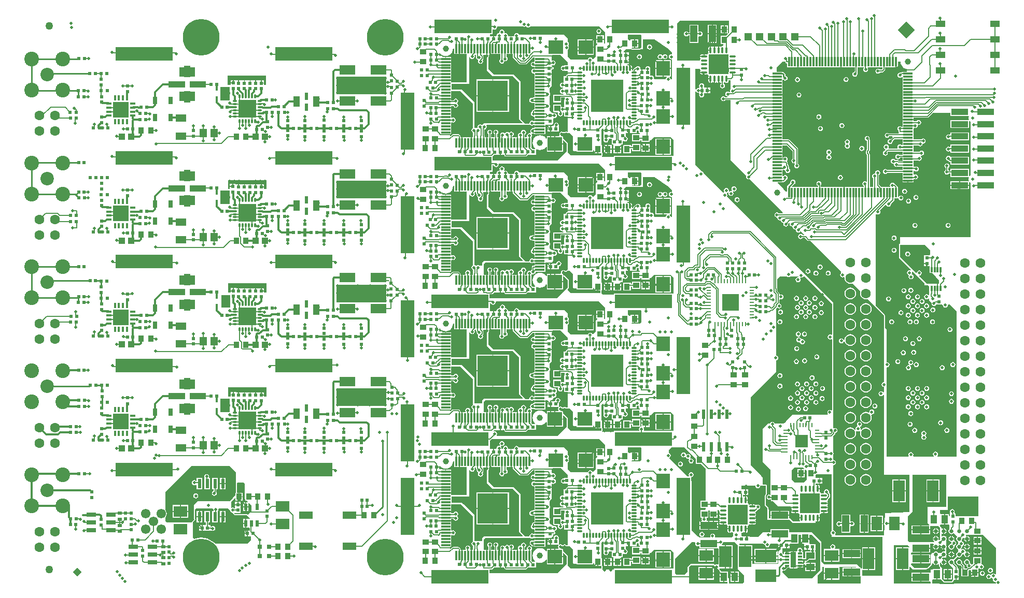
<source format=gtl>
G04 Layer_Physical_Order=1*
G04 Layer_Color=255*
%FSLAX25Y25*%
%MOIN*%
G70*
G01*
G75*
%ADD10R,0.09252X0.08858*%
%ADD11R,0.03543X0.03937*%
%ADD12R,0.01181X0.05906*%
%ADD13O,0.01181X0.03347*%
%ADD14R,0.02441X0.02284*%
%ADD15R,0.02441X0.02441*%
%ADD16R,0.05906X0.01181*%
%ADD17C,0.03937*%
%ADD18R,0.19685X0.19685*%
%ADD19R,0.02284X0.02441*%
%ADD20R,0.03937X0.03543*%
%ADD21R,0.03937X0.03740*%
%ADD22R,0.03740X0.03937*%
%ADD23O,0.03347X0.01181*%
%ADD24R,0.21063X0.21063*%
%ADD25R,0.02441X0.02441*%
%ADD26R,0.03937X0.03740*%
%ADD27R,0.03740X0.03937*%
%ADD28O,0.02756X0.00787*%
%ADD29O,0.00787X0.02756*%
%ADD30R,0.11024X0.11024*%
%ADD31R,0.01378X0.07874*%
%ADD32R,0.01378X0.02362*%
%ADD33R,0.05000X0.05000*%
%ADD34R,0.09055X0.37008*%
%ADD35R,0.08858X0.09252*%
%ADD36R,0.08976X0.05000*%
%ADD37R,0.02677X0.02244*%
%ADD38R,0.10000X0.06496*%
%ADD39R,0.07874X0.13780*%
%ADD40R,0.13780X0.07874*%
%ADD41R,0.07284X0.13386*%
%ADD42R,0.02992X0.05000*%
%ADD43R,0.04016X0.07205*%
%ADD44R,0.07205X0.04016*%
%ADD45R,0.11614X0.11614*%
%ADD46O,0.01181X0.02756*%
%ADD47O,0.02756X0.01181*%
%ADD48R,0.02402X0.04902*%
%ADD49R,0.04095X0.07087*%
%ADD50R,0.10630X0.04528*%
%ADD51R,0.07087X0.08858*%
%ADD52R,0.04134X0.05512*%
%ADD53R,0.03937X0.03937*%
%ADD54R,0.04528X0.05709*%
%ADD55P,0.11136X4X90.0*%
%ADD56P,0.05568X4X360.0*%
%ADD57R,0.37008X0.09055*%
%ADD58R,0.06496X0.02992*%
%ADD59R,0.10827X0.03937*%
%ADD60R,0.05906X0.04331*%
%ADD61R,0.04528X0.10630*%
%ADD62R,0.05512X0.04134*%
%ADD63O,0.01378X0.04134*%
%ADD64O,0.04134X0.01378*%
%ADD65R,0.12795X0.12795*%
%ADD66R,0.02362X0.06102*%
%ADD67R,0.12795X0.12795*%
%ADD68R,0.02165X0.04331*%
%ADD69R,0.03701X0.09843*%
%ADD70R,0.02756X0.01181*%
%ADD71R,0.10039X0.10039*%
%ADD72O,0.01575X0.03543*%
%ADD73O,0.03543X0.01575*%
%ADD74R,0.03150X0.03150*%
%ADD75R,0.07087X0.04528*%
%ADD76O,0.00787X0.03150*%
%ADD77O,0.03150X0.00787*%
%ADD78R,0.08465X0.08465*%
%ADD79R,0.01181X0.05906*%
%ADD80R,0.05906X0.01181*%
%ADD81C,0.02598*%
%ADD82R,0.08858X0.07087*%
%ADD83R,0.01181X0.03347*%
%ADD84C,0.00598*%
%ADD85C,0.00500*%
%ADD86C,0.01181*%
%ADD87C,0.00600*%
%ADD88C,0.00800*%
%ADD89C,0.01000*%
%ADD90C,0.00669*%
%ADD91C,0.01299*%
%ADD92C,0.00700*%
%ADD93C,0.00984*%
%ADD94C,0.00787*%
%ADD95R,0.32480X0.11516*%
%ADD96R,0.05906X0.08858*%
%ADD97R,0.09843X0.05906*%
%ADD98R,0.04921X0.07874*%
%ADD99C,0.08661*%
%ADD100C,0.09449*%
%ADD101C,0.05000*%
%ADD102C,0.23622*%
%ADD103C,0.06299*%
%ADD104C,0.06102*%
%ADD105C,0.01969*%
%ADD106C,0.02362*%
G36*
X139876Y76813D02*
Y71653D01*
Y67408D01*
X140072Y67213D01*
Y66134D01*
X141150D01*
X141739Y65545D01*
X141623Y65160D01*
X141532Y65045D01*
X140650D01*
Y62585D01*
X142027D01*
Y64550D01*
X142527Y64757D01*
X144095Y63190D01*
Y58943D01*
X143660D01*
X141845Y57128D01*
X141786D01*
X141482Y57433D01*
X141024Y57622D01*
X133408D01*
X133075Y57956D01*
X133125Y58440D01*
X133536Y58220D01*
Y58220D01*
X137174D01*
Y61858D01*
X137166D01*
Y63287D01*
X135355D01*
X133544D01*
Y61858D01*
X133536D01*
Y61515D01*
X133414Y61423D01*
X133036Y61294D01*
X132620Y61572D01*
X132002Y61695D01*
X131518Y61598D01*
X131018Y61882D01*
Y65587D01*
X133280Y67849D01*
X133780Y67698D01*
Y66142D01*
X135847D01*
Y68701D01*
Y71260D01*
X134624D01*
X134619Y71268D01*
Y74845D01*
Y77461D01*
X134955Y77797D01*
X138892D01*
X139876Y76813D01*
D02*
G37*
G36*
X394798Y277165D02*
Y272679D01*
Y269726D01*
X393813Y268742D01*
X388508D01*
X388438Y268837D01*
X388689Y269337D01*
X390053D01*
Y271896D01*
Y274455D01*
X387887D01*
Y273865D01*
X386924D01*
Y273865D01*
X386517Y274271D01*
Y274463D01*
X386325D01*
X385940Y274849D01*
Y277601D01*
X394363D01*
X394798Y277165D01*
D02*
G37*
G36*
X344488Y174029D02*
X347441Y171076D01*
Y169437D01*
X345031D01*
Y169372D01*
X344645Y169055D01*
X344547Y169074D01*
X343930Y168951D01*
X343406Y168602D01*
X343056Y168078D01*
X342934Y167461D01*
X343056Y166843D01*
X343406Y166320D01*
X343930Y165970D01*
X344547Y165847D01*
X344890Y165915D01*
X345031Y165799D01*
Y165799D01*
X347441D01*
Y163955D01*
X347254Y163524D01*
X346904Y163454D01*
X346607Y163256D01*
X346607Y163256D01*
X346498Y163147D01*
X346300Y162850D01*
X346230Y162500D01*
X345841Y162252D01*
X344795D01*
Y158614D01*
X344795D01*
Y158315D01*
X344295Y158129D01*
X343898Y158208D01*
X343280Y158085D01*
X342757Y157736D01*
X342407Y157212D01*
X342284Y156595D01*
X342407Y155977D01*
X342757Y155453D01*
X343280Y155104D01*
X343898Y154981D01*
X344217Y155044D01*
X344612Y154716D01*
X344599Y154564D01*
X344111Y154248D01*
X343996Y154271D01*
X343378Y154148D01*
X342855Y153798D01*
X342505Y153275D01*
X342382Y152657D01*
X342505Y152040D01*
X342855Y151516D01*
X343378Y151167D01*
X343996Y151044D01*
X344295Y151103D01*
X344795Y150740D01*
X344703Y150278D01*
X343165D01*
Y150331D01*
X338032D01*
Y145395D01*
X343165D01*
Y148548D01*
X345289D01*
X345572Y148139D01*
X345554Y148048D01*
X345434Y147441D01*
X345473Y147243D01*
X345189Y146898D01*
X345189D01*
Y143260D01*
X345108Y143232D01*
Y142765D01*
X344608Y142446D01*
X344198Y142527D01*
X343665Y142421D01*
X343165Y142682D01*
Y144032D01*
X338032D01*
Y139334D01*
X338032Y139095D01*
X337638Y138837D01*
X337234D01*
X335630Y139898D01*
Y141832D01*
X335940Y142296D01*
X336063Y142913D01*
X335940Y143531D01*
X335630Y143994D01*
Y149706D01*
X335940Y150170D01*
X336063Y150787D01*
X335940Y151405D01*
X335630Y151868D01*
Y154344D01*
X337106Y155820D01*
Y158231D01*
X337154D01*
Y161869D01*
X337146D01*
Y163298D01*
X335335D01*
Y163888D01*
X337146D01*
Y165404D01*
X337154Y165416D01*
X337154D01*
Y168967D01*
X337653Y169320D01*
X337992Y169252D01*
X338610Y169375D01*
X339133Y169725D01*
X339483Y170249D01*
X339606Y170866D01*
X339483Y171484D01*
X339133Y172007D01*
X338610Y172357D01*
X337992Y172480D01*
X337653Y172413D01*
X337357Y172522D01*
X337164Y172685D01*
X337106Y172775D01*
Y174206D01*
X337566Y175878D01*
X342639D01*
X344488Y174029D01*
D02*
G37*
G36*
X370394Y305631D02*
Y304823D01*
X372205D01*
Y304232D01*
X370394D01*
Y302803D01*
X370386D01*
Y299165D01*
X370386Y299165D01*
X370386D01*
X370481Y298665D01*
X370434Y298425D01*
X370556Y297808D01*
X370906Y297284D01*
X371430Y296934D01*
X372047Y296812D01*
X372665Y296934D01*
X373188Y297284D01*
X373538Y297808D01*
X373661Y298425D01*
X373613Y298665D01*
X374012Y299165D01*
X375143D01*
X375642Y299161D01*
Y295980D01*
X375642Y295592D01*
X375633Y295493D01*
X375522Y295123D01*
X375512Y295104D01*
X375134Y295079D01*
X375095Y295079D01*
X373425D01*
Y292815D01*
X375591D01*
Y294623D01*
X375591Y295010D01*
X375600Y295109D01*
X375710Y295479D01*
X375720Y295499D01*
X376098Y295524D01*
X376137Y295524D01*
X376639D01*
X376772Y295079D01*
X376772Y295024D01*
Y292815D01*
X381693D01*
Y295024D01*
X381693Y295079D01*
X381826Y295524D01*
X382823D01*
Y297676D01*
X382930Y297758D01*
X383323Y297897D01*
X383733Y297623D01*
X384350Y297500D01*
X384968Y297623D01*
X385491Y297973D01*
X385841Y298497D01*
X385964Y299114D01*
X385841Y299732D01*
X385491Y300255D01*
X384968Y300605D01*
X384812Y300636D01*
X384693Y300755D01*
Y302221D01*
X384705Y302716D01*
X384978Y302716D01*
X386221D01*
Y304527D01*
X386811D01*
Y302716D01*
X388240D01*
Y302709D01*
X391878D01*
Y304371D01*
X392056Y304517D01*
X392563Y304618D01*
X393063Y304345D01*
Y302807D01*
X393602D01*
Y302173D01*
X388772D01*
Y297433D01*
X393905D01*
Y298085D01*
X394360Y298312D01*
X394685Y298130D01*
X394776Y297675D01*
Y297138D01*
X399909D01*
Y298228D01*
X400591D01*
X402559Y300197D01*
X413779D01*
X415531Y298445D01*
Y295866D01*
Y288563D01*
X415165Y288197D01*
Y288197D01*
X415165Y288197D01*
X376960D01*
Y287598D01*
X369882D01*
X369552Y287928D01*
X369742Y288386D01*
Y289961D01*
X369552Y290419D01*
X369299Y290524D01*
Y295087D01*
X369094D01*
Y305039D01*
X369894Y305839D01*
X370394Y305631D01*
D02*
G37*
G36*
X371339Y279252D02*
Y271854D01*
X371046Y271798D01*
X370725Y272086D01*
X370650Y272186D01*
Y274311D01*
X368189D01*
X365728D01*
Y272047D01*
X366239D01*
X366390Y271547D01*
X365512Y270669D01*
Y265158D01*
Y263661D01*
X363808Y261957D01*
X363671Y261952D01*
X363213Y262070D01*
X362952Y262460D01*
X362429Y262810D01*
X361811Y262933D01*
X361193Y262810D01*
X360670Y262460D01*
X360320Y261936D01*
X360256Y261614D01*
X349493D01*
X347441Y263666D01*
Y268056D01*
X347740Y268255D01*
X348089Y268778D01*
X348212Y269396D01*
X348089Y270014D01*
X347740Y270537D01*
X347653Y270595D01*
X347948Y271036D01*
X348070Y271654D01*
X347948Y272271D01*
X347598Y272795D01*
X347441Y272899D01*
Y275295D01*
X345177Y277559D01*
X316000D01*
X315989Y277614D01*
X315639Y278137D01*
X315116Y278487D01*
X314498Y278610D01*
X313881Y278487D01*
X313357Y278137D01*
X313008Y277614D01*
X312895Y277048D01*
X312871Y276984D01*
X312478Y276614D01*
X311221D01*
Y274803D01*
X310630D01*
Y276614D01*
X309415D01*
X308987Y277026D01*
X308996Y277067D01*
X308873Y277684D01*
X308523Y278208D01*
X307999Y278558D01*
X307382Y278681D01*
X306768Y278559D01*
X306754Y278568D01*
X306410Y278922D01*
X306557Y279142D01*
X306680Y279760D01*
X306557Y280377D01*
X306207Y280901D01*
X305684Y281251D01*
X305066Y281374D01*
X304449Y281251D01*
X303925Y280901D01*
X303575Y280377D01*
X303452Y279760D01*
X303575Y279142D01*
X303588Y279123D01*
X303288Y278673D01*
X303248Y278681D01*
X302630Y278558D01*
X302107Y278208D01*
X301757Y277684D01*
X301634Y277067D01*
X301642Y277026D01*
X301215Y276614D01*
X300000D01*
Y274803D01*
X299410D01*
Y276614D01*
X297894D01*
Y276614D01*
X297783Y276622D01*
Y276622D01*
X297244D01*
Y277945D01*
X299024D01*
Y282156D01*
X299753D01*
X299803Y281904D01*
X300153Y281381D01*
X300676Y281031D01*
X301294Y280908D01*
X301911Y281031D01*
X302435Y281381D01*
X302785Y281904D01*
X302907Y282522D01*
X302875Y282684D01*
X303192Y283071D01*
X367520D01*
X371339Y279252D01*
D02*
G37*
G36*
X456806Y37205D02*
Y25632D01*
Y22047D01*
X460743Y18110D01*
Y13821D01*
X459631Y12709D01*
X451075D01*
X450900Y12884D01*
Y16071D01*
X450303Y16667D01*
Y20677D01*
X446293D01*
X444795Y22176D01*
X444986Y22638D01*
X448524D01*
Y29823D01*
X444291D01*
Y25323D01*
X443791Y25056D01*
X443643Y25155D01*
X443025Y25278D01*
X442408Y25155D01*
X442053Y24918D01*
X441339Y25632D01*
X426294D01*
X424325Y23663D01*
Y20520D01*
X422243Y18438D01*
X417436D01*
X416451Y19422D01*
Y20635D01*
Y28949D01*
X421993Y34490D01*
X426914Y39412D01*
X429104D01*
X429388Y38912D01*
X429292Y38427D01*
X429415Y37810D01*
X429765Y37286D01*
X430288Y36936D01*
X430905Y36814D01*
X431523Y36936D01*
X431692Y37049D01*
X432192Y36782D01*
Y35565D01*
X444018D01*
X444291Y35178D01*
Y30413D01*
X448524D01*
Y37598D01*
X446659D01*
X446508Y38098D01*
X446765Y38271D01*
X447115Y38794D01*
X447238Y39412D01*
X454599D01*
X456806Y37205D01*
D02*
G37*
G36*
X275886Y265168D02*
X277264D01*
Y268711D01*
X277854D01*
Y265168D01*
X278339D01*
Y265160D01*
X282480D01*
Y247047D01*
X272449D01*
Y247459D01*
X272441D01*
Y247943D01*
X268898D01*
Y248534D01*
X272441D01*
Y249018D01*
X272449D01*
Y250987D01*
Y254924D01*
Y259270D01*
X272441D01*
Y259754D01*
X268898D01*
Y260345D01*
X272441D01*
Y261723D01*
X268898D01*
Y262018D01*
X268602D01*
Y263199D01*
X266732D01*
Y263779D01*
X264803D01*
Y264676D01*
X262992D01*
Y265266D01*
X264803D01*
Y265496D01*
X265277Y265656D01*
X265523Y265336D01*
X266511Y264577D01*
X267662Y264101D01*
X268898Y263938D01*
X270133Y264101D01*
X271284Y264577D01*
X272273Y265336D01*
X273031Y266324D01*
X273508Y267476D01*
X273669Y268701D01*
X274410D01*
Y265168D01*
X275295D01*
Y268711D01*
X275886D01*
Y265168D01*
D02*
G37*
G36*
X311319Y176585D02*
X311803D01*
Y176577D01*
X312127D01*
Y175787D01*
X312193Y175456D01*
X312381Y175176D01*
X316330Y171226D01*
X316611Y171039D01*
X316942Y170973D01*
X321247D01*
X321578Y171039D01*
X321859Y171226D01*
X324965Y174332D01*
X325976D01*
Y171820D01*
X325476Y171440D01*
X325197Y171496D01*
X324579Y171373D01*
X324056Y171023D01*
X323706Y170499D01*
X323583Y169882D01*
X323706Y169264D01*
X324056Y168741D01*
X324579Y168391D01*
X325197Y168268D01*
X325476Y168324D01*
X325496Y168323D01*
X325963Y167965D01*
X325968Y167480D01*
X325594Y167172D01*
X325580Y167175D01*
X324963Y167052D01*
X324439Y166702D01*
X324089Y166179D01*
X323967Y165561D01*
X324089Y164944D01*
X324439Y164420D01*
X324963Y164071D01*
X325580Y163948D01*
X325590Y163950D01*
X325976Y163632D01*
Y160435D01*
Y156498D01*
Y152561D01*
Y148760D01*
X325502D01*
X325502Y148760D01*
X325152Y148690D01*
X324855Y148492D01*
X324855Y148492D01*
X324659Y148296D01*
X324311Y148366D01*
X323693Y148243D01*
X323170Y147893D01*
X322820Y147370D01*
X322697Y146752D01*
X322820Y146134D01*
X323170Y145611D01*
X323693Y145261D01*
X324311Y145138D01*
X324592Y145194D01*
X324836Y145031D01*
X325187Y144961D01*
X325187Y144961D01*
X325976D01*
Y141191D01*
X325601Y140886D01*
X325251Y140816D01*
X324954Y140618D01*
X324954Y140618D01*
X324648Y140313D01*
X324450Y140016D01*
X324380Y139665D01*
X324380Y139665D01*
Y139383D01*
X324154Y139232D01*
X323804Y138708D01*
X323682Y138091D01*
X323804Y137473D01*
X324154Y136950D01*
X324678Y136600D01*
X325295Y136477D01*
X325476Y136513D01*
X325976Y136102D01*
Y134845D01*
X325984D01*
Y134361D01*
X329527D01*
Y133770D01*
X325984D01*
Y133478D01*
X325745Y133340D01*
X325532Y133278D01*
X325476Y133277D01*
X325027Y133578D01*
X324410Y133700D01*
X323792Y133578D01*
X323268Y133228D01*
X322919Y132704D01*
X322796Y132087D01*
X322803Y132050D01*
X322486Y131664D01*
X320108D01*
X316929Y134843D01*
Y136811D01*
Y159015D01*
X312559Y163386D01*
X303150Y163386D01*
X299862D01*
X298228Y165019D01*
X296260Y166988D01*
Y174246D01*
X296417Y174351D01*
X296766Y174875D01*
X296889Y175492D01*
X296771Y176085D01*
X296770Y176115D01*
X296949Y176415D01*
Y180128D01*
X297539D01*
Y176585D01*
X298024D01*
Y176577D01*
X304081D01*
Y173305D01*
X303805Y173121D01*
X303455Y172598D01*
X303332Y171980D01*
X303455Y171362D01*
X303805Y170839D01*
X304328Y170489D01*
X304946Y170366D01*
X305563Y170489D01*
X306087Y170839D01*
X306437Y171362D01*
X306559Y171980D01*
X307023Y171942D01*
X307185Y171910D01*
X307803Y172033D01*
X308326Y172383D01*
X308676Y172906D01*
X308799Y173524D01*
X308676Y174141D01*
X308326Y174665D01*
X307952Y174915D01*
Y176577D01*
X310244D01*
Y176585D01*
X310728D01*
Y180128D01*
X311319D01*
Y176585D01*
D02*
G37*
G36*
X582585Y38184D02*
X582653Y37927D01*
X582275Y37362D01*
X582187Y36920D01*
X585923D01*
X585835Y37362D01*
X585805Y37408D01*
X586043Y37719D01*
X586145Y37798D01*
X586727Y37683D01*
X586913Y37720D01*
X587079Y37556D01*
X587258Y37278D01*
X587187Y36920D01*
X589055D01*
Y36624D01*
X589350D01*
Y34756D01*
X589516Y34789D01*
X590016Y34438D01*
Y33820D01*
X589516Y33468D01*
X589055Y33559D01*
X588315Y33412D01*
X587687Y32993D01*
X587372Y32522D01*
X585738D01*
X585423Y32993D01*
X584796Y33412D01*
X584055Y33559D01*
X583315Y33412D01*
X582687Y32993D01*
X582373Y32522D01*
X581696D01*
X581193Y32097D01*
X581232Y32058D01*
X580821Y31647D01*
X580821Y25632D01*
Y25194D01*
X578473Y22845D01*
X570267D01*
X568071Y25041D01*
Y25639D01*
X568465Y25896D01*
X568571Y25896D01*
X574075D01*
Y28750D01*
Y31605D01*
X568571D01*
X568465Y31605D01*
X568071Y31861D01*
Y32529D01*
X568465Y32786D01*
X574075D01*
Y35640D01*
X574370D01*
Y35936D01*
X580276D01*
Y38427D01*
X582452D01*
X582585Y38184D01*
D02*
G37*
G36*
X412416Y268195D02*
X414370Y266240D01*
Y265310D01*
X413984Y264993D01*
X413898Y265010D01*
X413281Y264887D01*
X412757Y264537D01*
X412408Y264014D01*
X412285Y263396D01*
X412408Y262778D01*
X412757Y262255D01*
X413281Y261905D01*
X413898Y261782D01*
X413984Y261799D01*
X414370Y261482D01*
Y249016D01*
X413568D01*
X413489Y249414D01*
X413139Y249937D01*
X412763Y250189D01*
X412914Y250689D01*
X413760D01*
Y255610D01*
X409035D01*
Y250689D01*
X411083D01*
X411234Y250189D01*
X410857Y249937D01*
X410508Y249414D01*
X410428Y249016D01*
X403003D01*
X402717Y249516D01*
X402812Y249996D01*
X402689Y250614D01*
X402340Y251137D01*
X401816Y251487D01*
X401198Y251610D01*
X400902Y251551D01*
X400402Y251923D01*
Y255165D01*
X400402Y255165D01*
X400461Y255641D01*
X400512Y255896D01*
X400389Y256514D01*
X400039Y257037D01*
X399516Y257387D01*
X398898Y257510D01*
X398281Y257387D01*
X397757Y257037D01*
X397408Y256514D01*
X397285Y255896D01*
X397331Y255665D01*
X396928Y255165D01*
X396764D01*
Y255157D01*
X395335D01*
Y253346D01*
X394744D01*
Y255157D01*
X394399D01*
X394082Y255544D01*
X394112Y255696D01*
X393989Y256314D01*
X393639Y256837D01*
X393116Y257187D01*
X392498Y257310D01*
X391881Y257187D01*
X391357Y256837D01*
X391173Y256561D01*
X391129D01*
X390798Y256495D01*
X390517Y256308D01*
X389506Y255297D01*
X389319Y255016D01*
X389272Y254779D01*
X389015Y254641D01*
X388979Y254655D01*
X388947Y254669D01*
X388566Y255021D01*
Y255621D01*
X387362D01*
Y255916D01*
X387067D01*
Y258144D01*
X386901Y258111D01*
X386511Y257850D01*
X386017Y258012D01*
X385858Y258118D01*
X385839Y258122D01*
X385889Y258622D01*
X386614D01*
Y260138D01*
X384803D01*
Y260728D01*
X386614D01*
Y262244D01*
X386614D01*
Y262569D01*
X386614D01*
Y264085D01*
X384803D01*
Y264380D01*
X384508D01*
Y266191D01*
X383581D01*
X383374Y266691D01*
X384877Y268195D01*
X388258D01*
X388414Y268101D01*
X388462Y268114D01*
X388508Y268094D01*
X393813D01*
X394055Y268195D01*
X395669D01*
X395669Y274606D01*
X403097D01*
X412416Y268195D01*
D02*
G37*
G36*
X153656Y266774D02*
X152092D01*
Y267774D01*
X150281D01*
Y268069D01*
X149986D01*
Y269880D01*
X147033D01*
Y268069D01*
X146442D01*
Y269880D01*
X143490D01*
Y268069D01*
X142899D01*
Y269880D01*
X141383D01*
Y269880D01*
X141364D01*
Y269880D01*
X139848D01*
Y268069D01*
X139257D01*
Y269880D01*
X137742D01*
Y269880D01*
X137624D01*
Y269880D01*
X136108D01*
Y268069D01*
X135517D01*
Y269880D01*
X134001D01*
X133814Y270302D01*
Y270356D01*
X132298D01*
Y268545D01*
X132002D01*
Y268250D01*
X130192D01*
Y266821D01*
X130184D01*
Y266774D01*
X129050D01*
Y272679D01*
X153656D01*
Y266774D01*
D02*
G37*
G36*
X295276Y170018D02*
Y166004D01*
X298878Y162402D01*
X311915D01*
X315945Y158372D01*
Y136811D01*
Y134843D01*
X318436Y132352D01*
X318244Y131890D01*
X293307D01*
X292323Y130905D01*
Y128937D01*
X287402D01*
Y140748D01*
Y145669D01*
X280512Y152559D01*
X279528Y153543D01*
X272638D01*
Y157480D01*
X283994D01*
Y174528D01*
X284494Y174577D01*
X284533Y174382D01*
X284883Y173859D01*
X285406Y173509D01*
X286024Y173386D01*
X286641Y173509D01*
X287165Y173859D01*
X287514Y174382D01*
X287637Y175000D01*
X287514Y175618D01*
X287472Y175681D01*
X287739Y176181D01*
X288505D01*
Y175547D01*
X288571Y175216D01*
X288758Y174935D01*
X288928Y174766D01*
X288863Y174441D01*
X288986Y173823D01*
X289335Y173300D01*
X289658Y173084D01*
X289856Y172480D01*
X289848Y172468D01*
X289725Y171850D01*
X289848Y171233D01*
X290197Y170709D01*
X290721Y170360D01*
X291339Y170237D01*
X291956Y170360D01*
X292480Y170709D01*
X292829Y171233D01*
X292952Y171850D01*
X292829Y172468D01*
X292625Y172774D01*
X292921Y173070D01*
X293108Y173351D01*
X293174Y173682D01*
Y175200D01*
X293108Y175531D01*
X293008Y175681D01*
X293199Y176181D01*
X295276D01*
Y170018D01*
D02*
G37*
G36*
X345008Y315932D02*
Y313360D01*
X347441D01*
Y304012D01*
X347327Y303902D01*
X346941Y303683D01*
X346457Y303779D01*
X345839Y303656D01*
X345480Y303416D01*
X344479D01*
X344121Y303656D01*
X343503Y303778D01*
X342886Y303656D01*
X342362Y303306D01*
X342012Y302782D01*
X341890Y302165D01*
X342012Y301547D01*
X342112Y301398D01*
X341845Y300898D01*
X339448D01*
Y296174D01*
X344369D01*
Y298120D01*
X344831Y298312D01*
X346793Y296350D01*
Y291293D01*
X340717Y285217D01*
X299024Y285217D01*
Y287850D01*
X299090Y287895D01*
X300036Y288841D01*
X302213D01*
Y288849D01*
X303642D01*
Y290660D01*
X304232D01*
Y288849D01*
X305748D01*
Y288849D01*
X306248Y288890D01*
X306565Y288750D01*
X306635Y288400D01*
X306833Y288103D01*
X306943Y287993D01*
X306943Y287993D01*
X307240Y287795D01*
X307591Y287725D01*
X307591Y287725D01*
X320235D01*
X320235Y287725D01*
X320585Y287795D01*
X320882Y287993D01*
X321828Y288939D01*
X327016D01*
Y292041D01*
X327516Y292375D01*
X328292Y292053D01*
X329528Y291891D01*
X330763Y292053D01*
X331914Y292530D01*
X332903Y293289D01*
X333436Y293984D01*
X333936Y293814D01*
Y290859D01*
X338858D01*
Y295879D01*
Y300898D01*
X333936D01*
Y299513D01*
X333436Y299344D01*
X332903Y300039D01*
X331914Y300797D01*
X330763Y301274D01*
X329528Y301437D01*
X328292Y301274D01*
X327141Y300797D01*
X326152Y300039D01*
X325394Y299050D01*
X324917Y297899D01*
X324754Y296664D01*
X324917Y295428D01*
X325394Y294277D01*
X326152Y293289D01*
X326428Y293077D01*
X326258Y292577D01*
X324672D01*
X324634Y292615D01*
X324617Y292701D01*
X324419Y292998D01*
X324024Y293393D01*
Y300215D01*
X324132Y300422D01*
X324227Y300564D01*
X324350Y301181D01*
X324227Y301799D01*
X323999Y302140D01*
X324095Y302313D01*
X324330Y302545D01*
X324852Y302441D01*
X325202Y302511D01*
X325550Y302441D01*
X325976Y302216D01*
Y302168D01*
X333079D01*
Y306514D01*
X333071D01*
Y306998D01*
X329527D01*
X325984D01*
Y306514D01*
X325976D01*
Y306240D01*
X325197D01*
X324847Y306171D01*
X324550Y305972D01*
X324351Y305675D01*
X324329Y305564D01*
X324235Y305546D01*
X323711Y305196D01*
X323361Y304672D01*
X323238Y304055D01*
X323361Y303437D01*
X323589Y303096D01*
X323493Y302923D01*
X323259Y302691D01*
X322736Y302795D01*
X322119Y302672D01*
X321595Y302322D01*
X321245Y301799D01*
X321123Y301181D01*
X321215Y300715D01*
X320923Y300215D01*
X319813D01*
Y301890D01*
X320137Y302107D01*
X320487Y302630D01*
X320610Y303248D01*
X320487Y303866D01*
X320137Y304389D01*
X319614Y304739D01*
X318996Y304862D01*
X318378Y304739D01*
X317855Y304389D01*
X317505Y303866D01*
X317382Y303248D01*
X317184Y303049D01*
X316924Y302991D01*
X316312Y302869D01*
X315788Y302519D01*
X315438Y301995D01*
X315316Y301378D01*
X315438Y300760D01*
X315474Y300707D01*
X315256Y300299D01*
Y296664D01*
X314665D01*
Y300207D01*
X314181D01*
Y300215D01*
X311889D01*
Y300811D01*
X312208Y301024D01*
X312558Y301548D01*
X312681Y302165D01*
X312558Y302783D01*
X312208Y303306D01*
X311684Y303656D01*
X311067Y303779D01*
X310449Y303656D01*
X309926Y303306D01*
X309748Y303040D01*
X309630D01*
X309107Y303390D01*
X308489Y303513D01*
X307872Y303390D01*
X307348Y303040D01*
X307215Y302840D01*
X306677Y302745D01*
X306154Y303095D01*
X305536Y303217D01*
X304919Y303095D01*
X304395Y302745D01*
X304045Y302221D01*
X303923Y301604D01*
X304045Y300986D01*
X304142Y300842D01*
X303994Y300307D01*
X303779Y300207D01*
X303445D01*
Y296664D01*
X302854D01*
Y300207D01*
X302370D01*
Y300215D01*
X302096D01*
Y302153D01*
X302322Y302304D01*
X302672Y302827D01*
X302795Y303445D01*
X302672Y304062D01*
X302322Y304586D01*
X301799Y304936D01*
X301181Y305059D01*
X300564Y304936D01*
X300040Y304586D01*
X299690Y304062D01*
X299567Y303445D01*
X299690Y302827D01*
X300040Y302304D01*
X300266Y302153D01*
Y300215D01*
X298159D01*
Y302153D01*
X298385Y302304D01*
X298735Y302827D01*
X298858Y303445D01*
X298735Y304062D01*
X298385Y304586D01*
X297862Y304936D01*
X297244Y305059D01*
X296627Y304936D01*
X296103Y304586D01*
X295753Y304062D01*
X295630Y303445D01*
X295753Y302827D01*
X296103Y302304D01*
X296329Y302153D01*
Y300215D01*
X296055D01*
Y300207D01*
X295571D01*
Y296664D01*
X294980D01*
Y300207D01*
X294496D01*
Y300215D01*
X294223D01*
Y300704D01*
X294153Y301055D01*
X293955Y301352D01*
X293839Y301468D01*
Y305210D01*
X294316Y305305D01*
X294840Y305655D01*
X295189Y306178D01*
X295312Y306796D01*
X295189Y307414D01*
X295084Y307571D01*
X295352Y308071D01*
X323328D01*
X323792Y307761D01*
X324410Y307638D01*
X325027Y307761D01*
X325491Y308071D01*
X325984D01*
Y307589D01*
X329527D01*
X333071D01*
Y308071D01*
X337598D01*
Y308821D01*
X338039D01*
Y312127D01*
X338416Y312479D01*
X338539Y312517D01*
X338798Y312465D01*
X339416Y312588D01*
X339939Y312938D01*
X340289Y313461D01*
X340412Y314079D01*
X340289Y314696D01*
X339939Y315220D01*
X339416Y315570D01*
X338798Y315692D01*
X338639Y315822D01*
X338468Y316137D01*
X338536Y316261D01*
X340895D01*
X341181Y315761D01*
X341085Y315279D01*
X341208Y314661D01*
X341557Y314138D01*
X342081Y313788D01*
X342698Y313665D01*
X343316Y313788D01*
X343840Y314138D01*
X344189Y314661D01*
X344312Y315279D01*
X344189Y315896D01*
X344537Y316266D01*
X344554Y316271D01*
X345008Y315932D01*
D02*
G37*
G36*
Y138766D02*
Y136195D01*
X347441D01*
Y126251D01*
X346449D01*
X346090Y126491D01*
X345472Y126614D01*
X344855Y126491D01*
X344496Y126251D01*
X343942D01*
X343939Y126254D01*
X343416Y126604D01*
X342798Y126727D01*
X342181Y126604D01*
X341689Y126877D01*
Y128982D01*
X341798Y129145D01*
X341867Y129495D01*
X341867Y129496D01*
Y129563D01*
X342093Y129714D01*
X342443Y130237D01*
X342566Y130855D01*
X342443Y131472D01*
X342093Y131996D01*
X341570Y132346D01*
X340952Y132468D01*
X340335Y132346D01*
X339811Y131996D01*
X339461Y131472D01*
X339338Y130855D01*
X339363Y130732D01*
X339064Y130232D01*
X338051D01*
X338051Y130232D01*
Y130232D01*
X337603Y130358D01*
X337598Y130722D01*
X337598Y130724D01*
Y131656D01*
X338039D01*
Y132144D01*
X338426Y132461D01*
X338474Y132452D01*
X339091Y132574D01*
X339615Y132924D01*
X339965Y133448D01*
X340088Y134065D01*
X339965Y134683D01*
X339615Y135206D01*
X339804Y135682D01*
X339939Y135772D01*
X340289Y136296D01*
X340412Y136913D01*
X340289Y137531D01*
X339939Y138054D01*
X339416Y138404D01*
X338798Y138527D01*
X338639Y138657D01*
X338468Y138971D01*
X338536Y139095D01*
X340895D01*
X341181Y138595D01*
X341085Y138113D01*
X341208Y137496D01*
X341557Y136972D01*
X342081Y136623D01*
X342698Y136500D01*
X343316Y136623D01*
X343840Y136972D01*
X344189Y137496D01*
X344312Y138113D01*
X344189Y138731D01*
X344537Y139101D01*
X344554Y139106D01*
X345008Y138766D01*
D02*
G37*
G36*
X275886Y88002D02*
X277264D01*
Y91546D01*
X277854D01*
Y88002D01*
X278339D01*
Y87994D01*
X282480D01*
Y69882D01*
X272449D01*
Y70294D01*
X272441D01*
Y70778D01*
X268898D01*
Y71368D01*
X272441D01*
Y71853D01*
X272449D01*
Y73821D01*
Y77758D01*
Y82105D01*
X272441D01*
Y82589D01*
X268898D01*
Y83179D01*
X272441D01*
Y84557D01*
X268898D01*
Y84853D01*
X268602D01*
Y86034D01*
X266732D01*
Y86614D01*
X264803D01*
Y87510D01*
X262992D01*
Y88101D01*
X264803D01*
Y88330D01*
X265277Y88491D01*
X265523Y88171D01*
X266511Y87412D01*
X267662Y86935D01*
X268898Y86773D01*
X270133Y86935D01*
X271284Y87412D01*
X272273Y88171D01*
X273031Y89159D01*
X273508Y90310D01*
X273669Y91535D01*
X274410D01*
Y88002D01*
X275295D01*
Y91546D01*
X275886D01*
Y88002D01*
D02*
G37*
G36*
X394798Y100000D02*
Y95514D01*
Y92561D01*
X393813Y91577D01*
X388508D01*
X388438Y91672D01*
X388689Y92172D01*
X390053D01*
Y94731D01*
Y97290D01*
X387887D01*
Y96699D01*
X386924D01*
Y96699D01*
X386517Y97106D01*
Y97298D01*
X386325D01*
X385940Y97684D01*
Y100435D01*
X394363D01*
X394798Y100000D01*
D02*
G37*
G36*
X432449Y343986D02*
X432733Y343560D01*
X432816Y343505D01*
Y342903D01*
X432739Y342852D01*
X432456Y342428D01*
X432415Y342224D01*
X435039D01*
Y341929D01*
X435335D01*
Y340624D01*
X436417D01*
X436795Y340700D01*
X437295Y340421D01*
Y340051D01*
X437665D01*
X437944Y339551D01*
X437869Y339173D01*
Y338090D01*
X439173D01*
Y337795D01*
X439468D01*
Y335172D01*
X439673Y335212D01*
X440096Y335495D01*
X440152Y335579D01*
X440753D01*
X440810Y335495D01*
X441233Y335212D01*
X441437Y335172D01*
Y337795D01*
X442028D01*
Y335172D01*
X442232Y335212D01*
X442655Y335495D01*
X442711Y335579D01*
X443313D01*
X443369Y335495D01*
X443792Y335212D01*
X443996Y335172D01*
Y337795D01*
X444587D01*
Y335172D01*
X444791Y335212D01*
X445214Y335495D01*
X445692Y335349D01*
X445935Y335100D01*
Y334560D01*
X445709Y334409D01*
X445360Y333885D01*
X445237Y333268D01*
X445360Y332650D01*
X445709Y332127D01*
X446233Y331777D01*
X446850Y331654D01*
X447468Y331777D01*
X447991Y332127D01*
X448341Y332650D01*
X448464Y333268D01*
X448341Y333885D01*
X447991Y334409D01*
X447766Y334560D01*
Y335480D01*
X447779Y335489D01*
X447829Y335565D01*
X448431D01*
X448481Y335489D01*
X448907Y335205D01*
X449409Y335105D01*
X449912Y335205D01*
X450338Y335489D01*
X450622Y335915D01*
X450722Y336417D01*
Y336880D01*
X452165D01*
X452165Y331071D01*
X451816Y330549D01*
X451693Y329931D01*
X451776Y329515D01*
X451326Y329217D01*
X450972Y329454D01*
X450354Y329576D01*
X449737Y329454D01*
X449213Y329104D01*
X448863Y328580D01*
X448740Y327963D01*
X448863Y327345D01*
X449213Y326822D01*
X449737Y326472D01*
X450223Y326375D01*
X450173Y325875D01*
X448727D01*
X448543Y326151D01*
X448019Y326501D01*
X447402Y326624D01*
X446784Y326501D01*
X446260Y326151D01*
X445911Y325628D01*
X445788Y325010D01*
X445911Y324393D01*
X446260Y323869D01*
X446784Y323519D01*
X447402Y323396D01*
X448019Y323519D01*
X448543Y323869D01*
X448727Y324145D01*
X452165D01*
X452165Y285452D01*
X462203Y275263D01*
X462081Y274648D01*
X462204Y274030D01*
X462554Y273507D01*
X463077Y273157D01*
X463695Y273034D01*
X464283Y273151D01*
X485580Y251533D01*
X485387Y251072D01*
X483176D01*
X482991Y251348D01*
X482468Y251698D01*
X481850Y251821D01*
X481233Y251698D01*
X480709Y251348D01*
X480360Y250825D01*
X480237Y250207D01*
X480360Y249590D01*
X480709Y249066D01*
X481233Y248716D01*
X481850Y248593D01*
X481852Y248594D01*
X482097Y248349D01*
X482221Y248157D01*
X482328Y247621D01*
X482678Y247097D01*
X483201Y246748D01*
X483819Y246625D01*
X483938Y246649D01*
X484422Y246520D01*
X484469Y246283D01*
X484545Y245903D01*
X484895Y245379D01*
X485419Y245029D01*
X486036Y244906D01*
X486010Y244441D01*
X485981Y244294D01*
X486103Y243676D01*
X486453Y243153D01*
X486977Y242803D01*
X487594Y242680D01*
X488212Y242803D01*
X488735Y243153D01*
X489085Y243676D01*
X489208Y244294D01*
X489169Y244491D01*
X489747Y245070D01*
X490177Y244792D01*
X490079Y244302D01*
X490202Y243684D01*
X490552Y243161D01*
X491075Y242811D01*
X491612Y242704D01*
X491803Y242580D01*
X492048Y242335D01*
X492048Y242333D01*
X492171Y241716D01*
X492520Y241192D01*
X493044Y240842D01*
X493661Y240719D01*
X493663Y240720D01*
X493908Y240475D01*
X494032Y240283D01*
X494139Y239747D01*
X494489Y239224D01*
X495012Y238874D01*
X495630Y238751D01*
X496247Y238874D01*
X496771Y239224D01*
X496866Y239365D01*
X497507Y239426D01*
X499318Y237588D01*
X499125Y237127D01*
X498485D01*
X498301Y237403D01*
X497778Y237753D01*
X497160Y237876D01*
X496542Y237753D01*
X496019Y237403D01*
X495669Y236879D01*
X495546Y236262D01*
X495669Y235644D01*
X496019Y235121D01*
X496542Y234771D01*
X497160Y234648D01*
X497778Y234771D01*
X498301Y235121D01*
X498485Y235397D01*
X499868D01*
X501583Y233682D01*
X501864Y233494D01*
X502195Y233428D01*
X503416D01*
X523162Y213384D01*
X523096Y212739D01*
X522973Y212657D01*
X522623Y212133D01*
X522501Y211516D01*
X522623Y210898D01*
X522973Y210375D01*
X523497Y210025D01*
X524114Y209902D01*
X524732Y210025D01*
X524816Y210081D01*
X525282Y209791D01*
X525263Y209649D01*
X525392Y208670D01*
X525769Y207758D01*
X526370Y206976D01*
X527153Y206375D01*
X528065Y205997D01*
X529043Y205868D01*
X530022Y205997D01*
X530318Y206120D01*
X535492Y200868D01*
X535392Y200627D01*
X535263Y199649D01*
X535392Y198670D01*
X535769Y197758D01*
X536370Y196976D01*
X537153Y196375D01*
X538065Y195997D01*
X539043Y195868D01*
X540022Y195997D01*
X540213Y196076D01*
X550620Y185512D01*
X550620Y142543D01*
X550131Y142446D01*
X549607Y142096D01*
X549257Y141573D01*
X549134Y140955D01*
X549257Y140338D01*
X549607Y139814D01*
X550131Y139464D01*
X550620Y139367D01*
Y136044D01*
X550120Y135893D01*
X549921Y136191D01*
X549397Y136540D01*
X548779Y136663D01*
X548162Y136540D01*
X547639Y136191D01*
X547289Y135667D01*
X547166Y135050D01*
X547289Y134432D01*
X547639Y133909D01*
X548162Y133559D01*
X548779Y133436D01*
X549397Y133559D01*
X549921Y133909D01*
X550120Y134206D01*
X550620Y134055D01*
X550620Y82719D01*
X567042D01*
Y58858D01*
X551294Y58278D01*
X551016Y52348D01*
X550787Y52006D01*
X550664Y51388D01*
X550787Y50771D01*
X550932Y50554D01*
X550620Y43898D01*
X519431D01*
X519300Y44130D01*
X519227Y44398D01*
X519534Y44857D01*
X519657Y45475D01*
X519534Y46092D01*
X519184Y46616D01*
X518660Y46966D01*
X518043Y47089D01*
X518043Y47589D01*
Y88960D01*
X518268Y89145D01*
X518885Y89267D01*
X519409Y89617D01*
X519759Y90141D01*
X519881Y90758D01*
X519759Y91376D01*
X519409Y91899D01*
X518885Y92249D01*
X518268Y92372D01*
X518043Y92556D01*
Y95569D01*
X518223Y95839D01*
X518346Y96457D01*
X518223Y97074D01*
X518043Y97344D01*
Y107826D01*
X519131Y108914D01*
X519330Y109211D01*
X519399Y109562D01*
Y109844D01*
X519869Y109937D01*
X520393Y110287D01*
X520743Y110810D01*
X520865Y111428D01*
X520743Y112045D01*
X520393Y112569D01*
X519869Y112919D01*
X519252Y113041D01*
X518634Y112919D01*
X518543Y112858D01*
X518043Y113125D01*
X518043Y193725D01*
X512464Y199304D01*
X512430Y199478D01*
X512080Y200002D01*
X511556Y200352D01*
X511382Y200386D01*
X449679Y262089D01*
X449877Y262385D01*
X450000Y263002D01*
X449877Y263620D01*
X449692Y263896D01*
X449903Y264447D01*
X449988Y264464D01*
X450341Y264701D01*
X450792Y264403D01*
X450709Y263987D01*
X450832Y263369D01*
X451182Y262845D01*
X451705Y262496D01*
X452323Y262373D01*
X452940Y262496D01*
X453464Y262845D01*
X453814Y263369D01*
X453936Y263987D01*
X453814Y264604D01*
X453577Y264958D01*
X453875Y265409D01*
X454291Y265326D01*
X454909Y265448D01*
X455432Y265798D01*
X455782Y266322D01*
X455905Y266939D01*
X455782Y267557D01*
X455432Y268080D01*
X454909Y268430D01*
X454291Y268553D01*
X453674Y268430D01*
X453150Y268080D01*
X452801Y267557D01*
X452678Y266939D01*
X452801Y266322D01*
X453037Y265968D01*
X452739Y265517D01*
X452323Y265600D01*
X451705Y265477D01*
X451351Y265241D01*
X450901Y265539D01*
X450984Y265955D01*
X450861Y266573D01*
X450511Y267096D01*
X449988Y267446D01*
X449370Y267569D01*
X448752Y267446D01*
X448229Y267096D01*
X447879Y266573D01*
X447756Y265955D01*
X447879Y265337D01*
X448063Y265062D01*
X447867Y264549D01*
X447394Y264374D01*
X434709Y277059D01*
X434675Y277234D01*
X434325Y277757D01*
X433801Y278107D01*
X433626Y278142D01*
X429528Y282241D01*
X429528Y329374D01*
X429991Y329669D01*
X430027Y329664D01*
X430355Y329174D01*
X430878Y328824D01*
X431496Y328701D01*
X431574Y328717D01*
X431843Y328496D01*
X432054Y328100D01*
X431974Y327980D01*
X431851Y327362D01*
X431974Y326745D01*
X432324Y326221D01*
X432847Y325871D01*
X433464Y325748D01*
X434082Y325871D01*
X434606Y326221D01*
X434955Y326745D01*
X435078Y327362D01*
X434955Y327980D01*
X434905Y328055D01*
X435141Y328496D01*
X435480D01*
Y328504D01*
X436909D01*
Y330315D01*
Y332126D01*
X435480D01*
Y332134D01*
X435141D01*
X434905Y332575D01*
X434955Y332650D01*
X435078Y333268D01*
X434955Y333885D01*
X434606Y334409D01*
X434082Y334759D01*
X433464Y334881D01*
X432847Y334759D01*
X432324Y334409D01*
X431974Y333885D01*
X431851Y333268D01*
X431974Y332650D01*
X432054Y332530D01*
X431843Y332134D01*
X431574Y331913D01*
X431496Y331929D01*
X430878Y331806D01*
X430355Y331456D01*
X430027Y330966D01*
X429991Y330961D01*
X429528Y331256D01*
Y334252D01*
Y344094D01*
X432427D01*
X432449Y343986D01*
D02*
G37*
G36*
X282480Y325787D02*
X286417Y321850D01*
Y308071D01*
Y306134D01*
X285911Y305796D01*
X285561Y305272D01*
X285438Y304655D01*
X285561Y304037D01*
X285911Y303514D01*
X286417Y303175D01*
Y300215D01*
X286213D01*
Y300207D01*
X285728D01*
Y296664D01*
X285138D01*
Y300207D01*
X284653D01*
Y300215D01*
X280307D01*
Y300207D01*
X279823D01*
Y296664D01*
X279232D01*
Y300207D01*
X278748D01*
Y300215D01*
X278424D01*
Y300787D01*
X278358Y301118D01*
X278171Y301399D01*
X277679Y301891D01*
X277398Y302079D01*
X277067Y302145D01*
X273616D01*
X273285Y302079D01*
X273004Y301891D01*
X272115Y301002D01*
X271654Y301194D01*
Y302168D01*
X272449D01*
Y306105D01*
Y309569D01*
X272949Y309836D01*
X273093Y309740D01*
X273710Y309617D01*
X274328Y309740D01*
X274851Y310090D01*
X275201Y310613D01*
X275324Y311231D01*
X275201Y311848D01*
X274851Y312372D01*
X274328Y312722D01*
X273710Y312844D01*
X273093Y312722D01*
X272949Y312625D01*
X272449Y312893D01*
Y313979D01*
Y318325D01*
X272441D01*
Y318810D01*
X268898D01*
Y319400D01*
X272441D01*
Y319884D01*
X272449D01*
Y320208D01*
X273874D01*
X273903Y320062D01*
X274253Y319538D01*
X274776Y319189D01*
X275394Y319066D01*
X276011Y319189D01*
X276535Y319538D01*
X276885Y320062D01*
X277007Y320679D01*
X276885Y321297D01*
X276535Y321821D01*
Y322294D01*
X276885Y322818D01*
X277007Y323435D01*
X276885Y324053D01*
X276535Y324576D01*
X276011Y324926D01*
X275394Y325049D01*
X274776Y324926D01*
X274253Y324576D01*
X273903Y324053D01*
X273874Y323907D01*
X272449D01*
Y324231D01*
X272441D01*
Y324715D01*
X268898D01*
Y325306D01*
X272441D01*
Y325790D01*
X272449D01*
Y329724D01*
X278543D01*
X282480Y325787D01*
D02*
G37*
G36*
Y148622D02*
X286417Y144685D01*
Y130905D01*
Y127867D01*
X286011Y127596D01*
X285661Y127072D01*
X285538Y126455D01*
X285661Y125837D01*
X286011Y125314D01*
X286417Y125042D01*
Y123050D01*
X286213D01*
Y123042D01*
X285728D01*
Y119498D01*
X285138D01*
Y123042D01*
X284765D01*
X284590Y123263D01*
X284503Y123550D01*
X284589Y123679D01*
X284712Y124296D01*
X284589Y124914D01*
X284240Y125437D01*
X283716Y125787D01*
X283098Y125910D01*
X282481Y125787D01*
X281957Y125437D01*
X281608Y124914D01*
X281485Y124296D01*
X281608Y123679D01*
X281694Y123550D01*
X281427Y123050D01*
X280307D01*
Y123042D01*
X279823D01*
Y119498D01*
X279232D01*
Y123042D01*
X278748D01*
Y123050D01*
X278424D01*
Y123622D01*
X278358Y123953D01*
X278171Y124234D01*
X277679Y124726D01*
X277398Y124913D01*
X277067Y124979D01*
X273616D01*
X273285Y124913D01*
X273004Y124726D01*
X272115Y123837D01*
X271654Y124028D01*
Y125002D01*
X272449D01*
Y128939D01*
Y132403D01*
X272949Y132671D01*
X273093Y132574D01*
X273710Y132452D01*
X274328Y132574D01*
X274851Y132924D01*
X275201Y133448D01*
X275324Y134065D01*
X275201Y134683D01*
X274851Y135206D01*
X274328Y135556D01*
X273710Y135679D01*
X273093Y135556D01*
X272949Y135460D01*
X272449Y135727D01*
Y136813D01*
Y141160D01*
X272441D01*
Y141644D01*
X268898D01*
Y142235D01*
X272441D01*
Y142719D01*
X272449D01*
Y143043D01*
X273874D01*
X273903Y142897D01*
X274253Y142373D01*
X274776Y142023D01*
X275394Y141901D01*
X276011Y142023D01*
X276535Y142373D01*
X276885Y142897D01*
X277007Y143514D01*
X276885Y144132D01*
X276535Y144655D01*
Y145129D01*
X276885Y145652D01*
X277007Y146270D01*
X276885Y146888D01*
X276535Y147411D01*
X276011Y147761D01*
X275394Y147884D01*
X274776Y147761D01*
X274253Y147411D01*
X273903Y146888D01*
X273874Y146741D01*
X272449D01*
Y147065D01*
X272441D01*
Y147550D01*
X268898D01*
Y148140D01*
X272441D01*
Y148624D01*
X272449D01*
Y152559D01*
X278543D01*
X282480Y148622D01*
D02*
G37*
G36*
X498833Y87640D02*
X498833Y87555D01*
X499461Y86928D01*
X499254Y86428D01*
X497697D01*
Y84164D01*
X499862D01*
Y85819D01*
X500362Y86026D01*
X501097Y85291D01*
Y83546D01*
Y79766D01*
X499128Y77797D01*
X493223D01*
X491255Y79766D01*
Y85671D01*
X493223Y87640D01*
X498833Y87640D01*
D02*
G37*
G36*
X350885Y300690D02*
Y295879D01*
Y291832D01*
X351378Y291339D01*
X353220D01*
Y290851D01*
X363668D01*
Y291568D01*
X363870Y291719D01*
X364370Y291468D01*
Y289961D01*
X366535D01*
Y292520D01*
X367126D01*
Y289961D01*
X369094D01*
Y288386D01*
X349402D01*
X347441Y290347D01*
Y293307D01*
Y296618D01*
X344377Y299682D01*
Y300906D01*
X343153D01*
X343085Y300974D01*
Y302366D01*
X343102D01*
X343504Y302768D01*
X348806D01*
X350885Y300690D01*
D02*
G37*
G36*
X311319Y88002D02*
X311803D01*
Y87994D01*
X312127D01*
Y87205D01*
X312193Y86874D01*
X312381Y86593D01*
X316330Y82643D01*
X316611Y82456D01*
X316942Y82390D01*
X321247D01*
X321578Y82456D01*
X321859Y82643D01*
X324965Y85749D01*
X325976D01*
Y83237D01*
X325476Y82857D01*
X325197Y82913D01*
X324579Y82790D01*
X324056Y82440D01*
X323706Y81917D01*
X323583Y81299D01*
X323706Y80682D01*
X324056Y80158D01*
X324579Y79808D01*
X325197Y79685D01*
X325476Y79741D01*
X325496Y79741D01*
X325963Y79382D01*
X325968Y78897D01*
X325594Y78590D01*
X325580Y78592D01*
X324963Y78470D01*
X324439Y78120D01*
X324089Y77596D01*
X323967Y76979D01*
X324089Y76361D01*
X324439Y75838D01*
X324963Y75488D01*
X325580Y75365D01*
X325590Y75367D01*
X325976Y75050D01*
Y71853D01*
Y67916D01*
Y63979D01*
Y60177D01*
X325502D01*
X325502Y60177D01*
X325152Y60108D01*
X324855Y59909D01*
X324855Y59909D01*
X324659Y59714D01*
X324311Y59783D01*
X323693Y59660D01*
X323170Y59310D01*
X322820Y58787D01*
X322697Y58169D01*
X322820Y57552D01*
X323170Y57028D01*
X323693Y56678D01*
X324311Y56556D01*
X324592Y56612D01*
X324836Y56448D01*
X325187Y56379D01*
X325187Y56379D01*
X325976D01*
Y52608D01*
X325601Y52303D01*
X325251Y52234D01*
X324954Y52035D01*
X324954Y52035D01*
X324648Y51730D01*
X324450Y51433D01*
X324380Y51083D01*
X324380Y51083D01*
Y50800D01*
X324154Y50649D01*
X323804Y50125D01*
X323682Y49508D01*
X323804Y48890D01*
X324154Y48367D01*
X324678Y48017D01*
X325295Y47894D01*
X325476Y47930D01*
X325976Y47520D01*
Y46262D01*
X325984D01*
Y45778D01*
X329527D01*
Y45187D01*
X325984D01*
Y44896D01*
X325745Y44758D01*
X325532Y44695D01*
X325476Y44695D01*
X325027Y44995D01*
X324410Y45118D01*
X323792Y44995D01*
X323268Y44645D01*
X322919Y44122D01*
X322796Y43504D01*
X322803Y43468D01*
X322486Y43081D01*
X320108D01*
X316929Y46260D01*
Y48228D01*
Y70433D01*
X312559Y74803D01*
X303150Y74803D01*
X299862D01*
X298228Y76437D01*
X296260Y78405D01*
Y85664D01*
X296417Y85768D01*
X296766Y86292D01*
X296889Y86909D01*
X296771Y87502D01*
X296770Y87532D01*
X296949Y87833D01*
Y91546D01*
X297539D01*
Y88002D01*
X298024D01*
Y87994D01*
X304081D01*
Y84723D01*
X303805Y84538D01*
X303455Y84015D01*
X303332Y83397D01*
X303455Y82780D01*
X303805Y82256D01*
X304328Y81906D01*
X304946Y81784D01*
X305563Y81906D01*
X306087Y82256D01*
X306437Y82780D01*
X306559Y83397D01*
X307023Y83359D01*
X307185Y83327D01*
X307803Y83450D01*
X308326Y83800D01*
X308676Y84323D01*
X308799Y84941D01*
X308676Y85558D01*
X308326Y86082D01*
X307952Y86332D01*
Y87994D01*
X310244D01*
Y88002D01*
X310728D01*
Y91546D01*
X311319D01*
Y88002D01*
D02*
G37*
G36*
X295276Y81435D02*
Y77421D01*
X298878Y73819D01*
X311915D01*
X315945Y69789D01*
Y48228D01*
Y46260D01*
X318436Y43769D01*
X318244Y43307D01*
X293307D01*
X292323Y42323D01*
Y40354D01*
X287402D01*
Y52165D01*
Y57087D01*
X280512Y63976D01*
X279528Y64961D01*
X272638D01*
Y68898D01*
X283994D01*
Y85945D01*
X284494Y85994D01*
X284533Y85800D01*
X284883Y85276D01*
X285406Y84926D01*
X286024Y84804D01*
X286641Y84926D01*
X287165Y85276D01*
X287514Y85800D01*
X287637Y86417D01*
X287514Y87035D01*
X287472Y87098D01*
X287739Y87598D01*
X288505D01*
Y86964D01*
X288571Y86633D01*
X288758Y86353D01*
X288928Y86184D01*
X288863Y85858D01*
X288986Y85241D01*
X289335Y84717D01*
X289658Y84501D01*
X289856Y83897D01*
X289848Y83885D01*
X289725Y83268D01*
X289848Y82650D01*
X290197Y82127D01*
X290721Y81777D01*
X291339Y81654D01*
X291956Y81777D01*
X292480Y82127D01*
X292829Y82650D01*
X292952Y83268D01*
X292829Y83885D01*
X292625Y84191D01*
X292921Y84487D01*
X293108Y84768D01*
X293174Y85099D01*
Y86617D01*
X293108Y86948D01*
X293008Y87098D01*
X293199Y87598D01*
X295276D01*
Y81435D01*
D02*
G37*
G36*
X344576Y85613D02*
X347529Y82660D01*
Y80854D01*
X345031D01*
Y80789D01*
X344645Y80472D01*
X344547Y80492D01*
X343930Y80369D01*
X343406Y80019D01*
X343056Y79496D01*
X342934Y78878D01*
X343056Y78260D01*
X343406Y77737D01*
X343930Y77387D01*
X344547Y77264D01*
X344890Y77333D01*
X345031Y77217D01*
Y77217D01*
X347529D01*
Y75313D01*
X347254Y74941D01*
X346904Y74872D01*
X346607Y74673D01*
X346607Y74673D01*
X346498Y74564D01*
X346300Y74268D01*
X346230Y73917D01*
X345841Y73669D01*
X344795D01*
Y70031D01*
X344795D01*
Y69732D01*
X344295Y69546D01*
X343898Y69626D01*
X343280Y69503D01*
X342757Y69153D01*
X342407Y68629D01*
X342284Y68012D01*
X342407Y67394D01*
X342757Y66871D01*
X343280Y66521D01*
X343898Y66398D01*
X344217Y66462D01*
X344612Y66133D01*
X344599Y65982D01*
X344111Y65666D01*
X343996Y65689D01*
X343378Y65566D01*
X342855Y65216D01*
X342505Y64692D01*
X342382Y64075D01*
X342505Y63457D01*
X342855Y62934D01*
X343378Y62584D01*
X343996Y62461D01*
X344295Y62521D01*
X344795Y62157D01*
X344703Y61696D01*
X343165D01*
Y61749D01*
X338032D01*
Y56812D01*
X343165D01*
Y59966D01*
X345289D01*
X345572Y59556D01*
X345554Y59466D01*
X345434Y58858D01*
X345473Y58661D01*
X345189Y58315D01*
X345189D01*
Y54677D01*
X345108Y54650D01*
Y54182D01*
X344608Y53863D01*
X344198Y53944D01*
X343665Y53838D01*
X343165Y54100D01*
Y55450D01*
X338032D01*
Y50751D01*
X338032Y50513D01*
X337638Y50254D01*
X337574D01*
X335718Y51482D01*
Y53381D01*
X335940Y53713D01*
X336063Y54331D01*
X335940Y54948D01*
X335718Y55280D01*
Y61255D01*
X335940Y61587D01*
X336063Y62205D01*
X335940Y62822D01*
X335718Y63154D01*
Y65928D01*
X336144Y66355D01*
X336180Y66379D01*
X336204Y66415D01*
X337194Y67404D01*
Y76750D01*
X337694Y77053D01*
X338137Y76965D01*
X338755Y77088D01*
X339278Y77438D01*
X339628Y77961D01*
X339751Y78579D01*
X339628Y79196D01*
X339278Y79720D01*
X338755Y80070D01*
X338137Y80192D01*
X338049Y80681D01*
X338610Y80793D01*
X339133Y81142D01*
X339483Y81666D01*
X339606Y82284D01*
X339483Y82901D01*
X339133Y83425D01*
X338610Y83774D01*
X337992Y83897D01*
X337694Y83838D01*
X337194Y84209D01*
Y85790D01*
X337608Y87295D01*
X342894D01*
X344576Y85613D01*
D02*
G37*
G36*
X622736Y35882D02*
X622736Y18844D01*
X622236Y18692D01*
X622047Y18975D01*
X621524Y19325D01*
X620906Y19448D01*
X620289Y19325D01*
X619765Y18975D01*
X619648Y18800D01*
X619316Y18506D01*
X619007Y18673D01*
X618767Y18833D01*
X618150Y18956D01*
X617532Y18833D01*
X617009Y18483D01*
X616659Y17960D01*
X616536Y17342D01*
X616659Y16725D01*
X617009Y16201D01*
X617532Y15851D01*
X618150Y15729D01*
X618767Y15851D01*
X619291Y16201D01*
X619408Y16376D01*
X619740Y16671D01*
X620049Y16504D01*
X620289Y16343D01*
X620393Y16323D01*
X620733Y15788D01*
X620670Y15472D01*
X620793Y14854D01*
X621143Y14331D01*
X621666Y13981D01*
X622125Y13890D01*
X622593Y13678D01*
X622686Y13209D01*
X622412Y12739D01*
X622384Y12709D01*
X581752D01*
Y15143D01*
X582252Y15561D01*
X584311D01*
Y18908D01*
X584902D01*
Y15561D01*
X587264D01*
X587659Y15308D01*
X587692Y15229D01*
X589337Y13584D01*
X589795Y13394D01*
X593914D01*
X594372Y13584D01*
X595305Y14517D01*
X595357Y14645D01*
X595452Y14745D01*
X595645Y15253D01*
X595715Y15325D01*
X596713D01*
Y17136D01*
X597008D01*
Y17432D01*
X598819D01*
Y18861D01*
X598827D01*
Y22498D01*
X597923D01*
Y23672D01*
X597853Y24022D01*
X597655Y24319D01*
X597655Y24319D01*
X595884Y26090D01*
X595990Y26624D01*
X595843Y27365D01*
X595769Y27475D01*
X595958Y28092D01*
X596043Y28127D01*
X597973Y30056D01*
X597982Y30059D01*
X598315Y29837D01*
X599055Y29690D01*
X599795Y29837D01*
X600423Y30256D01*
X600843Y30884D01*
X600990Y31624D01*
X601386Y31913D01*
X601491Y31892D01*
X601679Y31930D01*
X602128Y31624D01*
X602275Y30887D01*
X602693Y30262D01*
X603318Y29844D01*
X603760Y29756D01*
Y31624D01*
Y33492D01*
X603585Y33458D01*
X603554Y33461D01*
X603082Y33761D01*
X603042Y33821D01*
X602982Y34124D01*
X602632Y34647D01*
X602108Y34997D01*
X601491Y35120D01*
X600873Y34997D01*
X600751Y34915D01*
X600423Y35256D01*
X600843Y35884D01*
X600990Y36624D01*
X600973Y36710D01*
X601124Y36936D01*
X601648Y37286D01*
X601849Y37588D01*
X602275Y37362D01*
X602231Y37138D01*
X602187Y36920D01*
X603760D01*
Y38493D01*
X603318Y38405D01*
X602693Y37987D01*
X602543Y37763D01*
X602423Y37584D01*
X601997Y37810D01*
X602042Y38033D01*
X602120Y38427D01*
X601997Y39045D01*
X601648Y39568D01*
X601124Y39918D01*
X600835Y39976D01*
X600607Y40531D01*
X600843Y40884D01*
X600990Y41624D01*
X600950Y41824D01*
X601607Y42480D01*
X601797Y42478D01*
X602198Y41972D01*
X602187Y41920D01*
X603760D01*
Y43492D01*
X603746Y43490D01*
X603207Y43855D01*
X603191Y43944D01*
X603535Y44333D01*
X608220D01*
Y44294D01*
X613354D01*
Y44333D01*
X614286D01*
X622736Y35882D01*
D02*
G37*
G36*
X580263Y227660D02*
Y224713D01*
X580126Y224270D01*
X576488D01*
Y220632D01*
X576496D01*
Y219203D01*
X578307D01*
Y218908D01*
X578602D01*
Y217097D01*
X580071D01*
Y212699D01*
X581588D01*
X584213Y210075D01*
X586168Y208119D01*
Y205719D01*
X578320D01*
X573329Y210710D01*
X573343Y210828D01*
X573526Y211220D01*
X574003Y211315D01*
X574527Y211665D01*
X574877Y212188D01*
X575000Y212806D01*
X574877Y213423D01*
X574527Y213947D01*
X574003Y214296D01*
X573386Y214419D01*
X572768Y214296D01*
X572245Y213947D01*
X571895Y213423D01*
X571800Y212946D01*
X571408Y212763D01*
X571290Y212749D01*
X560972Y223067D01*
Y230941D01*
X576982D01*
X580263Y227660D01*
D02*
G37*
G36*
X282480Y60039D02*
X286417Y56102D01*
Y42323D01*
Y39868D01*
X286011Y39596D01*
X285661Y39072D01*
X285538Y38455D01*
X285661Y37837D01*
X286011Y37314D01*
X286417Y37042D01*
Y34467D01*
X286213D01*
Y34459D01*
X285728D01*
Y30916D01*
X285138D01*
Y34459D01*
X284777D01*
X284588Y34704D01*
X284515Y34967D01*
X284589Y35078D01*
X284712Y35696D01*
X284589Y36314D01*
X284240Y36837D01*
X283716Y37187D01*
X283098Y37310D01*
X282481Y37187D01*
X281957Y36837D01*
X281608Y36314D01*
X281485Y35696D01*
X281608Y35078D01*
X281682Y34967D01*
X281415Y34467D01*
X280307D01*
Y34459D01*
X279823D01*
Y30916D01*
X279232D01*
Y34459D01*
X278748D01*
Y34467D01*
X278424D01*
Y35039D01*
X278358Y35370D01*
X278171Y35651D01*
X277679Y36143D01*
X277398Y36331D01*
X277067Y36397D01*
X273616D01*
X273285Y36331D01*
X273004Y36143D01*
X272115Y35254D01*
X271654Y35446D01*
Y36420D01*
X272449D01*
Y40357D01*
Y43821D01*
X272949Y44088D01*
X273093Y43992D01*
X273710Y43869D01*
X274328Y43992D01*
X274851Y44342D01*
X275201Y44865D01*
X275324Y45483D01*
X275201Y46100D01*
X274851Y46624D01*
X274328Y46973D01*
X273710Y47096D01*
X273093Y46973D01*
X272949Y46877D01*
X272449Y47145D01*
Y48231D01*
Y52577D01*
X272441D01*
Y53061D01*
X268898D01*
Y53652D01*
X272441D01*
Y54136D01*
X272449D01*
Y54409D01*
X273884D01*
X273903Y54314D01*
X274253Y53790D01*
X274776Y53441D01*
X275394Y53318D01*
X276011Y53441D01*
X276535Y53790D01*
X276885Y54314D01*
X277007Y54931D01*
X276885Y55549D01*
X276535Y56072D01*
Y56546D01*
X276885Y57070D01*
X277007Y57687D01*
X276885Y58305D01*
X276535Y58828D01*
X276011Y59178D01*
X275394Y59301D01*
X274776Y59178D01*
X274253Y58828D01*
X273903Y58305D01*
X273884Y58210D01*
X272449D01*
Y58483D01*
X272441D01*
Y58967D01*
X268898D01*
Y59557D01*
X272441D01*
Y60042D01*
X272449D01*
Y63976D01*
X278543D01*
X282480Y60039D01*
D02*
G37*
G36*
X507002Y41380D02*
X509588Y38794D01*
Y29134D01*
Y27165D01*
X509604Y27127D01*
Y21344D01*
X507987Y19726D01*
X504500Y16240D01*
X489401D01*
X488302Y17339D01*
X485414Y20227D01*
X485432Y20758D01*
X485849Y21100D01*
X486024Y21066D01*
X486641Y21188D01*
X487165Y21538D01*
X487229Y21634D01*
X487281Y21645D01*
X487644Y21887D01*
X488781Y23024D01*
X490079D01*
Y22638D01*
X492224D01*
Y28150D01*
Y33661D01*
X490079D01*
Y33268D01*
X488681D01*
Y32087D01*
X488091D01*
Y33268D01*
X486417D01*
Y31894D01*
X485917Y31845D01*
X485856Y32155D01*
X485506Y32679D01*
X485349Y32783D01*
Y35624D01*
X486380D01*
Y35632D01*
X487810D01*
Y37443D01*
X488105D01*
Y37738D01*
X489916D01*
Y38212D01*
X490248Y38575D01*
X495579D01*
Y44333D01*
X497342D01*
Y42224D01*
X500000D01*
X502658D01*
Y44333D01*
X504050D01*
X507002Y41380D01*
D02*
G37*
G36*
X429632Y93160D02*
Y89994D01*
X432798D01*
X435998Y86794D01*
X435998Y66347D01*
X432669D01*
Y61606D01*
X435998D01*
Y60547D01*
X435512Y60047D01*
X432669D01*
Y55307D01*
X433473D01*
X433709Y54866D01*
X433661Y54794D01*
X433538Y54176D01*
X433654Y53593D01*
X433649Y53482D01*
X433441Y53093D01*
X432199D01*
Y50534D01*
X437810D01*
Y53093D01*
X436861D01*
X436653Y53482D01*
X436649Y53593D01*
X436765Y54176D01*
X436642Y54794D01*
X436594Y54866D01*
X436830Y55307D01*
X437803D01*
X437803Y59751D01*
X438150Y59971D01*
X438583Y59738D01*
Y57972D01*
X441142D01*
X443701D01*
X443701Y60039D01*
X444184Y60081D01*
X444532D01*
X444698Y59878D01*
X444798Y59376D01*
X445083Y58950D01*
X445166Y58894D01*
Y58293D01*
X445088Y58241D01*
X444806Y57818D01*
X444765Y57614D01*
X447389D01*
Y57024D01*
X444765D01*
X444806Y56820D01*
X445088Y56396D01*
X445173Y56340D01*
Y55739D01*
X445088Y55682D01*
X444806Y55259D01*
X444765Y55055D01*
X447389D01*
Y54465D01*
X444765D01*
X444806Y54261D01*
X445088Y53837D01*
X445173Y53781D01*
Y53180D01*
X445088Y53123D01*
X444806Y52700D01*
X444765Y52496D01*
X447389D01*
Y52201D01*
X447684D01*
Y50896D01*
X448767D01*
X449145Y50971D01*
X449645Y50693D01*
Y50323D01*
X450015D01*
X450293Y49823D01*
X450218Y49445D01*
Y48362D01*
X451523D01*
Y48067D01*
X451818D01*
Y45443D01*
X452022Y45484D01*
X452445Y45766D01*
X452497Y45844D01*
X453098D01*
X453154Y45761D01*
X453580Y45476D01*
X453853Y45422D01*
Y43349D01*
X452869Y42364D01*
X442248D01*
X441981Y42864D01*
X442003Y42897D01*
X442126Y43514D01*
X442003Y44132D01*
X441653Y44655D01*
X441129Y45005D01*
X440512Y45128D01*
X439894Y45005D01*
X439371Y44655D01*
X439021Y44132D01*
X438898Y43514D01*
X439021Y42897D01*
X439043Y42864D01*
X438775Y42364D01*
X431890D01*
X430905Y43349D01*
X427165Y47089D01*
Y64018D01*
X427165Y78894D01*
X426780Y79280D01*
Y81280D01*
X427350Y81394D01*
X427873Y81744D01*
X428223Y82267D01*
X428346Y82885D01*
X428223Y83502D01*
X427873Y84026D01*
X427350Y84375D01*
X426732Y84498D01*
X426115Y84375D01*
X425591Y84026D01*
X425241Y83502D01*
X425118Y82885D01*
X425241Y82267D01*
X425285Y82201D01*
X425018Y81701D01*
X424359D01*
X412711Y93349D01*
X412690Y93456D01*
X412767Y93941D01*
X413139Y94190D01*
X413489Y94713D01*
X413612Y95331D01*
X413489Y95948D01*
X413139Y96472D01*
X412616Y96822D01*
X412514Y96842D01*
Y99016D01*
X413934Y100435D01*
X416451D01*
X422357Y100435D01*
X429632Y93160D01*
D02*
G37*
G36*
X517350Y192888D02*
Y174803D01*
Y173252D01*
X516851Y172985D01*
X516759Y173046D01*
X516142Y173169D01*
X515524Y173046D01*
X515001Y172696D01*
X514651Y172173D01*
X514528Y171555D01*
X514651Y170938D01*
X515001Y170414D01*
X515524Y170064D01*
X516142Y169941D01*
X516759Y170064D01*
X516851Y170125D01*
X517350Y169858D01*
Y124732D01*
X516900Y124282D01*
X516478Y124564D01*
X515861Y124687D01*
X515243Y124564D01*
X514720Y124214D01*
X514370Y123690D01*
X514247Y123073D01*
X514370Y122455D01*
X514652Y122034D01*
X514114Y121496D01*
X504969D01*
Y121504D01*
X497787D01*
Y121496D01*
X491860D01*
X488583Y118219D01*
X486112Y115748D01*
X484349D01*
X484154Y115787D01*
X483958Y115748D01*
X480435D01*
X480388Y115982D01*
X480038Y116506D01*
X479515Y116856D01*
X478897Y116979D01*
X478280Y116856D01*
X477756Y116506D01*
X477407Y115982D01*
X477360Y115748D01*
X476213D01*
X472835Y112370D01*
Y99016D01*
Y91142D01*
X477756Y86221D01*
Y70305D01*
X477256Y70021D01*
X476772Y70118D01*
X476154Y69995D01*
X475631Y69645D01*
X475281Y69121D01*
X475158Y68504D01*
X475281Y67886D01*
X475631Y67363D01*
X476154Y67013D01*
X476772Y66890D01*
X477389Y67013D01*
X477445Y67050D01*
X477945Y66783D01*
Y65937D01*
X479339D01*
X482677Y62598D01*
X490592D01*
X490852Y62272D01*
X493649D01*
Y61681D01*
X491025D01*
X491066Y61477D01*
X491348Y61054D01*
X491433Y60997D01*
Y60396D01*
X491348Y60340D01*
X491066Y59917D01*
X491025Y59713D01*
X493649D01*
Y59417D01*
X493944D01*
Y58113D01*
X495027D01*
X495405Y58188D01*
X495905Y57910D01*
Y57539D01*
X496275D01*
X496553Y57039D01*
X496478Y56661D01*
Y55579D01*
X497783D01*
Y54988D01*
X496478D01*
Y53905D01*
X496577Y53406D01*
X496678Y53256D01*
X496411Y52756D01*
X492468D01*
X490499Y54724D01*
X489567D01*
Y56398D01*
X483661D01*
X477756D01*
Y54724D01*
X476772D01*
Y60630D01*
X476435D01*
Y61304D01*
X476245Y61762D01*
X474746Y63262D01*
X474654Y63399D01*
X474622Y63560D01*
Y69220D01*
X474654Y69381D01*
X474746Y69518D01*
X475330Y70102D01*
X475520Y70560D01*
Y75829D01*
X475330Y76287D01*
X474872Y76477D01*
X472835D01*
Y81299D01*
X471850Y82284D01*
X464961Y89173D01*
Y93110D01*
Y132579D01*
X470768Y138386D01*
X481431Y149049D01*
Y156601D01*
X481818Y156678D01*
X482342Y157028D01*
X482692Y157552D01*
X482815Y158169D01*
X482692Y158787D01*
X482342Y159310D01*
X481818Y159660D01*
X481431Y159737D01*
Y181693D01*
Y189907D01*
X481680Y190156D01*
X482122Y190394D01*
X482646Y190045D01*
X483263Y189922D01*
X483881Y190045D01*
X484404Y190394D01*
X484754Y190918D01*
X484877Y191535D01*
X484754Y192153D01*
X484404Y192676D01*
X483881Y193026D01*
X483478Y193496D01*
Y195628D01*
X483978Y195920D01*
X484445Y195827D01*
X485062Y195950D01*
X485586Y196300D01*
X485935Y196824D01*
X486058Y197441D01*
X485935Y198059D01*
X485586Y198582D01*
X485062Y198932D01*
X484445Y199055D01*
X483978Y198962D01*
X483478Y199254D01*
Y199530D01*
X483408Y199880D01*
X483210Y200177D01*
X482151Y201236D01*
Y202932D01*
X482115Y203115D01*
Y208996D01*
X483661Y210543D01*
X488272D01*
X488753Y210222D01*
X489370Y210099D01*
X489988Y210222D01*
X490468Y210543D01*
X495811Y210543D01*
X495844Y210472D01*
X495496Y210031D01*
X495472Y210036D01*
X494855Y209913D01*
X494331Y209563D01*
X493982Y209039D01*
X493859Y208422D01*
X493982Y207804D01*
X494331Y207281D01*
X494855Y206931D01*
X495472Y206808D01*
X496090Y206931D01*
X496614Y207281D01*
X496963Y207804D01*
X497086Y208422D01*
X496963Y209039D01*
X496725Y209397D01*
X496743Y209438D01*
X497055Y209802D01*
X497536Y209706D01*
X498153Y209829D01*
X498677Y210179D01*
X498920Y210543D01*
X499695D01*
X517350Y192888D01*
D02*
G37*
G36*
X370394Y217049D02*
Y216240D01*
X372205D01*
Y215650D01*
X370394D01*
Y214220D01*
X370386D01*
Y210583D01*
X370386Y210583D01*
X370386D01*
X370481Y210083D01*
X370434Y209842D01*
X370556Y209225D01*
X370906Y208701D01*
X371430Y208352D01*
X372047Y208229D01*
X372665Y208352D01*
X373188Y208701D01*
X373538Y209225D01*
X373661Y209842D01*
X373613Y210083D01*
X374012Y210583D01*
X375143D01*
X375642Y210579D01*
Y207397D01*
X375642Y207010D01*
X375633Y206910D01*
X375522Y206540D01*
X375512Y206521D01*
X375134Y206496D01*
X375095Y206496D01*
X373425D01*
Y204232D01*
X375591D01*
Y206040D01*
X375591Y206427D01*
X375600Y206527D01*
X375710Y206897D01*
X375720Y206916D01*
X376098Y206941D01*
X376137Y206941D01*
X376639D01*
X376772Y206496D01*
X376772Y206441D01*
Y204232D01*
X381693D01*
Y206441D01*
X381693Y206496D01*
X381826Y206941D01*
X382823D01*
Y209093D01*
X382930Y209175D01*
X383323Y209315D01*
X383733Y209041D01*
X384350Y208918D01*
X384968Y209041D01*
X385491Y209390D01*
X385841Y209914D01*
X385964Y210531D01*
X385841Y211149D01*
X385491Y211672D01*
X384968Y212022D01*
X384812Y212053D01*
X384693Y212172D01*
Y213639D01*
X384705Y214134D01*
X384978Y214134D01*
X386221D01*
Y215945D01*
X386811D01*
Y214134D01*
X388240D01*
Y214126D01*
X391878D01*
Y215788D01*
X392056Y215935D01*
X392563Y216035D01*
X393063Y215762D01*
Y214224D01*
X393602D01*
Y213591D01*
X388772D01*
Y208850D01*
X393905D01*
Y209502D01*
X394360Y209729D01*
X394685Y209547D01*
X394776Y209092D01*
Y208555D01*
X399909D01*
Y209646D01*
X400591D01*
X402559Y211614D01*
X413779D01*
X415531Y209862D01*
Y207283D01*
Y199980D01*
X415165Y199614D01*
Y199614D01*
X415165Y199614D01*
X376960D01*
Y199016D01*
X369882D01*
X369094Y199803D01*
Y201370D01*
X369299D01*
Y206504D01*
X369094D01*
Y216457D01*
X369894Y217256D01*
X370394Y217049D01*
D02*
G37*
G36*
X371339Y190669D02*
Y183272D01*
X371046Y183215D01*
X370724Y183504D01*
X370650Y183604D01*
Y185728D01*
X368189D01*
X365728D01*
Y183465D01*
X366240D01*
X366390Y182965D01*
X365512Y182087D01*
Y176575D01*
Y175079D01*
X363808Y173374D01*
X363671Y173369D01*
X363213Y173487D01*
X362952Y173877D01*
X362429Y174227D01*
X361811Y174350D01*
X361193Y174227D01*
X360670Y173877D01*
X360320Y173354D01*
X360256Y173031D01*
X349493D01*
X347441Y175083D01*
Y179473D01*
X347740Y179672D01*
X348089Y180196D01*
X348212Y180813D01*
X348089Y181431D01*
X347740Y181954D01*
X347653Y182012D01*
X347948Y182453D01*
X348070Y183071D01*
X347948Y183688D01*
X347598Y184212D01*
X347441Y184317D01*
Y186713D01*
X345177Y188976D01*
X316000D01*
X315989Y189031D01*
X315639Y189554D01*
X315116Y189904D01*
X314498Y190027D01*
X313881Y189904D01*
X313357Y189554D01*
X313008Y189031D01*
X312895Y188466D01*
X312871Y188401D01*
X312478Y188031D01*
X311221D01*
Y186221D01*
X310630D01*
Y188031D01*
X309415D01*
X308987Y188443D01*
X308996Y188484D01*
X308873Y189102D01*
X308523Y189625D01*
X307999Y189975D01*
X307382Y190098D01*
X307024Y190537D01*
X307073Y190783D01*
X306951Y191401D01*
X306601Y191925D01*
X306077Y192274D01*
X305460Y192397D01*
X304842Y192274D01*
X304319Y191925D01*
X303969Y191401D01*
X303846Y190783D01*
X303907Y190477D01*
X303491Y190050D01*
X303248Y190098D01*
X302630Y189975D01*
X302107Y189625D01*
X301757Y189102D01*
X301634Y188484D01*
X301642Y188443D01*
X301215Y188031D01*
X300000D01*
Y186221D01*
X299410D01*
Y188031D01*
X297894D01*
Y188031D01*
X297783Y188039D01*
Y188039D01*
X297244D01*
Y193573D01*
X297784D01*
X297834Y193322D01*
X298184Y192798D01*
X298708Y192448D01*
X299325Y192325D01*
X299943Y192448D01*
X300466Y192798D01*
X300816Y193322D01*
X300939Y193939D01*
X300907Y194102D01*
X301224Y194488D01*
X367520D01*
X371339Y190669D01*
D02*
G37*
G36*
X345008Y50184D02*
Y47612D01*
X347529D01*
Y37668D01*
X346449D01*
X346090Y37908D01*
X345472Y38031D01*
X344855Y37908D01*
X344496Y37668D01*
X343942D01*
X343939Y37672D01*
X343416Y38022D01*
X342798Y38144D01*
X342181Y38022D01*
X341689Y38294D01*
X341689Y38359D01*
Y41650D01*
X341689D01*
X341493Y41888D01*
X341566Y42255D01*
X341443Y42872D01*
X341093Y43396D01*
X340570Y43746D01*
X339952Y43868D01*
X339335Y43746D01*
X338811Y43396D01*
X338461Y42872D01*
X338338Y42255D01*
X338382Y42036D01*
X338282Y41914D01*
X337951Y41642D01*
X336622D01*
Y39831D01*
Y38020D01*
X338051D01*
Y38012D01*
X341306Y38012D01*
X341323D01*
X341323D01*
X341329Y38012D01*
X341339Y38001D01*
X341372Y37925D01*
X341550Y37512D01*
X341308Y37148D01*
X341185Y36531D01*
X341308Y35913D01*
X341483Y35650D01*
X341216Y35150D01*
X339448D01*
Y30426D01*
X344369D01*
Y32372D01*
X344831Y32564D01*
X346793Y30602D01*
Y27559D01*
Y25440D01*
X340805Y19452D01*
X297055Y19453D01*
Y21879D01*
X298443D01*
X298443Y21879D01*
X298793Y21948D01*
X299090Y22147D01*
X300036Y23093D01*
X302213D01*
Y23101D01*
X303642D01*
Y24912D01*
X304232D01*
Y23101D01*
X305748D01*
Y23101D01*
X306248Y23142D01*
X306565Y23002D01*
X306635Y22652D01*
X306833Y22355D01*
X306943Y22245D01*
X306943Y22245D01*
X307240Y22047D01*
X307591Y21977D01*
X307591Y21977D01*
X320235D01*
X320235Y21977D01*
X320585Y22047D01*
X320882Y22245D01*
X321828Y23191D01*
X327016D01*
Y26293D01*
X327516Y26627D01*
X328292Y26305D01*
X329528Y26143D01*
X330763Y26305D01*
X331914Y26782D01*
X332903Y27541D01*
X333436Y28236D01*
X333936Y28066D01*
Y25111D01*
X338858D01*
Y30131D01*
Y35150D01*
X333936D01*
Y33765D01*
X333436Y33595D01*
X332903Y34291D01*
X331914Y35049D01*
X330763Y35526D01*
X329528Y35689D01*
X328292Y35526D01*
X327141Y35049D01*
X326152Y34291D01*
X325394Y33302D01*
X324917Y32151D01*
X324754Y30916D01*
X324917Y29680D01*
X325394Y28529D01*
X326152Y27541D01*
X326428Y27329D01*
X326258Y26829D01*
X324672D01*
X324634Y26867D01*
X324617Y26953D01*
X324419Y27250D01*
X324024Y27645D01*
Y34467D01*
X324132Y34674D01*
X324227Y34815D01*
X324350Y35433D01*
X324227Y36051D01*
X323877Y36574D01*
X323354Y36924D01*
X322736Y37047D01*
X322119Y36924D01*
X321595Y36574D01*
X321245Y36051D01*
X321123Y35433D01*
X321215Y34967D01*
X320923Y34467D01*
X319813D01*
Y36142D01*
X320137Y36359D01*
X320487Y36882D01*
X320610Y37500D01*
X320487Y38118D01*
X320137Y38641D01*
X319614Y38991D01*
X318996Y39114D01*
X318378Y38991D01*
X317855Y38641D01*
X317505Y38118D01*
X317382Y37500D01*
X317184Y37301D01*
X316924Y37242D01*
X316312Y37121D01*
X315788Y36771D01*
X315438Y36247D01*
X315316Y35630D01*
X315438Y35012D01*
X315474Y34959D01*
X315256Y34551D01*
Y30916D01*
X314665D01*
Y34459D01*
X314181D01*
Y34467D01*
X311889D01*
Y35026D01*
X312263Y35276D01*
X312613Y35800D01*
X312736Y36417D01*
X312613Y37035D01*
X312263Y37558D01*
X311740Y37908D01*
X311122Y38031D01*
X310505Y37908D01*
X309981Y37558D01*
X309981Y37558D01*
X309975Y37550D01*
X309630Y37292D01*
X309107Y37642D01*
X308489Y37765D01*
X307872Y37642D01*
X307348Y37292D01*
X307215Y37092D01*
X306677Y36997D01*
X306154Y37347D01*
X305536Y37469D01*
X304919Y37347D01*
X304395Y36997D01*
X304045Y36473D01*
X303923Y35856D01*
X304045Y35238D01*
X304142Y35094D01*
X303994Y34559D01*
X303779Y34459D01*
X303445D01*
Y30916D01*
X302854D01*
Y34459D01*
X302370D01*
Y34467D01*
X302096D01*
Y36405D01*
X302322Y36556D01*
X302672Y37079D01*
X302795Y37697D01*
X302672Y38314D01*
X302322Y38838D01*
X301799Y39188D01*
X301181Y39311D01*
X300564Y39188D01*
X300040Y38838D01*
X299690Y38314D01*
X299567Y37697D01*
X299690Y37079D01*
X300040Y36556D01*
X300266Y36405D01*
Y34467D01*
X298159D01*
Y36405D01*
X298385Y36556D01*
X298735Y37079D01*
X298858Y37697D01*
X298735Y38314D01*
X298385Y38838D01*
X297862Y39188D01*
X297244Y39311D01*
X296627Y39188D01*
X296103Y38838D01*
X295753Y38314D01*
X295630Y37697D01*
X295753Y37079D01*
X296103Y36556D01*
X296329Y36405D01*
Y34467D01*
X296055D01*
Y34459D01*
X295571D01*
Y30916D01*
X294980D01*
Y34459D01*
X294496D01*
Y34467D01*
X293395D01*
X293395Y41322D01*
X294379Y42306D01*
X323354D01*
X323792Y42013D01*
X324410Y41890D01*
X325027Y42013D01*
X325465Y42306D01*
X325984D01*
Y41841D01*
X329527D01*
X333071D01*
Y42306D01*
X337686D01*
Y43073D01*
X338039D01*
Y44567D01*
X338474D01*
X338824Y44637D01*
X339121Y44835D01*
X339320Y45132D01*
X339389Y45483D01*
X339320Y45833D01*
X339121Y46130D01*
X338958Y46239D01*
X339018Y46761D01*
X339416Y46840D01*
X339939Y47190D01*
X340289Y47713D01*
X340412Y48331D01*
X340289Y48948D01*
X339939Y49472D01*
X339416Y49822D01*
X338798Y49944D01*
X338639Y50074D01*
X338468Y50388D01*
X338536Y50513D01*
X340895D01*
X341181Y50013D01*
X341085Y49531D01*
X341208Y48913D01*
X341557Y48390D01*
X342081Y48040D01*
X342698Y47917D01*
X343316Y48040D01*
X343840Y48390D01*
X344189Y48913D01*
X344312Y49531D01*
X344189Y50148D01*
X344537Y50519D01*
X344554Y50523D01*
X345008Y50184D01*
D02*
G37*
G36*
X132002Y86656D02*
X133971Y84687D01*
Y74845D01*
Y71268D01*
X133772D01*
Y69725D01*
X132002Y67955D01*
X130034Y65986D01*
X109412D01*
X107044Y63619D01*
Y54415D01*
X107283Y54175D01*
X105315Y52207D01*
X89680D01*
X88695Y53191D01*
Y55218D01*
X89188Y55860D01*
X89556Y56747D01*
X89681Y57700D01*
X89556Y58653D01*
X89188Y59540D01*
X88695Y60182D01*
Y71892D01*
X101491Y84687D01*
X105428Y88624D01*
X130034D01*
X132002Y86656D01*
D02*
G37*
G36*
X130477Y59638D02*
X130512Y59463D01*
X130861Y58940D01*
X131385Y58590D01*
X131560Y58555D01*
X133140Y56975D01*
X141024D01*
X143113Y54885D01*
X142921Y54423D01*
X142524D01*
X142413Y54423D01*
X141917Y54416D01*
X140650D01*
Y51660D01*
Y48904D01*
X141917D01*
X142413Y48896D01*
X142898Y48592D01*
Y46890D01*
X141753D01*
Y45079D01*
Y43268D01*
X143182D01*
Y43260D01*
X143814D01*
Y41012D01*
X141228Y38427D01*
X120866D01*
X120613Y38723D01*
X119128Y39992D01*
X117462Y41012D01*
X115658Y41760D01*
X113758Y42216D01*
X111811Y42369D01*
X109864Y42216D01*
X107964Y41760D01*
X107294Y41482D01*
X106412Y42364D01*
Y52388D01*
X107741Y53717D01*
X107931Y54175D01*
X107741Y54633D01*
X107692Y54683D01*
Y60489D01*
X108268Y61065D01*
X119189D01*
X119599Y60565D01*
X119562Y60378D01*
X119637Y60000D01*
X119303Y59500D01*
X118831D01*
Y52201D01*
X122390D01*
Y59346D01*
X122667Y59760D01*
X122789Y60378D01*
X122752Y60565D01*
X123162Y61065D01*
X129050D01*
X130477Y59638D01*
D02*
G37*
G36*
X153656Y200138D02*
X152092D01*
Y200845D01*
X150281D01*
Y201140D01*
X149986D01*
Y202951D01*
X147033D01*
Y201140D01*
X146442D01*
Y202951D01*
X143490D01*
Y201140D01*
X142899D01*
Y202951D01*
X141383D01*
Y202951D01*
X141364D01*
Y202951D01*
X139848D01*
Y201140D01*
X139257D01*
Y202951D01*
X137742D01*
Y202951D01*
X137624D01*
Y202951D01*
X136108D01*
Y201140D01*
X135517D01*
Y202951D01*
X134291D01*
Y203091D01*
X132776D01*
Y201279D01*
X132480D01*
Y200984D01*
X130669D01*
Y200138D01*
X129050D01*
Y206044D01*
X153656D01*
Y200138D01*
D02*
G37*
G36*
X344488Y262795D02*
X347441Y259842D01*
Y258020D01*
X345031D01*
Y257955D01*
X344645Y257638D01*
X344547Y257657D01*
X343930Y257534D01*
X343406Y257184D01*
X343056Y256661D01*
X342934Y256043D01*
X343056Y255426D01*
X343406Y254902D01*
X343930Y254552D01*
X344547Y254430D01*
X344890Y254498D01*
X345031Y254382D01*
Y254382D01*
X347441D01*
Y252537D01*
X347254Y252107D01*
X346904Y252037D01*
X346607Y251838D01*
X346607Y251838D01*
X346498Y251730D01*
X346300Y251433D01*
X346230Y251083D01*
X345841Y250835D01*
X344795D01*
Y247197D01*
X344795D01*
Y246898D01*
X344295Y246712D01*
X343898Y246791D01*
X343280Y246668D01*
X342757Y246318D01*
X342407Y245795D01*
X342284Y245177D01*
X342407Y244560D01*
X342757Y244036D01*
X343280Y243686D01*
X343898Y243564D01*
X344217Y243627D01*
X344612Y243298D01*
X344599Y243147D01*
X344111Y242831D01*
X343996Y242854D01*
X343378Y242731D01*
X342855Y242381D01*
X342505Y241858D01*
X342382Y241240D01*
X342505Y240623D01*
X342855Y240099D01*
X343378Y239749D01*
X343996Y239627D01*
X344295Y239686D01*
X344795Y239323D01*
X344703Y238861D01*
X343165D01*
Y238914D01*
X338032D01*
Y233977D01*
X343165D01*
Y237131D01*
X345289D01*
X345572Y236721D01*
X345554Y236631D01*
X345434Y236024D01*
X345473Y235826D01*
X345189Y235480D01*
X345189D01*
Y231842D01*
X345108Y231815D01*
Y231347D01*
X344608Y231028D01*
X344198Y231110D01*
X343665Y231004D01*
X343165Y231265D01*
Y232615D01*
X338032D01*
Y227916D01*
X338032Y227678D01*
X337638Y227420D01*
X337511D01*
X335630Y228665D01*
Y230415D01*
X335940Y230878D01*
X336063Y231496D01*
X335940Y232114D01*
X335630Y232577D01*
Y238289D01*
X335940Y238753D01*
X336063Y239370D01*
X335940Y239988D01*
X335630Y240451D01*
Y243110D01*
X335829Y243309D01*
X336180Y243544D01*
X336416Y243896D01*
X337106Y244587D01*
Y246813D01*
X337154D01*
Y250451D01*
X337146D01*
Y251880D01*
X335335D01*
Y252471D01*
X337146D01*
Y253987D01*
X337154Y253998D01*
X337154D01*
Y257550D01*
X337653Y257903D01*
X337992Y257835D01*
X338610Y257958D01*
X339133Y258308D01*
X339483Y258831D01*
X339606Y259449D01*
X339483Y260066D01*
X339133Y260590D01*
X338610Y260940D01*
X337992Y261063D01*
X337653Y260995D01*
X337357Y261104D01*
X337164Y261267D01*
X337106Y261357D01*
Y262972D01*
X337515Y264461D01*
X342823D01*
X344488Y262795D01*
D02*
G37*
G36*
X482396Y38427D02*
X482751Y38280D01*
Y37738D01*
X484561D01*
Y37148D01*
X482751D01*
Y35632D01*
X484365D01*
Y34997D01*
X482874Y33506D01*
Y32176D01*
X482783Y31804D01*
X482283Y31864D01*
Y35039D01*
X475098D01*
Y30807D01*
X482283D01*
Y31211D01*
X482783Y31271D01*
X482874Y30899D01*
Y25632D01*
X482650Y25408D01*
X465945D01*
Y29823D01*
X461417D01*
Y30118D01*
X461122D01*
Y37598D01*
X457790D01*
Y38427D01*
X472849D01*
X473359Y38087D01*
X473976Y37964D01*
X474118Y37823D01*
X474102Y37743D01*
X474225Y37126D01*
X474574Y36602D01*
X475098Y36252D01*
X475715Y36130D01*
X476333Y36252D01*
X476856Y36602D01*
X477206Y37126D01*
X477329Y37743D01*
X477292Y37927D01*
X477703Y38427D01*
X482396D01*
D02*
G37*
G36*
X394798Y188583D02*
Y184097D01*
Y181144D01*
X393813Y180160D01*
X388508D01*
X388438Y180254D01*
X388689Y180754D01*
X390053D01*
Y183313D01*
Y185872D01*
X387887D01*
Y185282D01*
X386924D01*
Y185282D01*
X386517Y185688D01*
Y185880D01*
X386325D01*
X385940Y186266D01*
Y189018D01*
X394363D01*
X394798Y188583D01*
D02*
G37*
G36*
X311319Y265168D02*
X311803D01*
Y265160D01*
X312127D01*
Y264370D01*
X312193Y264039D01*
X312381Y263758D01*
X316330Y259809D01*
X316611Y259621D01*
X316942Y259555D01*
X321247D01*
X321578Y259621D01*
X321859Y259809D01*
X324965Y262914D01*
X325976D01*
Y260403D01*
X325476Y260023D01*
X325197Y260078D01*
X324579Y259955D01*
X324056Y259606D01*
X323706Y259082D01*
X323583Y258465D01*
X323706Y257847D01*
X324056Y257324D01*
X324579Y256974D01*
X325197Y256851D01*
X325476Y256907D01*
X325496Y256906D01*
X325963Y256548D01*
X325968Y256063D01*
X325594Y255755D01*
X325580Y255758D01*
X324963Y255635D01*
X324439Y255285D01*
X324089Y254762D01*
X323967Y254144D01*
X324089Y253527D01*
X324439Y253003D01*
X324963Y252653D01*
X325580Y252530D01*
X325590Y252532D01*
X325976Y252215D01*
Y249018D01*
Y245081D01*
Y241144D01*
Y237343D01*
X325502D01*
X325502Y237343D01*
X325152Y237273D01*
X324855Y237075D01*
X324855Y237075D01*
X324659Y236879D01*
X324311Y236948D01*
X323693Y236825D01*
X323170Y236476D01*
X322820Y235952D01*
X322697Y235335D01*
X322820Y234717D01*
X323170Y234194D01*
X323693Y233844D01*
X324311Y233721D01*
X324592Y233777D01*
X324836Y233613D01*
X325187Y233544D01*
X325187Y233544D01*
X325976D01*
Y229773D01*
X325601Y229469D01*
X325251Y229399D01*
X324954Y229201D01*
X324954Y229201D01*
X324648Y228895D01*
X324450Y228598D01*
X324380Y228248D01*
X324380Y228248D01*
Y227965D01*
X324154Y227814D01*
X323804Y227291D01*
X323682Y226673D01*
X323804Y226056D01*
X324154Y225532D01*
X324678Y225182D01*
X325295Y225060D01*
X325476Y225096D01*
X325976Y224685D01*
Y223428D01*
X325984D01*
Y222943D01*
X329527D01*
Y222353D01*
X325984D01*
Y222061D01*
X325745Y221923D01*
X325532Y221861D01*
X325476Y221860D01*
X325027Y222160D01*
X324410Y222283D01*
X323792Y222160D01*
X323268Y221810D01*
X322919Y221287D01*
X322796Y220669D01*
X322803Y220633D01*
X322486Y220247D01*
X320108D01*
X316929Y223425D01*
Y225394D01*
Y247598D01*
X312559Y251969D01*
X303150Y251969D01*
X299862D01*
X298228Y253602D01*
X296260Y255571D01*
Y262829D01*
X296417Y262934D01*
X296766Y263457D01*
X296889Y264075D01*
X296771Y264668D01*
X296770Y264698D01*
X296949Y264998D01*
Y268711D01*
X297539D01*
Y265168D01*
X298024D01*
Y265160D01*
X304081D01*
Y261888D01*
X303805Y261704D01*
X303455Y261180D01*
X303332Y260563D01*
X303455Y259945D01*
X303805Y259422D01*
X304328Y259072D01*
X304946Y258949D01*
X305563Y259072D01*
X306087Y259422D01*
X306437Y259945D01*
X306559Y260563D01*
X307023Y260525D01*
X307185Y260493D01*
X307803Y260615D01*
X308326Y260965D01*
X308676Y261489D01*
X308799Y262106D01*
X308676Y262724D01*
X308326Y263247D01*
X307952Y263497D01*
Y265160D01*
X310244D01*
Y265168D01*
X310728D01*
Y268711D01*
X311319D01*
Y265168D01*
D02*
G37*
G36*
X295276Y258600D02*
Y254586D01*
X298878Y250984D01*
X311915D01*
X315945Y246955D01*
Y225394D01*
Y223425D01*
X318436Y220934D01*
X318244Y220472D01*
X293307D01*
X292323Y219488D01*
Y217520D01*
X290858D01*
X290370Y217846D01*
X289752Y217969D01*
X289135Y217846D01*
X288647Y217520D01*
X288257D01*
X287769Y217846D01*
X287402Y217919D01*
Y229331D01*
Y234252D01*
X280512Y241142D01*
X279528Y242126D01*
X272638D01*
Y246063D01*
X283994D01*
Y263110D01*
X284494Y263159D01*
X284533Y262965D01*
X284883Y262442D01*
X285406Y262092D01*
X286024Y261969D01*
X286641Y262092D01*
X287165Y262442D01*
X287514Y262965D01*
X287637Y263583D01*
X287514Y264200D01*
X287472Y264264D01*
X287739Y264764D01*
X288505D01*
Y264130D01*
X288571Y263799D01*
X288758Y263518D01*
X288928Y263349D01*
X288863Y263023D01*
X288986Y262406D01*
X289335Y261882D01*
X289658Y261667D01*
X289856Y261062D01*
X289848Y261051D01*
X289725Y260433D01*
X289848Y259816D01*
X290197Y259292D01*
X290721Y258942D01*
X291339Y258819D01*
X291956Y258942D01*
X292480Y259292D01*
X292829Y259816D01*
X292952Y260433D01*
X292829Y261051D01*
X292625Y261357D01*
X292921Y261653D01*
X293108Y261933D01*
X293174Y262264D01*
Y263783D01*
X293108Y264114D01*
X293008Y264264D01*
X293199Y264764D01*
X295276D01*
Y258600D01*
D02*
G37*
G36*
X275886Y176585D02*
X277264D01*
Y180128D01*
X277854D01*
Y176585D01*
X278339D01*
Y176577D01*
X282480D01*
Y158465D01*
X272449D01*
Y158876D01*
X272441D01*
Y159361D01*
X268898D01*
Y159951D01*
X272441D01*
Y160435D01*
X272449D01*
Y162404D01*
Y166341D01*
Y170687D01*
X272441D01*
Y171172D01*
X268898D01*
Y171762D01*
X272441D01*
Y173140D01*
X268898D01*
Y173435D01*
X268602D01*
Y174617D01*
X266732D01*
Y175197D01*
X264803D01*
Y176093D01*
X262992D01*
Y176683D01*
X264803D01*
Y176913D01*
X265277Y177074D01*
X265523Y176753D01*
X266511Y175995D01*
X267662Y175518D01*
X268898Y175355D01*
X270133Y175518D01*
X271284Y175995D01*
X272273Y176753D01*
X273031Y177742D01*
X273508Y178893D01*
X273669Y180118D01*
X274410D01*
Y176585D01*
X275295D01*
Y180128D01*
X275886D01*
Y176585D01*
D02*
G37*
G36*
X590664Y62049D02*
X578853D01*
Y51827D01*
X579874Y50805D01*
X579667Y50305D01*
X574665D01*
Y47746D01*
X580276D01*
Y49697D01*
X580768Y49912D01*
X580776Y49912D01*
X585743D01*
X586727Y48928D01*
Y47286D01*
Y41078D01*
X586269Y40935D01*
X585909Y41259D01*
X585923Y41329D01*
X582187D01*
X582275Y40887D01*
X582693Y40262D01*
X583217Y39911D01*
X583126Y39412D01*
X567042D01*
X566058Y40396D01*
Y55160D01*
Y56144D01*
X569010Y59097D01*
Y61065D01*
Y82719D01*
X590664D01*
Y62049D01*
D02*
G37*
G36*
X611333Y56144D02*
X596858D01*
Y57932D01*
X596330D01*
X596074Y58432D01*
X596100Y58471D01*
X596223Y59088D01*
X596100Y59706D01*
X595750Y60229D01*
X595227Y60579D01*
X594609Y60702D01*
X593992Y60579D01*
X593468Y60229D01*
X593118Y59706D01*
X592995Y59088D01*
X593118Y58471D01*
X593161Y58407D01*
X593221Y57932D01*
X593220Y57932D01*
X593221Y57932D01*
Y56497D01*
X593067Y56344D01*
X592472Y56398D01*
X592382Y56540D01*
Y57687D01*
X590020D01*
Y54341D01*
Y50994D01*
X592132D01*
X592382Y50994D01*
X592632Y50598D01*
Y47911D01*
X592268Y47365D01*
X592120Y46624D01*
X592268Y45884D01*
X592687Y45256D01*
X593315Y44837D01*
X594055Y44690D01*
X594796Y44837D01*
X595423Y45256D01*
X595873Y45029D01*
X597707Y43195D01*
X597687Y42992D01*
X597268Y42365D01*
X597120Y41624D01*
X597268Y40884D01*
X597687Y40256D01*
X598315Y39837D01*
X598538Y39792D01*
Y38456D01*
X598315Y38412D01*
X597687Y37993D01*
X597268Y37365D01*
X597120Y36624D01*
X597268Y35884D01*
X597687Y35256D01*
X598315Y34837D01*
X598538Y34793D01*
Y33456D01*
X598315Y33412D01*
X597687Y32993D01*
X597268Y32365D01*
X597120Y31624D01*
X597268Y30884D01*
X597515Y30514D01*
X595585Y28585D01*
X593617D01*
X593476Y28444D01*
X593315Y28412D01*
X592687Y27992D01*
X592268Y27365D01*
X592120Y26624D01*
X592268Y25884D01*
X592632Y25338D01*
Y25306D01*
X595039Y22899D01*
Y18908D01*
Y15483D01*
X594847Y14975D01*
X593914Y14042D01*
X589795D01*
X588150Y15687D01*
Y18908D01*
Y22899D01*
X586727Y24321D01*
Y26080D01*
X587227Y26129D01*
X587275Y25887D01*
X587693Y25262D01*
X588318Y24844D01*
X588760Y24756D01*
Y26624D01*
Y28493D01*
X588475Y28436D01*
X588147Y28846D01*
X588218Y28951D01*
X588341Y29569D01*
X590664D01*
Y30617D01*
X590843Y30884D01*
X590990Y31624D01*
X590843Y32365D01*
X590664Y32632D01*
Y35616D01*
X590843Y35884D01*
X590990Y36624D01*
X590843Y37365D01*
X590664Y37632D01*
Y40617D01*
X590843Y40884D01*
X590990Y41624D01*
X590843Y42365D01*
X590664Y42632D01*
Y43349D01*
X589890D01*
X589795Y43412D01*
X589055Y43559D01*
X588315Y43412D01*
X588220Y43349D01*
X587711D01*
Y44719D01*
X588152Y44955D01*
X588318Y44844D01*
X588760Y44756D01*
Y46624D01*
Y48493D01*
X588318Y48404D01*
X588152Y48294D01*
X587711Y48530D01*
Y48928D01*
X586811Y49828D01*
Y50600D01*
X587311Y50994D01*
X589429D01*
Y54341D01*
Y57687D01*
X587311D01*
X587067Y57687D01*
X586811Y58081D01*
Y60081D01*
X591648Y60081D01*
X591648Y68939D01*
X611333Y68939D01*
Y56144D01*
D02*
G37*
G36*
X350885Y212107D02*
Y207296D01*
Y203249D01*
X351378Y202756D01*
X353220D01*
Y202269D01*
X363668D01*
Y202985D01*
X363870Y203136D01*
X364370Y202885D01*
Y201378D01*
X366535D01*
Y203937D01*
X367126D01*
Y201378D01*
X368442D01*
X368447Y201370D01*
Y199803D01*
X349402D01*
X347441Y201764D01*
Y202442D01*
X347899Y202900D01*
X348089Y203358D01*
Y208035D01*
X347899Y208493D01*
X345289Y211103D01*
X345170Y211152D01*
X345079Y211244D01*
X344950D01*
X344831Y211293D01*
X344377Y211562D01*
Y212324D01*
X344041D01*
X344036Y212325D01*
X343814Y212521D01*
X343646Y212824D01*
X343669Y212931D01*
X343666Y212936D01*
X343667Y212942D01*
X343623Y213166D01*
X343695Y213531D01*
X343902Y213840D01*
X344211Y214047D01*
X344576Y214119D01*
X344941Y214047D01*
X345344Y213777D01*
X345370Y213772D01*
X345385Y213752D01*
X345510Y213681D01*
X345675Y213661D01*
X345829Y213597D01*
X346188D01*
X346342Y213661D01*
X346507Y213681D01*
X346632Y213752D01*
X346647Y213772D01*
X346673Y213777D01*
X347076Y214047D01*
X347567Y214145D01*
X347629Y214186D01*
X348806D01*
X350885Y212107D01*
D02*
G37*
G36*
X517126Y58661D02*
Y46766D01*
X516902Y46616D01*
X516552Y46092D01*
X516429Y45475D01*
X516552Y44857D01*
X516902Y44334D01*
X517126Y44184D01*
Y42913D01*
X549606D01*
Y17796D01*
X536811D01*
Y21448D01*
X536811Y21467D01*
X536856Y21467D01*
X540512D01*
Y28455D01*
X536575D01*
Y22791D01*
X536075Y22555D01*
X535835Y22751D01*
Y23138D01*
X535287D01*
X533228Y25197D01*
X512205D01*
X510236Y27165D01*
Y29134D01*
Y39961D01*
X508268Y41929D01*
X504331Y45866D01*
X489575D01*
Y47744D01*
X477748D01*
Y45866D01*
X476897D01*
X476490Y45947D01*
X476083Y45866D01*
X472736D01*
X469783Y42913D01*
X464325D01*
Y43191D01*
X462810D01*
Y41380D01*
X462219D01*
Y43191D01*
X460790D01*
Y43199D01*
X459754D01*
X459055Y43898D01*
Y45257D01*
X459200Y45376D01*
X459702Y45476D01*
X460128Y45761D01*
X460184Y45844D01*
X460785D01*
X460837Y45766D01*
X461260Y45484D01*
X461464Y45443D01*
Y48067D01*
X461759D01*
Y48362D01*
X463064D01*
Y49445D01*
X462989Y49823D01*
X463267Y50323D01*
X463637D01*
Y50693D01*
X464137Y50971D01*
X464515Y50896D01*
X465598D01*
Y52201D01*
X465893D01*
Y52496D01*
X468517D01*
X468476Y52700D01*
X468193Y53123D01*
X468109Y53180D01*
Y53781D01*
X468193Y53837D01*
X468476Y54261D01*
X468517Y54465D01*
X465893D01*
Y55055D01*
X468517D01*
X468476Y55259D01*
X468193Y55682D01*
X468109Y55739D01*
Y56340D01*
X468193Y56396D01*
X468476Y56820D01*
X468517Y57024D01*
X465893D01*
Y57614D01*
X468517D01*
X468476Y57818D01*
X468193Y58241D01*
X468116Y58293D01*
Y58894D01*
X468199Y58950D01*
X468294Y59091D01*
X468503Y59231D01*
X469690Y60418D01*
X469718Y60460D01*
X470218Y60559D01*
X470741Y60909D01*
X471091Y61432D01*
X471214Y62050D01*
X471091Y62667D01*
X470741Y63191D01*
X470218Y63541D01*
X469600Y63664D01*
X468983Y63541D01*
X468769Y63398D01*
X468193Y63359D01*
X467770Y63642D01*
X467271Y63742D01*
X466188D01*
Y62437D01*
X465598D01*
Y63742D01*
X464515D01*
X464137Y63666D01*
X463637Y63945D01*
Y64315D01*
X463267D01*
X462989Y64815D01*
X463064Y65193D01*
Y66276D01*
X461759D01*
Y66571D01*
X461464D01*
Y69195D01*
X461260Y69154D01*
X460837Y68871D01*
X460358Y69017D01*
X460115Y69266D01*
Y69842D01*
X461319D01*
Y71653D01*
Y73465D01*
X459890D01*
Y73472D01*
X459055D01*
Y75829D01*
X467987D01*
X468110Y75211D01*
X468460Y74688D01*
X468983Y74338D01*
X469601Y74215D01*
X470219Y74338D01*
X470742Y74688D01*
X471092Y75211D01*
X471215Y75829D01*
X474872D01*
Y70560D01*
X474243Y69931D01*
X474044Y69634D01*
X473975Y69283D01*
X473975Y69283D01*
Y63496D01*
X473975Y63496D01*
X474044Y63146D01*
X474243Y62849D01*
X475787Y61304D01*
X475787Y53740D01*
X489929D01*
X491898Y51772D01*
X506299D01*
X506653Y52126D01*
Y52746D01*
X506903Y52879D01*
X507154Y52945D01*
X507520Y52700D01*
X507724Y52660D01*
Y55283D01*
X508019D01*
Y55579D01*
X509324D01*
Y56661D01*
X509248Y57039D01*
X509527Y57539D01*
X509897D01*
Y57910D01*
X510397Y58188D01*
X510775Y58113D01*
X511858D01*
Y59417D01*
X512153D01*
Y59713D01*
X514777D01*
X514736Y59917D01*
X514453Y60340D01*
X514369Y60396D01*
Y60997D01*
X514453Y61054D01*
X514736Y61477D01*
X514777Y61681D01*
X512153D01*
Y62272D01*
X514777D01*
X514736Y62476D01*
X514453Y62899D01*
X514369Y62955D01*
Y63556D01*
X514453Y63613D01*
X514736Y64036D01*
X514777Y64240D01*
X512153D01*
Y64831D01*
X514777D01*
X514736Y65035D01*
X514453Y65458D01*
X514376Y65509D01*
Y66111D01*
X514459Y66166D01*
X514743Y66592D01*
X514843Y67094D01*
X514840Y67110D01*
X515106Y67375D01*
X515106Y67375D01*
X515304Y67672D01*
X515358Y67943D01*
X515765Y68349D01*
X515765Y68349D01*
X515963Y68646D01*
X516033Y68996D01*
X516033Y68996D01*
Y70311D01*
X515963Y70661D01*
X515765Y70958D01*
X515765Y70958D01*
X515264Y71459D01*
X515356Y71925D01*
X515234Y72543D01*
X514884Y73066D01*
X514360Y73416D01*
X513743Y73539D01*
X513125Y73416D01*
X512602Y73066D01*
X512252Y72543D01*
X512129Y71925D01*
X512222Y71458D01*
X511930Y70958D01*
X510775D01*
X510397Y70883D01*
X509897Y71161D01*
Y71531D01*
X509527D01*
X509248Y72031D01*
X509324Y72409D01*
Y73492D01*
X508019D01*
Y73787D01*
X507724D01*
Y76411D01*
X507520Y76371D01*
X507154Y76126D01*
X506903Y76191D01*
X506653Y76325D01*
Y77128D01*
X507488D01*
Y77136D01*
X508917D01*
Y78947D01*
Y80758D01*
X507488D01*
Y80766D01*
X506653D01*
Y82820D01*
X506791Y82934D01*
X507409Y83056D01*
X507725Y83268D01*
X517126D01*
Y58661D01*
D02*
G37*
G36*
X282480Y237205D02*
X286417Y233268D01*
Y219488D01*
Y217768D01*
X286011Y217496D01*
X285661Y216972D01*
X285538Y216355D01*
X285661Y215737D01*
X286011Y215214D01*
X286417Y214942D01*
Y211632D01*
X286213D01*
Y211624D01*
X285728D01*
Y208081D01*
X285138D01*
Y211624D01*
X284754D01*
X284592Y211821D01*
X284492Y212132D01*
X284589Y212279D01*
X284712Y212896D01*
X284589Y213514D01*
X284240Y214037D01*
X283716Y214387D01*
X283098Y214510D01*
X282481Y214387D01*
X281957Y214037D01*
X281608Y213514D01*
X281485Y212896D01*
X281608Y212279D01*
X281705Y212132D01*
X281438Y211632D01*
X280307D01*
Y211624D01*
X279823D01*
Y208081D01*
X279232D01*
Y211624D01*
X278748D01*
Y211632D01*
X278424D01*
Y212205D01*
X278358Y212536D01*
X278171Y212816D01*
X277679Y213309D01*
X277398Y213496D01*
X277067Y213562D01*
X273616D01*
X273285Y213496D01*
X273004Y213309D01*
X272115Y212420D01*
X271654Y212611D01*
Y213585D01*
X272449D01*
Y217522D01*
Y220986D01*
X272949Y221253D01*
X273093Y221157D01*
X273710Y221034D01*
X274328Y221157D01*
X274851Y221507D01*
X275201Y222030D01*
X275324Y222648D01*
X275201Y223266D01*
X274851Y223789D01*
X274328Y224139D01*
X273710Y224262D01*
X273093Y224139D01*
X272949Y224043D01*
X272449Y224310D01*
Y225396D01*
Y229743D01*
X272441D01*
Y230227D01*
X268898D01*
Y230817D01*
X272441D01*
Y231302D01*
X272449D01*
Y231626D01*
X273874D01*
X273903Y231479D01*
X274253Y230956D01*
X274776Y230606D01*
X275394Y230483D01*
X276011Y230606D01*
X276535Y230956D01*
X276885Y231479D01*
X277007Y232097D01*
X276885Y232714D01*
X276535Y233238D01*
Y233712D01*
X276885Y234235D01*
X277007Y234853D01*
X276885Y235470D01*
X276535Y235994D01*
X276011Y236344D01*
X275394Y236466D01*
X274776Y236344D01*
X274253Y235994D01*
X273903Y235470D01*
X273874Y235324D01*
X272449D01*
Y235648D01*
X272441D01*
Y236132D01*
X268898D01*
Y236723D01*
X272441D01*
Y237207D01*
X272449D01*
Y241142D01*
X278543D01*
X282480Y237205D01*
D02*
G37*
G36*
X345008Y227349D02*
Y224777D01*
X347441D01*
Y214780D01*
X346823Y214657D01*
X346313Y214316D01*
X346188Y214245D01*
X345829D01*
X345704Y214316D01*
X345194Y214657D01*
X344576Y214780D01*
X343958Y214657D01*
X343435Y214307D01*
X343085Y213784D01*
X342962Y213166D01*
X343032Y212816D01*
X342685Y212316D01*
X339448D01*
Y207591D01*
X344369D01*
Y210454D01*
X344831Y210645D01*
X347441Y208035D01*
Y203358D01*
X346839Y202756D01*
X340717Y196635D01*
X297055Y196635D01*
Y199044D01*
X298443D01*
X298443Y199044D01*
X298793Y199114D01*
X299090Y199312D01*
X300036Y200258D01*
X302213D01*
Y200266D01*
X303642D01*
Y202077D01*
X304232D01*
Y200266D01*
X305748D01*
Y200266D01*
X306248Y200307D01*
X306565Y200168D01*
X306635Y199818D01*
X306833Y199521D01*
X306943Y199410D01*
X306943Y199410D01*
X307240Y199212D01*
X307591Y199142D01*
X307591Y199142D01*
X320235D01*
X320235Y199142D01*
X320585Y199212D01*
X320882Y199410D01*
X321828Y200357D01*
X327016D01*
Y203458D01*
X327516Y203792D01*
X328292Y203471D01*
X329528Y203308D01*
X330763Y203471D01*
X331914Y203947D01*
X332903Y204706D01*
X333436Y205401D01*
X333936Y205232D01*
Y202276D01*
X338858D01*
Y207296D01*
Y212316D01*
X333936D01*
Y210931D01*
X333436Y210761D01*
X332903Y211456D01*
X331914Y212215D01*
X330763Y212692D01*
X329528Y212854D01*
X328292Y212692D01*
X327141Y212215D01*
X326152Y211456D01*
X325394Y210468D01*
X324917Y209316D01*
X324754Y208081D01*
X324917Y206846D01*
X325394Y205695D01*
X326152Y204706D01*
X326428Y204495D01*
X326258Y203994D01*
X324672D01*
X324634Y204032D01*
X324617Y204118D01*
X324419Y204415D01*
X324024Y204810D01*
Y211632D01*
X324132Y211839D01*
X324227Y211981D01*
X324760Y212097D01*
X325197Y212010D01*
X325814Y212133D01*
X326338Y212483D01*
X326688Y213007D01*
X326803Y213585D01*
X333079D01*
Y217932D01*
X333071D01*
Y218416D01*
X329527D01*
X325984D01*
Y217932D01*
X325976D01*
Y217492D01*
X325197D01*
X324847Y217423D01*
X324550Y217224D01*
X324351Y216927D01*
X324282Y216577D01*
Y214916D01*
X324056Y214765D01*
X323706Y214242D01*
X323173Y214125D01*
X322736Y214212D01*
X322119Y214089D01*
X321595Y213739D01*
X321245Y213216D01*
X321123Y212598D01*
X321215Y212132D01*
X320923Y211632D01*
X319813D01*
Y213308D01*
X320137Y213524D01*
X320487Y214048D01*
X320610Y214665D01*
X320487Y215283D01*
X320137Y215806D01*
X319614Y216156D01*
X318996Y216279D01*
X318378Y216156D01*
X317855Y215806D01*
X317505Y215283D01*
X317414Y214822D01*
X316964Y214402D01*
X316929Y214409D01*
X316312Y214286D01*
X315788Y213936D01*
X315438Y213413D01*
X315316Y212795D01*
X315438Y212178D01*
X315474Y212124D01*
X315256Y211717D01*
Y208081D01*
X314665D01*
Y211624D01*
X314181D01*
Y211632D01*
X311889D01*
Y212228D01*
X312208Y212442D01*
X312558Y212965D01*
X312681Y213583D01*
X312558Y214200D01*
X312208Y214724D01*
X311684Y215073D01*
X311067Y215196D01*
X310449Y215073D01*
X309926Y214724D01*
X309906Y214693D01*
X309630Y214457D01*
X309107Y214807D01*
X308489Y214930D01*
X307872Y214807D01*
X307348Y214457D01*
X307215Y214258D01*
X306677Y214162D01*
X306154Y214512D01*
X305536Y214635D01*
X304919Y214512D01*
X304395Y214162D01*
X304045Y213638D01*
X303923Y213021D01*
X304045Y212403D01*
X304142Y212259D01*
X303994Y211724D01*
X303779Y211624D01*
X303445D01*
Y208081D01*
X302854D01*
Y211624D01*
X302370D01*
Y211632D01*
X302096D01*
Y213570D01*
X302322Y213721D01*
X302672Y214245D01*
X302795Y214862D01*
X302672Y215480D01*
X302322Y216003D01*
X301799Y216353D01*
X301181Y216476D01*
X300564Y216353D01*
X300040Y216003D01*
X299690Y215480D01*
X299567Y214862D01*
X299690Y214245D01*
X300040Y213721D01*
X300266Y213570D01*
Y211632D01*
X298159D01*
Y213570D01*
X298385Y213721D01*
X298735Y214245D01*
X298858Y214862D01*
X298735Y215480D01*
X298385Y216003D01*
X297862Y216353D01*
X297244Y216476D01*
X296627Y216353D01*
X296103Y216003D01*
X295753Y215480D01*
X295630Y214862D01*
X295753Y214245D01*
X296103Y213721D01*
X296329Y213570D01*
Y211632D01*
X296055D01*
Y211624D01*
X295571D01*
Y208081D01*
X294980D01*
Y211624D01*
X294496D01*
Y211632D01*
X293307D01*
X293307Y218504D01*
X294291Y219488D01*
X323328D01*
X323792Y219178D01*
X324410Y219056D01*
X325027Y219178D01*
X325491Y219488D01*
X325984D01*
Y219006D01*
X329527D01*
X333071D01*
Y219488D01*
X337598D01*
Y220239D01*
X338039D01*
Y223544D01*
X338416Y223896D01*
X338539Y223934D01*
X338798Y223882D01*
X339416Y224005D01*
X339939Y224355D01*
X340289Y224879D01*
X340412Y225496D01*
X340289Y226114D01*
X339939Y226637D01*
X339416Y226987D01*
X338798Y227110D01*
X338639Y227240D01*
X338468Y227554D01*
X338536Y227678D01*
X340895D01*
X341181Y227178D01*
X341085Y226696D01*
X341208Y226079D01*
X341557Y225555D01*
X342081Y225205D01*
X342698Y225082D01*
X343316Y225205D01*
X343840Y225555D01*
X344189Y226079D01*
X344312Y226696D01*
X344189Y227314D01*
X344537Y227684D01*
X344554Y227689D01*
X345008Y227349D01*
D02*
G37*
G36*
X334516Y130224D02*
X334516Y130222D01*
Y128709D01*
X336327D01*
Y128413D01*
X336622D01*
Y126602D01*
X338051D01*
Y126594D01*
X341329D01*
X341339Y126584D01*
X341550Y126094D01*
X341308Y125731D01*
X341185Y125113D01*
X341308Y124496D01*
X341483Y124233D01*
X341216Y123733D01*
X339448D01*
Y119009D01*
X344369D01*
Y120955D01*
X344831Y121146D01*
X346793Y119184D01*
Y116142D01*
Y113944D01*
X340717Y107868D01*
X301857Y107868D01*
X301595Y108368D01*
X301800Y108676D01*
X301923Y109293D01*
X301800Y109911D01*
X301451Y110434D01*
X300927Y110784D01*
X300310Y110907D01*
X299892Y110824D01*
X299645Y111285D01*
X300036Y111676D01*
X302213D01*
Y111683D01*
X303642D01*
Y113495D01*
X304232D01*
Y111683D01*
X305748D01*
Y111683D01*
X306248Y111725D01*
X306565Y111585D01*
X306635Y111235D01*
X306833Y110938D01*
X306943Y110828D01*
X306943Y110828D01*
X307240Y110629D01*
X307591Y110559D01*
X307591Y110560D01*
X320235D01*
X320235Y110559D01*
X320585Y110629D01*
X320882Y110828D01*
X321828Y111774D01*
X327016D01*
Y114875D01*
X327516Y115210D01*
X328292Y114888D01*
X329528Y114725D01*
X330763Y114888D01*
X331914Y115365D01*
X332903Y116123D01*
X333436Y116819D01*
X333936Y116649D01*
Y113694D01*
X338858D01*
Y118713D01*
Y123733D01*
X333936D01*
Y122348D01*
X333436Y122178D01*
X332903Y122873D01*
X331914Y123632D01*
X330763Y124109D01*
X329528Y124272D01*
X328292Y124109D01*
X327141Y123632D01*
X326152Y122873D01*
X325394Y121885D01*
X324917Y120734D01*
X324754Y119498D01*
X324917Y118263D01*
X325394Y117112D01*
X326152Y116123D01*
X326428Y115912D01*
X326258Y115412D01*
X324672D01*
X324634Y115450D01*
X324617Y115535D01*
X324419Y115832D01*
X324024Y116228D01*
Y123050D01*
X324132Y123256D01*
X324227Y123398D01*
X324350Y124016D01*
X324227Y124633D01*
X324036Y124919D01*
X324337Y125368D01*
X324752Y125286D01*
X325097Y125355D01*
X325110Y125346D01*
X325460Y125276D01*
X325460Y125276D01*
X325976D01*
Y125002D01*
X333079D01*
Y129349D01*
X333071D01*
Y129833D01*
X329527D01*
X325984D01*
Y129567D01*
X325787Y129096D01*
X325437Y129026D01*
X325140Y128828D01*
X325140Y128828D01*
X324813Y128501D01*
X324752Y128513D01*
X324135Y128391D01*
X323611Y128041D01*
X323261Y127517D01*
X323138Y126900D01*
X323261Y126282D01*
X323452Y125996D01*
X323151Y125547D01*
X322736Y125629D01*
X322119Y125507D01*
X321595Y125157D01*
X321245Y124633D01*
X321123Y124016D01*
X321215Y123550D01*
X320923Y123050D01*
X319813D01*
Y124725D01*
X320137Y124942D01*
X320487Y125465D01*
X320610Y126083D01*
X320487Y126700D01*
X320137Y127224D01*
X319614Y127574D01*
X318996Y127696D01*
X318378Y127574D01*
X317855Y127224D01*
X317505Y126700D01*
X317382Y126083D01*
X317184Y125884D01*
X316924Y125825D01*
X316312Y125703D01*
X315788Y125354D01*
X315438Y124830D01*
X315316Y124213D01*
X315438Y123595D01*
X315474Y123542D01*
X315256Y123134D01*
Y119498D01*
X314665D01*
Y123042D01*
X314181D01*
Y123050D01*
X311889D01*
Y123646D01*
X312208Y123859D01*
X312558Y124382D01*
X312681Y125000D01*
X312558Y125618D01*
X312208Y126141D01*
X311684Y126491D01*
X311067Y126614D01*
X310449Y126491D01*
X309926Y126141D01*
X309906Y126111D01*
X309630Y125875D01*
X309107Y126225D01*
X308489Y126347D01*
X307872Y126225D01*
X307348Y125875D01*
X307215Y125675D01*
X306677Y125579D01*
X306154Y125929D01*
X305536Y126052D01*
X304919Y125929D01*
X304395Y125579D01*
X304045Y125056D01*
X303923Y124438D01*
X304045Y123821D01*
X304142Y123676D01*
X303994Y123142D01*
X303779Y123042D01*
X303445D01*
Y119498D01*
X302854D01*
Y123042D01*
X302370D01*
Y123050D01*
X302096D01*
Y124988D01*
X302322Y125138D01*
X302672Y125662D01*
X302795Y126279D01*
X302672Y126897D01*
X302322Y127421D01*
X301799Y127770D01*
X301181Y127893D01*
X300564Y127770D01*
X300040Y127421D01*
X299690Y126897D01*
X299567Y126279D01*
X299690Y125662D01*
X300040Y125138D01*
X300266Y124988D01*
Y123050D01*
X298159D01*
Y124988D01*
X298385Y125138D01*
X298735Y125662D01*
X298858Y126279D01*
X298735Y126897D01*
X298385Y127421D01*
X297862Y127770D01*
X297244Y127893D01*
X296627Y127770D01*
X296103Y127421D01*
X295753Y126897D01*
X295630Y126279D01*
X295753Y125662D01*
X296103Y125138D01*
X296329Y124988D01*
Y123050D01*
X296055D01*
Y123042D01*
X295571D01*
Y119498D01*
X294980D01*
Y123042D01*
X294496D01*
Y123050D01*
X293307D01*
X293307Y129737D01*
X294291Y130722D01*
X323604D01*
X323792Y130596D01*
X324410Y130473D01*
X325027Y130596D01*
X325215Y130722D01*
X325984D01*
Y130424D01*
X329527D01*
X333071D01*
Y130722D01*
X334509D01*
X334516Y130224D01*
D02*
G37*
G36*
X370394Y39883D02*
Y39075D01*
X372205D01*
Y38484D01*
X370394D01*
Y37055D01*
X370386D01*
Y33417D01*
X370386Y33417D01*
X370386D01*
X370481Y32917D01*
X370434Y32677D01*
X370556Y32060D01*
X370906Y31536D01*
X371430Y31186D01*
X372047Y31064D01*
X372665Y31186D01*
X373188Y31536D01*
X373538Y32060D01*
X373661Y32677D01*
X373613Y32917D01*
X374012Y33417D01*
X375143D01*
X375642Y33413D01*
Y30232D01*
X375642Y29844D01*
X375633Y29745D01*
X375522Y29375D01*
X375512Y29355D01*
X375134Y29331D01*
X375095Y29331D01*
X373425D01*
Y27067D01*
X375591D01*
Y28875D01*
X375591Y29262D01*
X375600Y29361D01*
X375710Y29732D01*
X375720Y29751D01*
X376098Y29776D01*
X376137Y29776D01*
X376639D01*
X376772Y29331D01*
X376772Y29276D01*
Y27067D01*
X381693D01*
Y29276D01*
X381693Y29331D01*
X381826Y29776D01*
X382823D01*
Y31928D01*
X382930Y32010D01*
X383323Y32149D01*
X383733Y31875D01*
X384350Y31752D01*
X384968Y31875D01*
X385491Y32225D01*
X385841Y32749D01*
X385964Y33366D01*
X385841Y33984D01*
X385491Y34507D01*
X384968Y34857D01*
X384812Y34888D01*
X384693Y35007D01*
Y36473D01*
X384705Y36968D01*
X384978Y36968D01*
X386221D01*
Y38780D01*
X386811D01*
Y36968D01*
X388240D01*
Y36961D01*
X391878D01*
Y38623D01*
X392056Y38769D01*
X392563Y38870D01*
X393063Y38597D01*
Y37059D01*
X393602D01*
Y36425D01*
X388772D01*
Y31685D01*
X393905D01*
Y32337D01*
X394360Y32564D01*
X394685Y32382D01*
X394776Y31927D01*
Y31390D01*
X399909D01*
Y32480D01*
X400591D01*
X402559Y34449D01*
X413779D01*
X415531Y32697D01*
Y30118D01*
Y22815D01*
X415165Y22449D01*
Y22449D01*
X415165Y22449D01*
X376960D01*
Y21850D01*
X369882D01*
X369552Y22180D01*
X369742Y22638D01*
Y24213D01*
X369552Y24671D01*
X369299Y24776D01*
Y29339D01*
X369094D01*
Y39291D01*
X369894Y40091D01*
X370394Y39883D01*
D02*
G37*
G36*
X451181Y367514D02*
X450850Y367251D01*
X450394Y367450D01*
X450394Y367531D01*
Y369390D01*
X448327D01*
Y367126D01*
X449970D01*
X450164Y367126D01*
X450371Y366626D01*
X449107Y365362D01*
X445661D01*
Y360228D01*
X447244D01*
Y359306D01*
X446858Y358988D01*
X446850Y358990D01*
X446348Y358890D01*
X445922Y358605D01*
X445867Y358522D01*
X445265D01*
X445214Y358600D01*
X444791Y358882D01*
X444587Y358923D01*
Y356299D01*
X443996D01*
Y358923D01*
X443792Y358882D01*
X443369Y358600D01*
X443313Y358515D01*
X442711D01*
X442655Y358600D01*
X442232Y358882D01*
X442028Y358923D01*
Y356299D01*
X441437D01*
Y358923D01*
X441233Y358882D01*
X440810Y358600D01*
X440753Y358515D01*
X440152D01*
X440096Y358600D01*
X439673Y358882D01*
X439468Y358923D01*
Y356299D01*
X439173D01*
Y356004D01*
X437869D01*
Y354921D01*
X437944Y354543D01*
X437665Y354043D01*
X437295D01*
Y353673D01*
X436795Y353395D01*
X436417Y353470D01*
X435335D01*
Y352165D01*
X435039D01*
Y351870D01*
X432415D01*
X432456Y351666D01*
X432739Y351243D01*
X432816Y351191D01*
Y350590D01*
X432733Y350535D01*
X432449Y350109D01*
X432349Y349606D01*
X418110D01*
X417717Y350000D01*
Y357293D01*
Y373359D01*
X419685Y375327D01*
X451181D01*
Y367514D01*
D02*
G37*
G36*
X394798Y365748D02*
Y361262D01*
Y358309D01*
X393813Y357325D01*
X388508D01*
X388438Y357420D01*
X388689Y357920D01*
X390053D01*
Y360479D01*
Y363038D01*
X387887D01*
Y362447D01*
X386924D01*
Y362447D01*
X386517Y362854D01*
Y363046D01*
X386325D01*
X385940Y363432D01*
Y366183D01*
X394363D01*
X394798Y365748D01*
D02*
G37*
G36*
X350885Y34942D02*
Y30131D01*
Y26084D01*
X351378Y25591D01*
X353220D01*
Y25103D01*
X363668D01*
Y25820D01*
X363870Y25970D01*
X364370Y25720D01*
Y24213D01*
X366535D01*
Y26772D01*
X367126D01*
Y24213D01*
X369094D01*
Y22638D01*
X349402D01*
X347441Y24598D01*
Y27559D01*
Y30870D01*
X344377Y33934D01*
Y35158D01*
X343153D01*
X343085Y35226D01*
Y36618D01*
X343102D01*
X343504Y37020D01*
X348806D01*
X350885Y34942D01*
D02*
G37*
G36*
X350885Y123525D02*
Y118713D01*
X350885Y118713D01*
X350885Y118713D01*
Y114666D01*
X351378Y114173D01*
X353220D01*
Y113686D01*
X363668D01*
Y114403D01*
X363870Y114553D01*
X364370Y114302D01*
Y112795D01*
X366535D01*
Y115354D01*
X367126D01*
Y112795D01*
X369094D01*
Y111221D01*
X349402D01*
X347441Y113181D01*
Y116142D01*
Y119453D01*
X344377Y122516D01*
Y123741D01*
X343153D01*
X343085Y123808D01*
Y125201D01*
X343102D01*
X343504Y125603D01*
X348806D01*
X350885Y123525D01*
D02*
G37*
G36*
X370394Y128466D02*
Y127657D01*
X372205D01*
Y127067D01*
X370394D01*
Y125638D01*
X370386D01*
Y122000D01*
X370386Y122000D01*
X370386D01*
X370481Y121500D01*
X370434Y121260D01*
X370556Y120642D01*
X370906Y120119D01*
X371430Y119769D01*
X372047Y119646D01*
X372665Y119769D01*
X373188Y120119D01*
X373538Y120642D01*
X373661Y121260D01*
X373613Y121500D01*
X374012Y122000D01*
X375143D01*
X375642Y121996D01*
Y118814D01*
X375642Y118427D01*
X375633Y118328D01*
X375522Y117957D01*
X375512Y117938D01*
X375134Y117913D01*
X375095Y117913D01*
X373425D01*
Y115650D01*
X375591D01*
Y117457D01*
X375591Y117845D01*
X375600Y117944D01*
X375710Y118314D01*
X375720Y118333D01*
X376098Y118358D01*
X376137Y118358D01*
X376639D01*
X376772Y117913D01*
X376772Y117858D01*
Y115650D01*
X381693D01*
Y117858D01*
X381693Y117913D01*
X381826Y118358D01*
X382823D01*
Y120510D01*
X382930Y120593D01*
X383323Y120732D01*
X383733Y120458D01*
X384350Y120335D01*
X384968Y120458D01*
X385491Y120808D01*
X385841Y121331D01*
X385964Y121949D01*
X385841Y122566D01*
X385491Y123090D01*
X384968Y123440D01*
X384812Y123471D01*
X384693Y123590D01*
Y125056D01*
X384705Y125551D01*
X384978Y125551D01*
X386221D01*
Y127362D01*
X386811D01*
Y125551D01*
X388240D01*
Y125543D01*
X391878D01*
Y127206D01*
X392056Y127352D01*
X392563Y127453D01*
X393063Y127179D01*
Y125642D01*
X393602D01*
Y125008D01*
X388772D01*
Y120268D01*
X393905D01*
Y120920D01*
X394360Y121146D01*
X394685Y120965D01*
X394776Y120509D01*
Y119972D01*
X399909D01*
Y121063D01*
X400591D01*
X402559Y123031D01*
X413780D01*
X415531Y121280D01*
Y118701D01*
Y111398D01*
X415165Y111031D01*
Y111031D01*
X415165Y111031D01*
X396491D01*
X396224Y111531D01*
X396289Y111629D01*
X396411Y112246D01*
X396289Y112864D01*
X396077Y113181D01*
X396330Y113681D01*
X397047D01*
Y115846D01*
X394783D01*
Y113857D01*
X394656Y113832D01*
X394174Y113887D01*
X394174Y113887D01*
D01*
X393970Y114056D01*
X393905Y114153D01*
X393905Y114353D01*
Y118709D01*
X388772D01*
Y117357D01*
X388000D01*
Y117921D01*
X383063D01*
Y112787D01*
X388000D01*
Y115321D01*
X388772D01*
Y113969D01*
X393471D01*
X393627Y113969D01*
X393739Y113598D01*
D01*
X393739Y113598D01*
X393523Y113187D01*
X393307Y112864D01*
X393184Y112246D01*
X393307Y111629D01*
X393372Y111531D01*
X393105Y111031D01*
X376960D01*
Y110433D01*
X369882D01*
X369552Y110762D01*
X369742Y111221D01*
Y112795D01*
X369552Y113253D01*
X369299Y113358D01*
Y117921D01*
X369094D01*
Y127874D01*
X369894Y128673D01*
X370394Y128466D01*
D02*
G37*
G36*
X344488Y351378D02*
X347441Y348425D01*
Y346602D01*
X345031D01*
Y346537D01*
X344645Y346220D01*
X344547Y346240D01*
X343930Y346117D01*
X343406Y345767D01*
X343056Y345244D01*
X342934Y344626D01*
X343056Y344008D01*
X343406Y343485D01*
X343930Y343135D01*
X344547Y343012D01*
X344890Y343080D01*
X345031Y342965D01*
Y342965D01*
X347441D01*
Y341120D01*
X347254Y340689D01*
X346904Y340620D01*
X346607Y340421D01*
X346607Y340421D01*
X346498Y340313D01*
X346300Y340016D01*
X346230Y339665D01*
X345841Y339417D01*
X344795D01*
Y335780D01*
X344795D01*
Y335480D01*
X344295Y335294D01*
X343898Y335373D01*
X343280Y335251D01*
X342757Y334901D01*
X342407Y334377D01*
X342284Y333760D01*
X342407Y333142D01*
X342757Y332619D01*
X343280Y332269D01*
X343898Y332146D01*
X344217Y332210D01*
X344612Y331881D01*
X344599Y331730D01*
X344111Y331414D01*
X343996Y331436D01*
X343378Y331314D01*
X342855Y330964D01*
X342505Y330440D01*
X342382Y329823D01*
X342505Y329205D01*
X342855Y328682D01*
X343378Y328332D01*
X343996Y328209D01*
X344295Y328269D01*
X344795Y327906D01*
X344703Y327444D01*
X343165D01*
Y327497D01*
X338032D01*
Y322560D01*
X343165D01*
Y325714D01*
X345289D01*
X345572Y325304D01*
X345554Y325214D01*
X345434Y324606D01*
X345473Y324409D01*
X345189Y324063D01*
X345189D01*
Y320425D01*
X345108Y320398D01*
Y319930D01*
X344608Y319611D01*
X344198Y319692D01*
X343665Y319586D01*
X343165Y319847D01*
Y321198D01*
X338032D01*
Y316499D01*
X338032Y316261D01*
X337638Y316002D01*
X337511D01*
X335630Y317247D01*
Y318998D01*
X335940Y319461D01*
X336063Y320079D01*
X335940Y320696D01*
X335630Y321160D01*
Y326872D01*
X335940Y327335D01*
X336063Y327953D01*
X335940Y328570D01*
X335630Y329034D01*
Y331693D01*
X335829Y331892D01*
X336180Y332127D01*
X336416Y332478D01*
X337106Y333169D01*
Y335396D01*
X337154D01*
Y339034D01*
X337146D01*
Y340463D01*
X335335D01*
Y341054D01*
X337146D01*
Y342569D01*
X337154Y342581D01*
X337154D01*
Y343780D01*
X337391D01*
X337742Y343850D01*
X338038Y344048D01*
X338237Y344345D01*
X338307Y344695D01*
X338237Y345045D01*
X338038Y345342D01*
X337742Y345541D01*
X337391Y345610D01*
X337154D01*
Y346133D01*
X337653Y346485D01*
X337992Y346418D01*
X338610Y346541D01*
X339133Y346890D01*
X339483Y347414D01*
X339606Y348031D01*
X339483Y348649D01*
X339133Y349172D01*
X338610Y349522D01*
X337992Y349645D01*
X337653Y349578D01*
X337357Y349687D01*
X337164Y349850D01*
X337106Y349940D01*
Y351555D01*
X337515Y353043D01*
X342823D01*
X344488Y351378D01*
D02*
G37*
G36*
X561369Y348819D02*
X561531Y347584D01*
X562008Y346432D01*
X562767Y345444D01*
X563755Y344685D01*
X564906Y344208D01*
X565354Y344149D01*
Y342331D01*
X562591D01*
Y342057D01*
X562008D01*
X562008Y342057D01*
X561658Y341987D01*
X561361Y341789D01*
X561361Y341789D01*
X561290Y341718D01*
X561024Y341771D01*
X560406Y341648D01*
X559883Y341299D01*
X559533Y340775D01*
X559410Y340158D01*
X559533Y339540D01*
X559883Y339016D01*
X560406Y338667D01*
X561024Y338544D01*
X561641Y338667D01*
X562091Y338967D01*
X562381Y338883D01*
X562591Y338754D01*
Y336016D01*
Y332079D01*
Y328142D01*
Y324205D01*
Y320268D01*
Y316331D01*
Y312394D01*
X562598D01*
Y311910D01*
X566142D01*
X569685D01*
Y312394D01*
X569693D01*
Y312718D01*
X578585D01*
X578916Y312784D01*
X579197Y312971D01*
X582045Y315819D01*
X593299Y315819D01*
Y313968D01*
X604925D01*
X605259Y313469D01*
X605176Y313268D01*
X605088Y312598D01*
X605176Y311928D01*
X605259Y311728D01*
X604925Y311228D01*
X593299D01*
Y306095D01*
X605323D01*
Y310629D01*
X605823Y310798D01*
X605846Y310768D01*
X606383Y310356D01*
X606412Y310344D01*
X606412Y275483D01*
X606383Y275471D01*
X605846Y275059D01*
X605823Y275028D01*
X605323Y275198D01*
Y279732D01*
X593299D01*
Y278631D01*
X592428D01*
X592243Y278907D01*
X591967Y279092D01*
Y280378D01*
X592243Y280562D01*
X592593Y281086D01*
X592716Y281703D01*
X592593Y282321D01*
X592243Y282844D01*
X591720Y283194D01*
X591102Y283317D01*
X590485Y283194D01*
X589961Y282844D01*
X589611Y282321D01*
X589489Y281703D01*
X589611Y281086D01*
X589961Y280562D01*
X590237Y280378D01*
Y279092D01*
X589961Y278907D01*
X589611Y278384D01*
X589489Y277766D01*
X589611Y277149D01*
X589961Y276625D01*
X590485Y276275D01*
X591102Y276152D01*
X591720Y276275D01*
X592243Y276625D01*
X592428Y276901D01*
X593299D01*
Y274598D01*
X604925D01*
X605259Y274098D01*
X605176Y273898D01*
X605088Y273228D01*
X605176Y272558D01*
X605262Y272350D01*
X604928Y271850D01*
X599606D01*
Y269587D01*
X605315D01*
Y271269D01*
X605815Y271439D01*
X605846Y271398D01*
X606383Y270986D01*
X606412Y270974D01*
X606412Y235728D01*
X561119Y235728D01*
Y231589D01*
X560972D01*
X560514Y231399D01*
X560324Y230941D01*
Y223067D01*
X560514Y222609D01*
X561119Y222004D01*
Y221829D01*
X568104Y214844D01*
X567785Y214455D01*
X567743Y214483D01*
X567126Y214606D01*
X566508Y214483D01*
X565985Y214133D01*
X565635Y213610D01*
X565512Y212992D01*
X565635Y212375D01*
X565985Y211851D01*
X566508Y211501D01*
X566691Y211060D01*
X566619Y210952D01*
X566497Y210335D01*
X566619Y209717D01*
X566969Y209194D01*
X567493Y208844D01*
X568110Y208721D01*
X568728Y208844D01*
X569251Y209194D01*
X569601Y209717D01*
X569724Y210335D01*
X569601Y210952D01*
X569251Y211476D01*
X568728Y211825D01*
X568545Y212267D01*
X568617Y212375D01*
X568740Y212992D01*
X568617Y213610D01*
X568589Y213651D01*
X568978Y213970D01*
X576884Y206063D01*
X576884Y204766D01*
X579095D01*
X579837Y204023D01*
Y198664D01*
X579337Y198512D01*
X579291Y198582D01*
X578767Y198932D01*
X578150Y199055D01*
X577532Y198932D01*
X577009Y198582D01*
X576659Y198058D01*
X576536Y197441D01*
X576659Y196823D01*
X577009Y196300D01*
X577532Y195950D01*
X578150Y195827D01*
X578767Y195950D01*
X579291Y196300D01*
X579337Y196370D01*
X579837Y196218D01*
Y194923D01*
X581299Y193461D01*
X581238Y193155D01*
X581361Y192537D01*
X581711Y192014D01*
X582235Y191664D01*
X582852Y191541D01*
X583470Y191664D01*
X583993Y192014D01*
X584057Y192109D01*
X584362Y192483D01*
X588000D01*
X588406Y192256D01*
X588504Y192136D01*
X588627Y191519D01*
X588977Y190995D01*
X589501Y190645D01*
X590118Y190523D01*
X590736Y190645D01*
X591259Y190995D01*
X591609Y191519D01*
X591732Y192136D01*
X592023Y192491D01*
X593097D01*
X594601Y190986D01*
X597554Y188034D01*
Y146695D01*
Y94723D01*
X597361Y94530D01*
X585081D01*
X584915Y95020D01*
X585265Y95544D01*
X585388Y96161D01*
X585265Y96779D01*
X584915Y97303D01*
X584392Y97652D01*
X583774Y97775D01*
X583157Y97652D01*
X582633Y97303D01*
X582283Y96779D01*
X582161Y96161D01*
X582283Y95544D01*
X582633Y95020D01*
X582468Y94530D01*
X569704D01*
X569436Y95030D01*
X569517Y95150D01*
X569640Y95768D01*
X569517Y96385D01*
X569167Y96909D01*
X568644Y97259D01*
X568026Y97381D01*
X567409Y97259D01*
X566885Y96909D01*
X566535Y96385D01*
X566412Y95768D01*
X566535Y95150D01*
X566616Y95030D01*
X566349Y94530D01*
X552278D01*
Y140535D01*
X552362Y140955D01*
X552278Y141376D01*
Y151830D01*
X552665Y152147D01*
X552716Y152137D01*
X553334Y152260D01*
X553858Y152609D01*
X554207Y153133D01*
X554330Y153750D01*
X554207Y154368D01*
X553858Y154892D01*
X553334Y155241D01*
X552716Y155364D01*
X552665Y155354D01*
X552278Y155671D01*
Y166380D01*
Y176533D01*
X551267Y177543D01*
Y185512D01*
X551173Y185739D01*
X551081Y185967D01*
X545388Y191745D01*
Y221829D01*
X545388Y250625D01*
X545888Y250889D01*
X546194Y250685D01*
X546811Y250562D01*
X547429Y250685D01*
X547952Y251034D01*
X548302Y251558D01*
X548425Y252176D01*
X548302Y252793D01*
X548097Y253100D01*
X551713Y256717D01*
X552192Y256572D01*
X552210Y256479D01*
X552560Y255956D01*
X553083Y255606D01*
X553701Y255483D01*
X554318Y255606D01*
X554842Y255956D01*
X555192Y256479D01*
X555314Y257097D01*
X555262Y257362D01*
X557144Y259244D01*
X557342Y259542D01*
X557412Y259892D01*
Y261016D01*
X559486D01*
X559654Y261016D01*
X560026Y260708D01*
X560084Y260416D01*
X560434Y259893D01*
X560957Y259543D01*
X561575Y259420D01*
X562192Y259543D01*
X562716Y259893D01*
X563066Y260416D01*
X563189Y261034D01*
X563066Y261651D01*
X562716Y262175D01*
X562192Y262525D01*
X561575Y262648D01*
X560957Y262525D01*
X560434Y262175D01*
X560154Y261756D01*
X559654Y261856D01*
Y265354D01*
Y268118D01*
X559343Y268490D01*
X559310Y268657D01*
X559112Y268954D01*
X559112Y268954D01*
X558127Y269938D01*
X557831Y270137D01*
X557480Y270207D01*
X557480Y270207D01*
X557394D01*
X557243Y270432D01*
X556720Y270782D01*
X556102Y270905D01*
X555485Y270782D01*
X554961Y270432D01*
X554611Y269909D01*
X554489Y269291D01*
X554611Y268674D01*
X554649Y268618D01*
X554382Y268118D01*
X548908D01*
X548892Y268202D01*
X548704Y268483D01*
X547519Y269668D01*
Y275922D01*
X547795Y276107D01*
X548144Y276630D01*
X548267Y277248D01*
X548144Y277865D01*
X547795Y278389D01*
X547271Y278738D01*
X546654Y278861D01*
X546036Y278738D01*
X545888Y278640D01*
D01*
X545512Y278389D01*
X545163Y277865D01*
X545040Y277248D01*
X545057Y277160D01*
X544788Y276891D01*
X544620Y276798D01*
X544067Y276688D01*
X543544Y276338D01*
X543194Y275814D01*
X543071Y275197D01*
X543194Y274579D01*
X543544Y274056D01*
X543820Y273871D01*
Y268118D01*
X541606D01*
Y289118D01*
X541540Y289449D01*
X541353Y289730D01*
X540922Y290161D01*
Y290962D01*
X541360Y291400D01*
X541547Y291681D01*
X541613Y292011D01*
Y298593D01*
X541547Y298924D01*
X541462Y299052D01*
X541535Y299420D01*
X541412Y300037D01*
X541062Y300561D01*
X540539Y300911D01*
X539921Y301033D01*
X539304Y300911D01*
X538780Y300561D01*
X538430Y300037D01*
X538308Y299420D01*
X538430Y298802D01*
X538780Y298279D01*
X539304Y297929D01*
X539883Y297814D01*
Y292370D01*
X539445Y291932D01*
X539258Y291652D01*
X539192Y291320D01*
Y289802D01*
X539258Y289471D01*
X539445Y289191D01*
X539876Y288760D01*
Y271725D01*
X539376Y271517D01*
X539003Y271766D01*
X538386Y271889D01*
X537768Y271766D01*
X537245Y271417D01*
X536895Y270893D01*
X536772Y270276D01*
X536895Y269658D01*
X537245Y269134D01*
X537768Y268785D01*
X537864Y268766D01*
Y268118D01*
X525779D01*
Y268110D01*
X525295D01*
Y264567D01*
X524705D01*
Y268110D01*
X524221D01*
Y268118D01*
X510167D01*
Y269386D01*
X510349Y269658D01*
X510472Y270276D01*
X510349Y270893D01*
X509999Y271417D01*
X509476Y271766D01*
X508858Y271889D01*
X508241Y271766D01*
X507717Y271417D01*
X507367Y270893D01*
X507245Y270276D01*
X507367Y269658D01*
X507717Y269134D01*
X508241Y268785D01*
X508337Y268766D01*
Y268118D01*
X491615D01*
X491424Y268580D01*
X492580Y269737D01*
X492743Y269769D01*
X493267Y270119D01*
X493617Y270642D01*
X493740Y271260D01*
X493617Y271877D01*
X493267Y272401D01*
X492743Y272751D01*
X492126Y272873D01*
X491508Y272751D01*
X490985Y272401D01*
X490635Y271877D01*
X490512Y271260D01*
X490583Y270907D01*
X488775Y269099D01*
X488532Y268736D01*
X488447Y268307D01*
Y268118D01*
X488378D01*
Y265354D01*
X487598D01*
X486040Y266912D01*
X486023Y266953D01*
X485265Y267942D01*
X484276Y268701D01*
X484235Y268718D01*
X482360Y270593D01*
X482551Y271055D01*
X485441D01*
Y271329D01*
X486220D01*
X486221Y271329D01*
X486571Y271398D01*
X486868Y271597D01*
X487852Y272581D01*
X487852Y272581D01*
X488046Y272871D01*
X488346Y273072D01*
X488696Y273595D01*
X488818Y274213D01*
X488696Y274830D01*
X488346Y275354D01*
X487822Y275704D01*
X487205Y275826D01*
X486587Y275704D01*
X486064Y275354D01*
X485941Y275170D01*
X485441Y275322D01*
Y278655D01*
X485787Y279096D01*
X486119Y279161D01*
X486203Y279218D01*
X486690Y279121D01*
X486882Y278997D01*
X487127Y278752D01*
X487126Y278750D01*
X487249Y278133D01*
X487599Y277609D01*
X488122Y277259D01*
X488740Y277137D01*
X489358Y277259D01*
X489881Y277609D01*
X490231Y278133D01*
X490354Y278750D01*
X490231Y279368D01*
X489881Y279891D01*
X489605Y280076D01*
Y281356D01*
X489539Y281687D01*
X489352Y281968D01*
X488891Y282429D01*
Y283402D01*
X488825Y283733D01*
X488637Y284014D01*
X488278Y284373D01*
X488327Y284870D01*
X488346Y284883D01*
X488696Y285406D01*
X488818Y286024D01*
X488696Y286641D01*
X488346Y287165D01*
X487822Y287514D01*
X487205Y287637D01*
X486587Y287514D01*
X486064Y287165D01*
X485913Y286939D01*
X485441D01*
Y289181D01*
X485433D01*
Y289665D01*
X481890D01*
Y290256D01*
X485433D01*
Y290740D01*
X485441D01*
Y295001D01*
X487998D01*
X491947Y291053D01*
Y286365D01*
X491671Y286180D01*
X491321Y285657D01*
X491198Y285039D01*
X491321Y284422D01*
X491671Y283898D01*
X492194Y283548D01*
X492812Y283426D01*
X492988Y283461D01*
X493484Y283099D01*
X493504Y282854D01*
X493488Y282819D01*
X493155Y282321D01*
X493032Y281703D01*
X493155Y281086D01*
X493505Y280562D01*
X494028Y280212D01*
X494646Y280089D01*
X495263Y280212D01*
X495787Y280562D01*
X496137Y281086D01*
X496259Y281703D01*
X496137Y282321D01*
X495787Y282844D01*
X495511Y283029D01*
Y292530D01*
X495445Y292861D01*
X495257Y293142D01*
X489953Y298446D01*
X489672Y298634D01*
X489341Y298700D01*
X485441D01*
Y302551D01*
Y306488D01*
Y310425D01*
Y314362D01*
Y318299D01*
Y322236D01*
Y326583D01*
X485433D01*
Y327067D01*
X481890D01*
Y327657D01*
X485433D01*
Y328142D01*
X485441D01*
Y332079D01*
Y337080D01*
X485941Y337232D01*
X486064Y337048D01*
X486587Y336698D01*
X487205Y336575D01*
X487822Y336698D01*
X488346Y337048D01*
X488696Y337572D01*
X488818Y338189D01*
X488696Y338807D01*
X488346Y339330D01*
X487822Y339680D01*
X487340Y339776D01*
Y340551D01*
X487255Y340980D01*
X487012Y341343D01*
X486422Y341934D01*
X486059Y342176D01*
X485630Y342262D01*
X485441D01*
Y342331D01*
X481693D01*
Y345079D01*
X485630Y349016D01*
X486850D01*
X487274Y348819D01*
X487343Y348469D01*
X487542Y348172D01*
X487542Y348172D01*
X487839Y347973D01*
X488189Y347904D01*
X488378Y347474D01*
Y345268D01*
X494693D01*
Y345276D01*
X495177D01*
Y348819D01*
X495768D01*
Y345276D01*
X496252D01*
Y345268D01*
X522252D01*
Y345276D01*
X522736D01*
Y348819D01*
X523327D01*
Y345276D01*
X523811D01*
Y345268D01*
X532009D01*
Y342364D01*
X531430Y342249D01*
X530906Y341899D01*
X530556Y341376D01*
X530434Y340758D01*
X530556Y340141D01*
X530906Y339617D01*
X531430Y339267D01*
X532047Y339145D01*
X532665Y339267D01*
X533188Y339617D01*
X533538Y340141D01*
X533661Y340758D01*
X533588Y341126D01*
X533673Y341254D01*
X533739Y341585D01*
Y345268D01*
X537518D01*
X537644Y345079D01*
X537740Y344768D01*
X537446Y344329D01*
X537323Y343711D01*
X537446Y343093D01*
X537796Y342570D01*
X538319Y342220D01*
X538937Y342097D01*
X539555Y342220D01*
X540078Y342570D01*
X540428Y343093D01*
X540551Y343711D01*
X540428Y344329D01*
X540134Y344768D01*
X540230Y345079D01*
X540356Y345268D01*
X549725D01*
Y344059D01*
X549416Y343749D01*
X548031D01*
X547952Y343868D01*
X547429Y344218D01*
X546811Y344340D01*
X546194Y344218D01*
X545670Y343868D01*
X545320Y343344D01*
X545197Y342727D01*
X545320Y342109D01*
X545670Y341586D01*
X546194Y341236D01*
X546811Y341113D01*
X547429Y341236D01*
X547952Y341586D01*
X548242Y342019D01*
X549774D01*
X550105Y342085D01*
X550386Y342273D01*
X551202Y343089D01*
X551390Y343370D01*
X551456Y343701D01*
Y345268D01*
X557685D01*
Y345276D01*
X558169D01*
Y348819D01*
X558760D01*
Y345276D01*
X559646D01*
Y349016D01*
X561196D01*
X561369Y348819D01*
D02*
G37*
G36*
X532632Y23630D02*
X532365Y23130D01*
X530217D01*
Y20276D01*
Y17421D01*
X535653D01*
Y12709D01*
X507987D01*
Y18019D01*
X511221Y21253D01*
Y23406D01*
X511606Y23598D01*
X512106Y23395D01*
Y19783D01*
X517126D01*
X522146D01*
X522146Y23622D01*
X522628Y23663D01*
X532610D01*
X532632Y23630D01*
D02*
G37*
G36*
X153656Y133209D02*
X152092D01*
Y133915D01*
X150281D01*
Y134211D01*
X149986D01*
Y136022D01*
X147033D01*
Y134211D01*
X146442D01*
Y136022D01*
X143490D01*
Y134211D01*
X142899D01*
Y136022D01*
X141383D01*
Y136022D01*
X141364D01*
Y136022D01*
X139848D01*
Y134211D01*
X139257D01*
Y136022D01*
X137742D01*
Y136022D01*
X137624D01*
Y136022D01*
X136108D01*
Y134211D01*
X135517D01*
Y136022D01*
X134291D01*
Y136161D01*
X132776D01*
Y134350D01*
X132480D01*
Y134055D01*
X130669D01*
Y133209D01*
X129050D01*
Y139115D01*
X153656D01*
Y133209D01*
D02*
G37*
G36*
X311319Y353750D02*
X311803D01*
Y353743D01*
X312127D01*
Y351749D01*
X312193Y351418D01*
X312381Y351137D01*
X316175Y347343D01*
X316455Y347155D01*
X316786Y347090D01*
X320309D01*
X320640Y347155D01*
X320920Y347343D01*
X324533Y350955D01*
X324720Y351236D01*
X324724Y351257D01*
X324965Y351497D01*
X325976D01*
Y348985D01*
X325476Y348605D01*
X325197Y348661D01*
X324579Y348538D01*
X324056Y348188D01*
X323706Y347665D01*
X323583Y347047D01*
X323706Y346430D01*
X324056Y345906D01*
X324579Y345556D01*
X325197Y345433D01*
X325476Y345489D01*
X325496Y345489D01*
X325963Y345130D01*
X325968Y344645D01*
X325594Y344338D01*
X325580Y344340D01*
X324963Y344218D01*
X324439Y343868D01*
X324089Y343344D01*
X323967Y342727D01*
X324089Y342109D01*
X324439Y341586D01*
X324963Y341236D01*
X325580Y341113D01*
X325590Y341115D01*
X325976Y340798D01*
Y337601D01*
Y333664D01*
Y329727D01*
Y325925D01*
X325502D01*
X325502Y325925D01*
X325152Y325856D01*
X324855Y325657D01*
X324855Y325657D01*
X324659Y325462D01*
X324311Y325531D01*
X323693Y325408D01*
X323170Y325058D01*
X322820Y324535D01*
X322697Y323917D01*
X322820Y323300D01*
X323170Y322776D01*
X323693Y322427D01*
X324311Y322304D01*
X324592Y322359D01*
X324836Y322196D01*
X325187Y322127D01*
X325187Y322127D01*
X325976D01*
Y318356D01*
X325601Y318052D01*
X325251Y317982D01*
X324954Y317783D01*
X324954Y317783D01*
X324648Y317478D01*
X324450Y317181D01*
X324380Y316831D01*
X324380Y316831D01*
Y316548D01*
X324154Y316397D01*
X323804Y315873D01*
X323682Y315256D01*
X323804Y314638D01*
X324154Y314115D01*
X324678Y313765D01*
X325295Y313642D01*
X325476Y313678D01*
X325976Y313268D01*
Y312010D01*
X325984D01*
Y311526D01*
X329527D01*
Y310935D01*
X325984D01*
Y310644D01*
X325745Y310506D01*
X325532Y310443D01*
X325476Y310442D01*
X325027Y310743D01*
X324410Y310866D01*
X323792Y310743D01*
X323268Y310393D01*
X322919Y309870D01*
X322796Y309252D01*
X322803Y309216D01*
X322486Y308829D01*
X320108D01*
X316929Y312008D01*
Y313976D01*
Y336181D01*
X312559Y340551D01*
X303150Y340551D01*
X299862D01*
X298228Y342185D01*
X296260Y344153D01*
Y351412D01*
X296417Y351516D01*
X296766Y352040D01*
X296889Y352658D01*
X296771Y353250D01*
X296770Y353280D01*
X296949Y353581D01*
Y357294D01*
X297539D01*
Y353750D01*
X298024D01*
Y353743D01*
X304081D01*
Y350471D01*
X303805Y350286D01*
X303455Y349763D01*
X303332Y349145D01*
X303455Y348528D01*
X303805Y348004D01*
X304328Y347655D01*
X304946Y347532D01*
X305563Y347655D01*
X306087Y348004D01*
X306437Y348528D01*
X306559Y349145D01*
X307023Y349108D01*
X307185Y349075D01*
X307803Y349198D01*
X308326Y349548D01*
X308676Y350071D01*
X308799Y350689D01*
X308676Y351307D01*
X308326Y351830D01*
X307952Y352080D01*
Y353743D01*
X310244D01*
Y353750D01*
X310728D01*
Y357294D01*
X311319D01*
Y353750D01*
D02*
G37*
G36*
X295276Y347183D02*
Y343169D01*
X298878Y339567D01*
X311915D01*
X315945Y335537D01*
Y313976D01*
Y312008D01*
X318436Y309517D01*
X318244Y309055D01*
X293307D01*
X292502Y308250D01*
X292298Y308074D01*
X291848Y308132D01*
X291616Y308287D01*
X290998Y308410D01*
X290381Y308287D01*
X289857Y307937D01*
X289508Y307414D01*
X289385Y306796D01*
X289423Y306602D01*
X289013Y306102D01*
X287735D01*
X287670Y306146D01*
X287402Y306199D01*
Y317913D01*
Y322835D01*
X280512Y329724D01*
X279528Y330709D01*
X272638D01*
Y334646D01*
X283994D01*
Y351693D01*
X284494Y351742D01*
X284533Y351548D01*
X284883Y351024D01*
X285406Y350675D01*
X286024Y350552D01*
X286641Y350675D01*
X287165Y351024D01*
X287514Y351548D01*
X287637Y352165D01*
X287514Y352783D01*
X287472Y352847D01*
X287739Y353346D01*
X288505D01*
Y351181D01*
X288571Y350850D01*
X288758Y350569D01*
X289039Y350382D01*
X289370Y350316D01*
X289497Y350341D01*
X289875Y350030D01*
X289843Y349609D01*
X289725Y349016D01*
X289848Y348398D01*
X290197Y347875D01*
X290721Y347525D01*
X291339Y347402D01*
X291956Y347525D01*
X292480Y347875D01*
X292829Y348398D01*
X292952Y349016D01*
X292829Y349633D01*
X292625Y349939D01*
X292921Y350235D01*
X293108Y350516D01*
X293174Y350847D01*
Y352365D01*
X293108Y352696D01*
X293008Y352847D01*
X293199Y353346D01*
X295276D01*
Y347183D01*
D02*
G37*
G36*
X371339Y102087D02*
Y94689D01*
X371046Y94632D01*
X370725Y94921D01*
X370650Y95021D01*
Y97146D01*
X368189D01*
X365728D01*
Y94882D01*
X366239D01*
X366390Y94382D01*
X365512Y93504D01*
Y87992D01*
Y86496D01*
X363808Y84792D01*
X363671Y84786D01*
X363213Y84904D01*
X362952Y85295D01*
X362429Y85644D01*
X361811Y85767D01*
X361193Y85644D01*
X360670Y85295D01*
X360320Y84771D01*
X360256Y84449D01*
X349493D01*
X347441Y86500D01*
Y90890D01*
X347740Y91090D01*
X348089Y91613D01*
X348212Y92231D01*
X348089Y92848D01*
X347740Y93372D01*
X347653Y93430D01*
X347948Y93871D01*
X348070Y94488D01*
X347948Y95106D01*
X347598Y95629D01*
X347441Y95734D01*
Y98130D01*
X345177Y100394D01*
X316000D01*
X315989Y100448D01*
X315639Y100972D01*
X315116Y101322D01*
X314498Y101444D01*
X313881Y101322D01*
X313357Y100972D01*
X313008Y100448D01*
X312895Y99883D01*
X312871Y99818D01*
X312478Y99449D01*
X311221D01*
Y97638D01*
X310630D01*
Y99449D01*
X309415D01*
X308987Y99860D01*
X308996Y99902D01*
X308873Y100519D01*
X308523Y101043D01*
X307999Y101392D01*
X307382Y101515D01*
X306764Y101392D01*
X306241Y101043D01*
X305891Y100519D01*
X305768Y99902D01*
X305775Y99869D01*
X305612Y99670D01*
X305018D01*
X304855Y99869D01*
X304862Y99902D01*
X304739Y100519D01*
X304422Y100993D01*
X304484Y101181D01*
X304670Y101453D01*
X305066Y101374D01*
X305684Y101497D01*
X306207Y101847D01*
X306557Y102371D01*
X306680Y102988D01*
X306557Y103606D01*
X306207Y104129D01*
X305684Y104479D01*
X305066Y104602D01*
X304449Y104479D01*
X303925Y104129D01*
X303575Y103606D01*
X303452Y102988D01*
X303575Y102371D01*
X303892Y101897D01*
X303830Y101708D01*
X303644Y101436D01*
X303248Y101515D01*
X302630Y101392D01*
X302107Y101043D01*
X301757Y100519D01*
X301634Y99902D01*
X301642Y99860D01*
X301215Y99449D01*
X300000D01*
Y97638D01*
X299410D01*
Y99449D01*
X297894D01*
Y99449D01*
X297783Y99457D01*
Y99457D01*
X297244D01*
Y104990D01*
X297594Y105060D01*
X297891Y105258D01*
X298538Y105905D01*
X367520D01*
X371339Y102087D01*
D02*
G37*
G36*
X153263Y333803D02*
X152092D01*
Y334703D01*
X150281D01*
Y334998D01*
X149986D01*
Y336809D01*
X147033D01*
Y334998D01*
X146442D01*
Y336809D01*
X143490D01*
Y334998D01*
X142899D01*
Y336809D01*
X141383D01*
Y336809D01*
X141364D01*
Y336809D01*
X139848D01*
Y334998D01*
X139257D01*
Y336809D01*
X137742D01*
Y336809D01*
X137624D01*
Y336809D01*
X136108D01*
Y334998D01*
X135517D01*
Y336809D01*
X134291D01*
Y336949D01*
X132776D01*
Y335138D01*
X132480D01*
Y334842D01*
X130669D01*
Y333803D01*
X128657D01*
Y339708D01*
X153263D01*
Y333803D01*
D02*
G37*
G36*
X441687Y24019D02*
X441376Y23622D01*
X440962Y23622D01*
X436713D01*
Y19783D01*
X441437D01*
Y23126D01*
X441437Y23561D01*
X441834Y23872D01*
X442042Y23663D01*
X442394D01*
X444335Y21723D01*
X444337Y21718D01*
X445099Y20956D01*
X444980Y20669D01*
X444980D01*
Y17618D01*
X447638D01*
Y17323D01*
X447933D01*
Y13976D01*
X449916D01*
Y12709D01*
X425310D01*
Y20635D01*
Y23663D01*
X426294Y24648D01*
X441058D01*
X441687Y24019D01*
D02*
G37*
G36*
X275886Y353750D02*
X277264D01*
Y357294D01*
X277854D01*
Y353750D01*
X278339D01*
Y353743D01*
X282480D01*
Y335630D01*
X272449D01*
Y336042D01*
X272441D01*
Y336526D01*
X268898D01*
Y337116D01*
X272441D01*
Y337601D01*
X272449D01*
Y339569D01*
Y343506D01*
Y347853D01*
X272441D01*
Y348337D01*
X268898D01*
Y348927D01*
X272441D01*
Y350306D01*
X268898D01*
Y350601D01*
X268602D01*
Y351782D01*
X266732D01*
Y352362D01*
X264803D01*
Y353258D01*
X262992D01*
Y353849D01*
X264803D01*
Y354078D01*
X265277Y354239D01*
X265523Y353919D01*
X266511Y353160D01*
X267662Y352683D01*
X268898Y352521D01*
X270133Y352683D01*
X271284Y353160D01*
X272273Y353919D01*
X273031Y354907D01*
X273508Y356058D01*
X273669Y357283D01*
X274410D01*
Y353750D01*
X275295D01*
Y357294D01*
X275886D01*
Y353750D01*
D02*
G37*
G36*
X371339Y367835D02*
Y360437D01*
X371046Y360380D01*
X370725Y360669D01*
X370650Y360769D01*
Y362894D01*
X368189D01*
X365728D01*
Y360630D01*
X366239D01*
X366390Y360130D01*
X365512Y359252D01*
Y353740D01*
Y352244D01*
X363808Y350540D01*
X363671Y350534D01*
X363213Y350652D01*
X362952Y351043D01*
X362429Y351392D01*
X361811Y351515D01*
X361193Y351392D01*
X360670Y351043D01*
X360320Y350519D01*
X360256Y350197D01*
X349493D01*
X347441Y352248D01*
Y356638D01*
X347740Y356838D01*
X348089Y357361D01*
X348212Y357979D01*
X348089Y358596D01*
X347740Y359120D01*
X347653Y359178D01*
X347948Y359619D01*
X348070Y360236D01*
X347948Y360854D01*
X347598Y361377D01*
X347441Y361482D01*
Y363878D01*
X345177Y366142D01*
X316000D01*
X315989Y366196D01*
X315639Y366720D01*
X315116Y367070D01*
X314498Y367192D01*
X313881Y367070D01*
X313357Y366720D01*
X313008Y366196D01*
X312895Y365631D01*
X312871Y365566D01*
X312478Y365197D01*
X311221D01*
Y363386D01*
X310630D01*
Y365197D01*
X309415D01*
X308987Y365608D01*
X308996Y365650D01*
X308873Y366267D01*
X308523Y366791D01*
X307999Y367141D01*
X307382Y367263D01*
X307019Y367191D01*
X306609Y367592D01*
X306680Y367949D01*
X306557Y368566D01*
X306207Y369090D01*
X305684Y369440D01*
X305066Y369563D01*
X304449Y369440D01*
X303925Y369090D01*
X303575Y368566D01*
X303452Y367949D01*
X303497Y367723D01*
X303249Y367264D01*
X303123Y367238D01*
X302630Y367141D01*
X302107Y366791D01*
X301757Y366267D01*
X301634Y365650D01*
X301642Y365608D01*
X301215Y365197D01*
X300000D01*
Y363386D01*
X299410D01*
Y365197D01*
X297894D01*
Y365197D01*
X297783Y365205D01*
Y365205D01*
X297244D01*
Y366528D01*
X299024D01*
Y369459D01*
X299523Y369726D01*
X299692Y369614D01*
X300310Y369491D01*
X300927Y369614D01*
X301451Y369963D01*
X301800Y370487D01*
X301923Y371105D01*
X301891Y371267D01*
X302208Y371654D01*
X318309D01*
X318681Y371405D01*
X319298Y371282D01*
X319916Y371405D01*
X320052Y371496D01*
X320667Y371390D01*
X320757Y371255D01*
X321281Y370905D01*
X321898Y370782D01*
X322516Y370905D01*
X323040Y371255D01*
X323306Y371654D01*
X367520D01*
X371339Y367835D01*
D02*
G37*
G36*
X567021Y36479D02*
X566981Y36366D01*
X566760Y36034D01*
X562953D01*
Y28750D01*
Y21467D01*
X566890D01*
Y23604D01*
X567390Y23754D01*
X569449Y21695D01*
X572947D01*
X577869Y21695D01*
X578371Y22197D01*
X578473D01*
X578931Y22387D01*
X581279Y24735D01*
X581469Y25194D01*
Y25295D01*
X581752Y25578D01*
X581752Y25954D01*
X582252Y26003D01*
X582275Y25887D01*
X582693Y25262D01*
X583318Y24844D01*
X583760Y24756D01*
Y26624D01*
X584350D01*
Y24756D01*
X584793Y24844D01*
X585418Y25262D01*
X585579Y25504D01*
X586079Y25352D01*
Y24321D01*
X586269Y23863D01*
X586727Y23405D01*
Y22679D01*
X586310Y22262D01*
X581941D01*
Y21695D01*
X580669D01*
Y20050D01*
X580276Y19794D01*
X580169Y19794D01*
X574665D01*
Y16939D01*
Y14085D01*
X580169D01*
X580276Y14085D01*
X580669Y13828D01*
Y13096D01*
X580606Y12944D01*
X557199D01*
Y37443D01*
X566058D01*
X567021Y36479D01*
D02*
G37*
G36*
X412416Y356777D02*
X414370Y354823D01*
Y353893D01*
X413984Y353575D01*
X413898Y353592D01*
X413281Y353470D01*
X412757Y353120D01*
X412408Y352596D01*
X412285Y351979D01*
X412408Y351361D01*
X412757Y350838D01*
X413281Y350488D01*
X413898Y350365D01*
X413984Y350382D01*
X414370Y350065D01*
Y337598D01*
X413568D01*
X413489Y337996D01*
X413139Y338520D01*
X412763Y338772D01*
X412914Y339272D01*
X413760D01*
Y344193D01*
X409035D01*
Y339272D01*
X411083D01*
X411234Y338772D01*
X410857Y338520D01*
X410508Y337996D01*
X410428Y337598D01*
X403168D01*
X402757Y338098D01*
X402795Y338287D01*
X402672Y338905D01*
X402322Y339428D01*
X401799Y339778D01*
X401181Y339901D01*
X400902Y339845D01*
X400618Y339995D01*
X400402Y340226D01*
Y343748D01*
X400402D01*
X400370Y343787D01*
X400464Y344260D01*
X400341Y344877D01*
X399991Y345401D01*
X399468Y345751D01*
X398850Y345873D01*
X398233Y345751D01*
X397709Y345401D01*
X397359Y344877D01*
X397237Y344260D01*
X397262Y344134D01*
X396944Y343748D01*
X396764D01*
Y343740D01*
X395335D01*
Y341929D01*
X394744D01*
Y343740D01*
X394399D01*
X394082Y344127D01*
X394112Y344279D01*
X393989Y344896D01*
X393639Y345420D01*
X393116Y345770D01*
X392498Y345892D01*
X391881Y345770D01*
X391357Y345420D01*
X391173Y345144D01*
X391129D01*
X390798Y345078D01*
X390517Y344890D01*
X389506Y343879D01*
X389319Y343599D01*
X389272Y343362D01*
X389015Y343224D01*
X388978Y343238D01*
X388947Y343252D01*
X388566Y343603D01*
Y344203D01*
X387362D01*
Y344498D01*
X387067D01*
Y346727D01*
X386901Y346694D01*
X386511Y346433D01*
X386017Y346594D01*
X385858Y346701D01*
X385839Y346705D01*
X385889Y347205D01*
X386614D01*
Y348721D01*
X384803D01*
Y349311D01*
X386614D01*
Y350827D01*
X386614D01*
Y351152D01*
X386614D01*
Y352668D01*
X384803D01*
Y352963D01*
X384508D01*
Y354774D01*
X383581D01*
X383374Y355274D01*
X384877Y356777D01*
X388258D01*
X388414Y356684D01*
X388462Y356696D01*
X388508Y356677D01*
X393813D01*
X394055Y356777D01*
X395669D01*
X395669Y363189D01*
X403097D01*
X412416Y356777D01*
D02*
G37*
%LPC*%
G36*
X142027Y61994D02*
X140650D01*
Y59534D01*
X142027D01*
Y61994D01*
D02*
G37*
G36*
X140059D02*
X138681D01*
Y59534D01*
X140059D01*
Y61994D01*
D02*
G37*
G36*
X137166Y65394D02*
X135650D01*
Y63878D01*
X137166D01*
Y65394D01*
D02*
G37*
G36*
X135060D02*
X133544D01*
Y63878D01*
X135060D01*
Y65394D01*
D02*
G37*
G36*
X140059Y65045D02*
X138681D01*
Y62585D01*
X140059D01*
Y65045D01*
D02*
G37*
G36*
X138505Y68405D02*
X136438D01*
Y66142D01*
X138505D01*
Y68405D01*
D02*
G37*
G36*
Y71260D02*
X136438D01*
Y68996D01*
X138505D01*
Y71260D01*
D02*
G37*
G36*
X392809Y271601D02*
X390643D01*
Y269337D01*
X392809D01*
Y271601D01*
D02*
G37*
G36*
Y274455D02*
X390643D01*
Y272191D01*
X392809D01*
Y274455D01*
D02*
G37*
G36*
X413760Y293799D02*
X409035D01*
Y288878D01*
X413760D01*
Y293799D01*
D02*
G37*
G36*
X372835Y292224D02*
X370669D01*
Y289961D01*
X372835D01*
Y292224D01*
D02*
G37*
G36*
X408445Y293799D02*
X403721D01*
Y288878D01*
X408445D01*
Y293799D01*
D02*
G37*
G36*
X399902Y295768D02*
X397638D01*
Y293602D01*
X399902D01*
Y295768D01*
D02*
G37*
G36*
X397047D02*
X394783D01*
Y293602D01*
X397047D01*
Y295768D01*
D02*
G37*
G36*
X393905Y295874D02*
X388772D01*
Y294522D01*
X388000D01*
Y295087D01*
X383063D01*
Y289953D01*
X388000D01*
Y292486D01*
X388772D01*
Y291134D01*
X393905D01*
Y295874D01*
D02*
G37*
G36*
X408445Y299311D02*
X403721D01*
Y294390D01*
X408445D01*
Y299311D01*
D02*
G37*
G36*
X413760D02*
X409035D01*
Y294390D01*
X413760D01*
Y299311D01*
D02*
G37*
G36*
X381693Y292224D02*
X379528D01*
Y289961D01*
X381693D01*
Y292224D01*
D02*
G37*
G36*
X397047Y293012D02*
X394783D01*
Y290846D01*
X397047D01*
Y293012D01*
D02*
G37*
G36*
X375591Y292224D02*
X373425D01*
Y289961D01*
X375591D01*
Y292224D01*
D02*
G37*
G36*
X378937Y292224D02*
X376772D01*
Y289961D01*
X378937D01*
Y292224D01*
D02*
G37*
G36*
X372835Y295079D02*
X370669D01*
Y292815D01*
X372835D01*
Y295079D01*
D02*
G37*
G36*
X399902Y293012D02*
X397638D01*
Y290846D01*
X399902D01*
Y293012D01*
D02*
G37*
G36*
X364154Y269193D02*
X359232D01*
Y264469D01*
X364154D01*
Y269193D01*
D02*
G37*
G36*
X358642D02*
X353720D01*
Y264469D01*
X358642D01*
Y269193D01*
D02*
G37*
G36*
X370650Y277165D02*
X368484D01*
Y274902D01*
X370650D01*
Y277165D01*
D02*
G37*
G36*
X367894D02*
X365728D01*
Y274902D01*
X367894D01*
Y277165D01*
D02*
G37*
G36*
X358642Y274508D02*
X353720D01*
Y269783D01*
X358642D01*
Y274508D01*
D02*
G37*
G36*
X364154D02*
X359232D01*
Y269783D01*
X364154D01*
Y274508D01*
D02*
G37*
G36*
X441437Y30610D02*
X436713D01*
Y26772D01*
X441437D01*
Y30610D01*
D02*
G37*
G36*
X436122D02*
X431398D01*
Y26772D01*
X436122D01*
Y30610D01*
D02*
G37*
G36*
X457382Y17028D02*
X455020D01*
Y13976D01*
X457382D01*
Y17028D01*
D02*
G37*
G36*
X454429D02*
X452067D01*
Y13976D01*
X454429D01*
Y17028D01*
D02*
G37*
G36*
Y20669D02*
X452067D01*
Y17618D01*
X454429D01*
Y20669D01*
D02*
G37*
G36*
X453346Y29823D02*
X449114D01*
Y22638D01*
X453346D01*
Y29823D01*
D02*
G37*
G36*
X457382Y20669D02*
X455020D01*
Y17618D01*
X457382D01*
Y20669D01*
D02*
G37*
G36*
X453346Y37598D02*
X449114D01*
Y30413D01*
X453346D01*
Y37598D01*
D02*
G37*
G36*
X441437Y35039D02*
X436713D01*
Y31201D01*
X441437D01*
Y35039D01*
D02*
G37*
G36*
X436122D02*
X431398D01*
Y31201D01*
X436122D01*
Y35039D01*
D02*
G37*
G36*
X272441Y263199D02*
X269193D01*
Y262313D01*
X272441D01*
Y263199D01*
D02*
G37*
G36*
X580276Y28455D02*
X574665D01*
Y25896D01*
X580276D01*
Y28455D01*
D02*
G37*
G36*
X574665Y31605D02*
Y29046D01*
X580276D01*
Y31605D01*
X574665D01*
D02*
G37*
G36*
X580276Y35345D02*
X574665D01*
Y32786D01*
X580276D01*
Y35345D01*
D02*
G37*
G36*
X583760Y36329D02*
X582187D01*
X582275Y35887D01*
X582693Y35262D01*
X583318Y34844D01*
X583760Y34756D01*
Y36329D01*
D02*
G37*
G36*
X588760D02*
X587187D01*
X587275Y35887D01*
X587693Y35262D01*
X588318Y34844D01*
X588760Y34756D01*
Y36329D01*
D02*
G37*
G36*
X585923D02*
X584350D01*
Y34756D01*
X584793Y34844D01*
X585418Y35262D01*
X585835Y35887D01*
X585923Y36329D01*
D02*
G37*
G36*
X386614Y266191D02*
X385098D01*
Y264676D01*
X386614D01*
Y266191D01*
D02*
G37*
G36*
X409898Y265010D02*
X409281Y264887D01*
X408757Y264537D01*
X408646Y264370D01*
X408044D01*
X407932Y264537D01*
X407409Y264887D01*
X406791Y265010D01*
X406174Y264887D01*
X405650Y264537D01*
X405301Y264014D01*
X405178Y263396D01*
X405301Y262778D01*
X405650Y262255D01*
X406174Y261905D01*
X406791Y261782D01*
X407409Y261905D01*
X407932Y262255D01*
X408044Y262422D01*
X408646D01*
X408757Y262255D01*
X409281Y261905D01*
X409898Y261782D01*
X410516Y261905D01*
X411039Y262255D01*
X411389Y262778D01*
X411512Y263396D01*
X411389Y264014D01*
X411039Y264537D01*
X410516Y264887D01*
X409898Y265010D01*
D02*
G37*
G36*
X399987Y271299D02*
X399370Y271176D01*
X398846Y270826D01*
X398497Y270303D01*
X398374Y269685D01*
X398497Y269068D01*
X398846Y268544D01*
X399370Y268194D01*
X399987Y268071D01*
X400605Y268194D01*
X401128Y268544D01*
X401478Y269068D01*
X401601Y269685D01*
X401478Y270303D01*
X401128Y270826D01*
X400605Y271176D01*
X399987Y271299D01*
D02*
G37*
G36*
X413760Y261122D02*
X409035D01*
Y256201D01*
X413760D01*
Y261122D01*
D02*
G37*
G36*
X387657Y258144D02*
Y256211D01*
X388566D01*
Y256998D01*
X388475Y257459D01*
X388214Y257850D01*
X387823Y258111D01*
X387657Y258144D01*
D02*
G37*
G36*
X393498Y265010D02*
X392881Y264887D01*
X392357Y264537D01*
X392008Y264014D01*
X391885Y263396D01*
X392008Y262778D01*
X392357Y262255D01*
X392881Y261905D01*
X393498Y261782D01*
X394116Y261905D01*
X394639Y262255D01*
X394989Y262778D01*
X395112Y263396D01*
X394989Y264014D01*
X394639Y264537D01*
X394116Y264887D01*
X393498Y265010D01*
D02*
G37*
G36*
X408445Y255610D02*
X403721D01*
Y250689D01*
X408445D01*
Y255610D01*
D02*
G37*
G36*
Y261122D02*
X403721D01*
Y256201D01*
X408445D01*
Y261122D01*
D02*
G37*
G36*
X152092Y269880D02*
X150576D01*
Y268364D01*
X152092D01*
Y269880D01*
D02*
G37*
G36*
X131707Y270356D02*
X130192D01*
Y268841D01*
X131707D01*
Y270356D01*
D02*
G37*
G36*
X309646Y149518D02*
X299508D01*
Y139380D01*
X309646D01*
Y149518D01*
D02*
G37*
G36*
X298917D02*
X288779D01*
Y139380D01*
X298917D01*
Y149518D01*
D02*
G37*
G36*
Y160247D02*
X288779D01*
Y150109D01*
X298917D01*
Y160247D01*
D02*
G37*
G36*
X309646D02*
X299508D01*
Y150109D01*
X309646D01*
Y160247D01*
D02*
G37*
G36*
X344369Y295584D02*
X339448D01*
Y290859D01*
X344369D01*
Y295584D01*
D02*
G37*
G36*
X336032Y307390D02*
X334516D01*
Y305874D01*
X336032D01*
Y307390D01*
D02*
G37*
G36*
X340052Y309668D02*
X339435Y309546D01*
X338911Y309196D01*
X338561Y308672D01*
X338438Y308055D01*
X338470Y307898D01*
X338059Y307398D01*
X338051D01*
Y307390D01*
X336622D01*
Y305579D01*
Y303768D01*
X338051D01*
Y303760D01*
X341689D01*
Y307398D01*
X341689Y307398D01*
X341689D01*
X341634Y307898D01*
X341666Y308055D01*
X341543Y308672D01*
X341193Y309196D01*
X340670Y309546D01*
X340052Y309668D01*
D02*
G37*
G36*
X336032Y305283D02*
X334516D01*
Y303768D01*
X336032D01*
Y305283D01*
D02*
G37*
G36*
X272441Y86034D02*
X269193D01*
Y85148D01*
X272441D01*
Y86034D01*
D02*
G37*
G36*
X392809Y97290D02*
X390643D01*
Y95026D01*
X392809D01*
Y97290D01*
D02*
G37*
G36*
Y94435D02*
X390643D01*
Y92172D01*
X392809D01*
Y94435D01*
D02*
G37*
G36*
X545728Y56408D02*
X541890D01*
Y51683D01*
X545728D01*
Y56408D01*
D02*
G37*
G36*
X540807Y57294D02*
X538248D01*
Y51683D01*
X540807D01*
Y57294D01*
D02*
G37*
G36*
X537657D02*
X535098D01*
Y51683D01*
X537657D01*
Y57294D01*
D02*
G37*
G36*
X550157Y56408D02*
X546319D01*
Y51683D01*
X550157D01*
Y56408D01*
D02*
G37*
G36*
X529004Y57302D02*
X523279D01*
Y52671D01*
X523207Y52611D01*
X522780Y52449D01*
X522384Y52713D01*
X521766Y52836D01*
X521149Y52713D01*
X520625Y52364D01*
X520275Y51840D01*
X520153Y51223D01*
X520275Y50605D01*
X520625Y50081D01*
X521149Y49732D01*
X521766Y49609D01*
X522384Y49732D01*
X522780Y49996D01*
X523207Y49835D01*
X523279Y49775D01*
Y45475D01*
X529004D01*
Y49672D01*
X529381Y49874D01*
X529504Y49889D01*
X530079Y49775D01*
X530696Y49897D01*
X531220Y50247D01*
X531570Y50771D01*
X531692Y51388D01*
X531570Y52006D01*
X531220Y52529D01*
X530696Y52879D01*
X530079Y53002D01*
X529504Y52888D01*
X529381Y52903D01*
X529004Y53104D01*
Y57302D01*
D02*
G37*
G36*
X529043Y123429D02*
X528065Y123300D01*
X527153Y122923D01*
X526370Y122322D01*
X525769Y121539D01*
X525392Y120627D01*
X525263Y119649D01*
X525392Y118670D01*
X525769Y117759D01*
X526370Y116976D01*
X527153Y116375D01*
X528065Y115997D01*
X529043Y115868D01*
X530022Y115997D01*
X530934Y116375D01*
X531716Y116976D01*
X532317Y117759D01*
X532695Y118670D01*
X532824Y119649D01*
X532695Y120627D01*
X532317Y121539D01*
X531716Y122322D01*
X530934Y122923D01*
X530022Y123300D01*
X529043Y123429D01*
D02*
G37*
G36*
X539043Y103429D02*
X538065Y103300D01*
X537153Y102923D01*
X536370Y102322D01*
X535769Y101539D01*
X535392Y100627D01*
X535263Y99649D01*
X535392Y98670D01*
X535769Y97759D01*
X536370Y96976D01*
X537153Y96375D01*
X538065Y95997D01*
X539043Y95868D01*
X540022Y95997D01*
X540934Y96375D01*
X541716Y96976D01*
X542317Y97759D01*
X542695Y98670D01*
X542824Y99649D01*
X542695Y100627D01*
X542317Y101539D01*
X541716Y102322D01*
X540934Y102923D01*
X540022Y103300D01*
X539043Y103429D01*
D02*
G37*
G36*
Y83429D02*
X538065Y83300D01*
X537153Y82923D01*
X536370Y82322D01*
X535769Y81539D01*
X535392Y80627D01*
X535263Y79649D01*
X535392Y78670D01*
X535769Y77759D01*
X536370Y76976D01*
X537153Y76375D01*
X538065Y75997D01*
X539043Y75868D01*
X540022Y75997D01*
X540934Y76375D01*
X541716Y76976D01*
X542317Y77759D01*
X542695Y78670D01*
X542824Y79649D01*
X542695Y80627D01*
X542317Y81539D01*
X541716Y82322D01*
X540934Y82923D01*
X540022Y83300D01*
X539043Y83429D01*
D02*
G37*
G36*
X529043D02*
X528065Y83300D01*
X527153Y82923D01*
X526370Y82322D01*
X525769Y81539D01*
X525392Y80627D01*
X525263Y79649D01*
X525392Y78670D01*
X525769Y77759D01*
X526370Y76976D01*
X527153Y76375D01*
X528065Y75997D01*
X529043Y75868D01*
X530022Y75997D01*
X530934Y76375D01*
X531716Y76976D01*
X532317Y77759D01*
X532695Y78670D01*
X532824Y79649D01*
X532695Y80627D01*
X532317Y81539D01*
X531716Y82322D01*
X530934Y82923D01*
X530022Y83300D01*
X529043Y83429D01*
D02*
G37*
G36*
Y103429D02*
X528065Y103300D01*
X527153Y102923D01*
X526370Y102322D01*
X525769Y101539D01*
X525392Y100627D01*
X525263Y99649D01*
X525392Y98670D01*
X525769Y97759D01*
X526370Y96976D01*
X527153Y96375D01*
X528065Y95997D01*
X529043Y95868D01*
X530022Y95997D01*
X530934Y96375D01*
X531716Y96976D01*
X532317Y97759D01*
X532695Y98670D01*
X532824Y99649D01*
X532695Y100627D01*
X532317Y101539D01*
X531716Y102322D01*
X530934Y102923D01*
X530022Y103300D01*
X529043Y103429D01*
D02*
G37*
G36*
X539043Y93429D02*
X538065Y93300D01*
X537153Y92923D01*
X536370Y92322D01*
X535769Y91539D01*
X535392Y90627D01*
X535263Y89649D01*
X535392Y88670D01*
X535769Y87758D01*
X536370Y86976D01*
X537153Y86375D01*
X538065Y85997D01*
X539043Y85868D01*
X540022Y85997D01*
X540934Y86375D01*
X541716Y86976D01*
X542317Y87758D01*
X542695Y88670D01*
X542824Y89649D01*
X542695Y90627D01*
X542317Y91539D01*
X541716Y92322D01*
X540934Y92923D01*
X540022Y93300D01*
X539043Y93429D01*
D02*
G37*
G36*
X529043D02*
X528065Y93300D01*
X527153Y92923D01*
X526370Y92322D01*
X525769Y91539D01*
X525392Y90627D01*
X525263Y89649D01*
X525392Y88670D01*
X525769Y87758D01*
X526370Y86976D01*
X527153Y86375D01*
X528065Y85997D01*
X529043Y85868D01*
X530022Y85997D01*
X530934Y86375D01*
X531716Y86976D01*
X532317Y87758D01*
X532695Y88670D01*
X532824Y89649D01*
X532695Y90627D01*
X532317Y91539D01*
X531716Y92322D01*
X530934Y92923D01*
X530022Y93300D01*
X529043Y93429D01*
D02*
G37*
G36*
X564567Y72146D02*
X560630D01*
Y65158D01*
X564567D01*
Y72146D01*
D02*
G37*
G36*
X560039D02*
X556102D01*
Y65158D01*
X560039D01*
Y72146D01*
D02*
G37*
G36*
X535000Y116978D02*
X534382Y116855D01*
X533859Y116506D01*
X533509Y115982D01*
X533386Y115365D01*
X533509Y114747D01*
X533694Y114471D01*
X533483Y113919D01*
X533398Y113903D01*
X532875Y113553D01*
X532525Y113029D01*
X532402Y112412D01*
X532446Y112193D01*
X531978Y111981D01*
X531716Y112322D01*
X530934Y112923D01*
X530022Y113300D01*
X529043Y113429D01*
X528065Y113300D01*
X527153Y112923D01*
X526370Y112322D01*
X525769Y111539D01*
X525392Y110627D01*
X525263Y109649D01*
X525392Y108670D01*
X525769Y107758D01*
X526370Y106976D01*
X527153Y106375D01*
X528065Y105997D01*
X529043Y105868D01*
X530022Y105997D01*
X530934Y106375D01*
X531716Y106976D01*
X532317Y107758D01*
X532695Y108670D01*
X532824Y109649D01*
X532695Y110627D01*
X532602Y110852D01*
X533006Y111183D01*
X533398Y110921D01*
X534016Y110798D01*
X534633Y110921D01*
X534704Y110968D01*
X535367Y110810D01*
X535425Y110706D01*
X535392Y110627D01*
X535263Y109649D01*
X535392Y108670D01*
X535769Y107758D01*
X536370Y106976D01*
X537153Y106375D01*
X538065Y105997D01*
X539043Y105868D01*
X540022Y105997D01*
X540934Y106375D01*
X541716Y106976D01*
X542317Y107758D01*
X542695Y108670D01*
X542824Y109649D01*
X542695Y110627D01*
X542317Y111539D01*
X541716Y112322D01*
X540934Y112923D01*
X540022Y113300D01*
X539043Y113429D01*
X538065Y113300D01*
X537153Y112923D01*
X536370Y112322D01*
X536034Y111884D01*
X535567Y112096D01*
X535629Y112412D01*
X535507Y113029D01*
X535322Y113305D01*
X535533Y113857D01*
X535617Y113874D01*
X536141Y114224D01*
X536491Y114747D01*
X536614Y115365D01*
X536491Y115982D01*
X536141Y116506D01*
X535617Y116855D01*
X535000Y116978D01*
D02*
G37*
G36*
X564567Y79724D02*
X560630D01*
Y72736D01*
X564567D01*
Y79724D01*
D02*
G37*
G36*
X560039D02*
X556102D01*
Y72736D01*
X560039D01*
Y79724D01*
D02*
G37*
G36*
X537657Y51093D02*
X535098D01*
Y45483D01*
X537657D01*
Y51093D01*
D02*
G37*
G36*
X540807D02*
X538248D01*
Y45483D01*
X540807D01*
Y51093D01*
D02*
G37*
G36*
X550157Y51093D02*
X546319D01*
Y46369D01*
X550157D01*
Y51093D01*
D02*
G37*
G36*
X545728D02*
X541890D01*
Y46369D01*
X545728D01*
Y51093D01*
D02*
G37*
G36*
X456260Y261510D02*
X455642Y261387D01*
X455119Y261037D01*
X454769Y260514D01*
X454646Y259896D01*
X454769Y259278D01*
X455119Y258755D01*
X455642Y258405D01*
X456260Y258282D01*
X456877Y258405D01*
X457401Y258755D01*
X457751Y259278D01*
X457873Y259896D01*
X457751Y260514D01*
X457401Y261037D01*
X456877Y261387D01*
X456260Y261510D01*
D02*
G37*
G36*
X507002Y214254D02*
X506384Y214131D01*
X505861Y213781D01*
X505511Y213258D01*
X505388Y212640D01*
X505511Y212023D01*
X505861Y211499D01*
X506384Y211149D01*
X507002Y211026D01*
X507619Y211149D01*
X508143Y211499D01*
X508493Y212023D01*
X508615Y212640D01*
X508493Y213258D01*
X508143Y213781D01*
X507619Y214131D01*
X507002Y214254D01*
D02*
G37*
G36*
X501867Y215493D02*
X501249Y215370D01*
X500726Y215020D01*
X500376Y214497D01*
X500253Y213879D01*
X500376Y213262D01*
X500726Y212738D01*
X501249Y212388D01*
X501867Y212265D01*
X502484Y212388D01*
X503008Y212738D01*
X503358Y213262D01*
X503480Y213879D01*
X503358Y214497D01*
X503008Y215020D01*
X502484Y215370D01*
X501867Y215493D01*
D02*
G37*
G36*
X514877Y214254D02*
X514259Y214131D01*
X513735Y213781D01*
X513386Y213257D01*
X513263Y212640D01*
X513386Y212022D01*
X513735Y211499D01*
X514259Y211149D01*
X514877Y211026D01*
X515494Y211149D01*
X516018Y211499D01*
X516367Y212022D01*
X516490Y212640D01*
X516367Y213257D01*
X516018Y213781D01*
X515494Y214131D01*
X514877Y214254D01*
D02*
G37*
G36*
X509636Y218191D02*
X509019Y218068D01*
X508496Y217718D01*
X508146Y217194D01*
X508023Y216577D01*
X508146Y215959D01*
X508496Y215436D01*
X509019Y215086D01*
X509636Y214963D01*
X510254Y215086D01*
X510778Y215436D01*
X511127Y215959D01*
X511250Y216577D01*
X511127Y217194D01*
X510778Y217718D01*
X510254Y218068D01*
X509636Y218191D01*
D02*
G37*
G36*
X434744Y341634D02*
X432415D01*
X432456Y341430D01*
X432739Y341007D01*
X433162Y340724D01*
X433661Y340624D01*
X434744D01*
Y341634D01*
D02*
G37*
G36*
X438878Y337500D02*
X437869D01*
Y336417D01*
X437968Y335918D01*
X438251Y335495D01*
X438674Y335212D01*
X438878Y335172D01*
Y337500D01*
D02*
G37*
G36*
X439016Y330020D02*
X437500D01*
Y328504D01*
X439016D01*
Y330020D01*
D02*
G37*
G36*
Y332126D02*
X437500D01*
Y330610D01*
X439016D01*
Y332126D01*
D02*
G37*
G36*
X529043Y143429D02*
X528065Y143300D01*
X527153Y142923D01*
X526370Y142322D01*
X525769Y141539D01*
X525392Y140627D01*
X525263Y139649D01*
X525392Y138670D01*
X525769Y137759D01*
X526370Y136976D01*
X527153Y136375D01*
X528065Y135997D01*
X529043Y135868D01*
X530022Y135997D01*
X530934Y136375D01*
X531716Y136976D01*
X532317Y137759D01*
X532695Y138670D01*
X532824Y139649D01*
X532695Y140627D01*
X532317Y141539D01*
X531716Y142322D01*
X530934Y142923D01*
X530022Y143300D01*
X529043Y143429D01*
D02*
G37*
G36*
X539043D02*
X538065Y143300D01*
X537153Y142923D01*
X536370Y142322D01*
X535769Y141539D01*
X535392Y140627D01*
X535263Y139649D01*
X535392Y138670D01*
X535769Y137759D01*
X536370Y136976D01*
X537153Y136375D01*
X538065Y135997D01*
X539043Y135868D01*
X540022Y135997D01*
X540934Y136375D01*
X541716Y136976D01*
X542317Y137759D01*
X542695Y138670D01*
X542824Y139649D01*
X542695Y140627D01*
X542317Y141539D01*
X541716Y142322D01*
X540934Y142923D01*
X540022Y143300D01*
X539043Y143429D01*
D02*
G37*
G36*
X529043Y163429D02*
X528065Y163300D01*
X527153Y162923D01*
X526370Y162322D01*
X525769Y161539D01*
X525392Y160627D01*
X525263Y159649D01*
X525392Y158670D01*
X525769Y157758D01*
X526370Y156976D01*
X527153Y156375D01*
X528065Y155997D01*
X529043Y155868D01*
X530022Y155997D01*
X530934Y156375D01*
X531716Y156976D01*
X532317Y157758D01*
X532695Y158670D01*
X532824Y159649D01*
X532695Y160627D01*
X532317Y161539D01*
X531716Y162322D01*
X530934Y162923D01*
X530022Y163300D01*
X529043Y163429D01*
D02*
G37*
G36*
X539043D02*
X538065Y163300D01*
X537153Y162923D01*
X536370Y162322D01*
X535769Y161539D01*
X535392Y160627D01*
X535263Y159649D01*
X535392Y158670D01*
X535769Y157758D01*
X536370Y156976D01*
X537153Y156375D01*
X538065Y155997D01*
X539043Y155868D01*
X540022Y155997D01*
X540934Y156375D01*
X541716Y156976D01*
X542317Y157758D01*
X542695Y158670D01*
X542824Y159649D01*
X542695Y160627D01*
X542317Y161539D01*
X541716Y162322D01*
X540934Y162923D01*
X540022Y163300D01*
X539043Y163429D01*
D02*
G37*
G36*
X529043Y153429D02*
X528065Y153300D01*
X527153Y152923D01*
X526370Y152322D01*
X525769Y151539D01*
X525392Y150627D01*
X525263Y149649D01*
X525392Y148670D01*
X525769Y147758D01*
X526370Y146976D01*
X527153Y146375D01*
X528065Y145997D01*
X529043Y145868D01*
X530022Y145997D01*
X530934Y146375D01*
X531716Y146976D01*
X532317Y147758D01*
X532695Y148670D01*
X532824Y149649D01*
X532695Y150627D01*
X532317Y151539D01*
X531716Y152322D01*
X530934Y152923D01*
X530022Y153300D01*
X529043Y153429D01*
D02*
G37*
G36*
X539043D02*
X538065Y153300D01*
X537153Y152923D01*
X536370Y152322D01*
X535769Y151539D01*
X535392Y150627D01*
X535263Y149649D01*
X535392Y148670D01*
X535769Y147758D01*
X536370Y146976D01*
X537153Y146375D01*
X538065Y145997D01*
X539043Y145868D01*
X540022Y145997D01*
X540934Y146375D01*
X541716Y146976D01*
X542317Y147758D01*
X542695Y148670D01*
X542824Y149649D01*
X542695Y150627D01*
X542317Y151539D01*
X541716Y152322D01*
X540934Y152923D01*
X540022Y153300D01*
X539043Y153429D01*
D02*
G37*
G36*
X529043Y133429D02*
X528065Y133300D01*
X527153Y132923D01*
X526370Y132322D01*
X525769Y131539D01*
X525392Y130627D01*
X525263Y129649D01*
X525392Y128670D01*
X525769Y127759D01*
X526370Y126976D01*
X527153Y126375D01*
X528065Y125997D01*
X529043Y125868D01*
X530022Y125997D01*
X530934Y126375D01*
X531716Y126976D01*
X532317Y127759D01*
X532695Y128670D01*
X532824Y129649D01*
X532695Y130627D01*
X532317Y131539D01*
X531716Y132322D01*
X530934Y132923D01*
X530022Y133300D01*
X529043Y133429D01*
D02*
G37*
G36*
X539043D02*
X538065Y133300D01*
X537153Y132923D01*
X536370Y132322D01*
X535769Y131539D01*
X535392Y130627D01*
X535263Y129649D01*
X535392Y128670D01*
X535769Y127759D01*
X536370Y126976D01*
X537153Y126375D01*
X538065Y125997D01*
X539043Y125868D01*
X540022Y125997D01*
X540934Y126375D01*
X541716Y126976D01*
X542317Y127759D01*
X542695Y128670D01*
X542824Y129649D01*
X542695Y130627D01*
X542317Y131539D01*
X541716Y132322D01*
X540934Y132923D01*
X540022Y133300D01*
X539043Y133429D01*
D02*
G37*
G36*
X542874Y124852D02*
X542256Y124729D01*
X541733Y124380D01*
X541383Y123856D01*
X541271Y123294D01*
X541179Y123192D01*
X540803Y122977D01*
X540022Y123300D01*
X539043Y123429D01*
X538065Y123300D01*
X537153Y122923D01*
X536370Y122322D01*
X535769Y121539D01*
X535392Y120627D01*
X535263Y119649D01*
X535392Y118670D01*
X535769Y117759D01*
X536370Y116976D01*
X537153Y116375D01*
X538065Y115997D01*
X539043Y115868D01*
X540022Y115997D01*
X540934Y116375D01*
X541716Y116976D01*
X542317Y117759D01*
X542695Y118670D01*
X542824Y119649D01*
X542695Y120627D01*
X542458Y121198D01*
X542818Y121636D01*
X542874Y121625D01*
X543492Y121748D01*
X544015Y122098D01*
X544365Y122621D01*
X544488Y123239D01*
X544365Y123856D01*
X544015Y124380D01*
X543492Y124729D01*
X542874Y124852D01*
D02*
G37*
G36*
X544842Y128789D02*
X544225Y128666D01*
X543702Y128317D01*
X543352Y127793D01*
X543229Y127176D01*
X543352Y126558D01*
X543702Y126034D01*
X544225Y125685D01*
X544842Y125562D01*
X545460Y125685D01*
X545984Y126034D01*
X546333Y126558D01*
X546456Y127176D01*
X546333Y127793D01*
X545984Y128317D01*
X545460Y128666D01*
X544842Y128789D01*
D02*
G37*
G36*
X539043Y193429D02*
X538065Y193300D01*
X537153Y192923D01*
X536370Y192322D01*
X535769Y191539D01*
X535392Y190627D01*
X535263Y189649D01*
X535392Y188670D01*
X535769Y187759D01*
X536370Y186976D01*
X537153Y186375D01*
X538065Y185997D01*
X539043Y185868D01*
X540022Y185997D01*
X540934Y186375D01*
X541716Y186976D01*
X542317Y187759D01*
X542695Y188670D01*
X542824Y189649D01*
X542695Y190627D01*
X542317Y191539D01*
X541716Y192322D01*
X540934Y192923D01*
X540022Y193300D01*
X539043Y193429D01*
D02*
G37*
G36*
X529043Y203429D02*
X528065Y203300D01*
X527153Y202923D01*
X526370Y202322D01*
X525769Y201539D01*
X525392Y200627D01*
X525263Y199649D01*
X525392Y198670D01*
X525769Y197758D01*
X526370Y196976D01*
X527153Y196375D01*
X528065Y195997D01*
X529043Y195868D01*
X530022Y195997D01*
X530934Y196375D01*
X531716Y196976D01*
X532317Y197758D01*
X532695Y198670D01*
X532824Y199649D01*
X532695Y200627D01*
X532317Y201539D01*
X531716Y202322D01*
X530934Y202923D01*
X530022Y203300D01*
X529043Y203429D01*
D02*
G37*
G36*
Y183429D02*
X528065Y183300D01*
X527153Y182923D01*
X526370Y182322D01*
X525769Y181539D01*
X525392Y180627D01*
X525263Y179649D01*
X525392Y178670D01*
X525769Y177759D01*
X526370Y176976D01*
X527153Y176375D01*
X528065Y175997D01*
X529043Y175868D01*
X530022Y175997D01*
X530934Y176375D01*
X531716Y176976D01*
X532317Y177759D01*
X532695Y178670D01*
X532824Y179649D01*
X532695Y180627D01*
X532317Y181539D01*
X531716Y182322D01*
X530934Y182923D01*
X530022Y183300D01*
X529043Y183429D01*
D02*
G37*
G36*
X539043D02*
X538065Y183300D01*
X537153Y182923D01*
X536370Y182322D01*
X535769Y181539D01*
X535392Y180627D01*
X535263Y179649D01*
X535392Y178670D01*
X535769Y177759D01*
X536370Y176976D01*
X537153Y176375D01*
X538065Y175997D01*
X539043Y175868D01*
X540022Y175997D01*
X540934Y176375D01*
X541716Y176976D01*
X542317Y177759D01*
X542695Y178670D01*
X542824Y179649D01*
X542695Y180627D01*
X542317Y181539D01*
X541716Y182322D01*
X540934Y182923D01*
X540022Y183300D01*
X539043Y183429D01*
D02*
G37*
G36*
Y173429D02*
X538065Y173300D01*
X537153Y172923D01*
X536370Y172322D01*
X535769Y171539D01*
X535392Y170627D01*
X535263Y169649D01*
X535392Y168670D01*
X535769Y167759D01*
X536370Y166976D01*
X537153Y166375D01*
X538065Y165997D01*
X539043Y165868D01*
X540022Y165997D01*
X540934Y166375D01*
X541716Y166976D01*
X542317Y167759D01*
X542695Y168670D01*
X542824Y169649D01*
X542695Y170627D01*
X542317Y171539D01*
X541716Y172322D01*
X540934Y172923D01*
X540022Y173300D01*
X539043Y173429D01*
D02*
G37*
G36*
X529043D02*
X528065Y173300D01*
X527153Y172923D01*
X526370Y172322D01*
X525769Y171539D01*
X525392Y170627D01*
X525285Y169816D01*
X525256Y169805D01*
X524772Y169752D01*
X524496Y170165D01*
X523973Y170515D01*
X523355Y170638D01*
X522738Y170515D01*
X522214Y170165D01*
X521864Y169642D01*
X521741Y169024D01*
X521864Y168407D01*
X522214Y167883D01*
X522738Y167534D01*
X523355Y167411D01*
X523973Y167534D01*
X524496Y167883D01*
X524846Y168407D01*
X524882Y168590D01*
X525358Y168661D01*
X525403Y168644D01*
X525769Y167759D01*
X526370Y166976D01*
X527153Y166375D01*
X528065Y165997D01*
X529043Y165868D01*
X530022Y165997D01*
X530934Y166375D01*
X531716Y166976D01*
X532317Y167759D01*
X532695Y168670D01*
X532824Y169649D01*
X532695Y170627D01*
X532317Y171539D01*
X531716Y172322D01*
X530934Y172923D01*
X530022Y173300D01*
X529043Y173429D01*
D02*
G37*
G36*
Y193429D02*
X528065Y193300D01*
X527153Y192923D01*
X526370Y192322D01*
X525769Y191539D01*
X525392Y190627D01*
X525263Y189649D01*
X525392Y188670D01*
X525769Y187759D01*
X526370Y186976D01*
X527153Y186375D01*
X528065Y185997D01*
X529043Y185868D01*
X530022Y185997D01*
X530934Y186375D01*
X531716Y186976D01*
X532317Y187759D01*
X532695Y188670D01*
X532824Y189649D01*
X532695Y190627D01*
X532317Y191539D01*
X531716Y192322D01*
X530934Y192923D01*
X530022Y193300D01*
X529043Y193429D01*
D02*
G37*
G36*
X497106Y83573D02*
X494941D01*
Y81309D01*
X497106D01*
Y83573D01*
D02*
G37*
G36*
X499862D02*
X497697D01*
Y81309D01*
X499862D01*
Y83573D01*
D02*
G37*
G36*
X497106Y86428D02*
X494941D01*
Y84164D01*
X497106D01*
Y86428D01*
D02*
G37*
G36*
X298917Y71664D02*
X288779D01*
Y61526D01*
X298917D01*
Y71664D01*
D02*
G37*
G36*
Y60935D02*
X288779D01*
Y50798D01*
X298917D01*
Y60935D01*
D02*
G37*
G36*
X309646D02*
X299508D01*
Y50798D01*
X309646D01*
Y60935D01*
D02*
G37*
G36*
Y71664D02*
X299508D01*
Y61526D01*
X309646D01*
Y71664D01*
D02*
G37*
G36*
X613354Y29939D02*
X608220D01*
Y25747D01*
X607393Y24920D01*
X606833Y25067D01*
X606569Y25462D01*
X606169Y25729D01*
X606160Y25743D01*
X605872Y26031D01*
X605990Y26624D01*
X605843Y27365D01*
X605423Y27992D01*
X604796Y28412D01*
X604055Y28559D01*
X603315Y28412D01*
X602687Y27992D01*
X602268Y27365D01*
X602120Y26624D01*
X602268Y25884D01*
X602687Y25256D01*
X603315Y24837D01*
X603894Y24722D01*
X603814Y24321D01*
X603937Y23704D01*
X604287Y23180D01*
X604318Y22864D01*
X603913Y22459D01*
X602406D01*
Y24189D01*
X602406Y24189D01*
X602336Y24539D01*
X602138Y24836D01*
X602138Y24836D01*
X600884Y26090D01*
X600990Y26624D01*
X600843Y27365D01*
X600423Y27992D01*
X599795Y28412D01*
X599055Y28559D01*
X598315Y28412D01*
X597687Y27992D01*
X597268Y27365D01*
X597120Y26624D01*
X597268Y25884D01*
X597687Y25256D01*
X598315Y24837D01*
X599055Y24690D01*
X599589Y24796D01*
X600575Y23810D01*
Y22459D01*
X600347D01*
Y17325D01*
X605087D01*
Y21044D01*
X605567Y21524D01*
X606207D01*
X606207Y21524D01*
X606654Y21103D01*
Y20187D01*
X611378D01*
Y22448D01*
X611490Y22523D01*
X611575Y22650D01*
X612075D01*
X612160Y22523D01*
X612683Y22173D01*
X613301Y22050D01*
X613918Y22173D01*
X614442Y22523D01*
X614791Y23047D01*
X614914Y23664D01*
X614791Y24282D01*
X614442Y24805D01*
X613918Y25155D01*
X613354Y25267D01*
Y29939D01*
D02*
G37*
G36*
X611378Y19597D02*
X609311D01*
Y17333D01*
X611378D01*
Y19597D01*
D02*
G37*
G36*
X608720D02*
X606654D01*
Y17333D01*
X608720D01*
Y19597D01*
D02*
G37*
G36*
X598819Y16841D02*
X597303D01*
Y15325D01*
X598819D01*
Y16841D01*
D02*
G37*
G36*
X613981Y20999D02*
X613364Y20876D01*
X612840Y20526D01*
X612491Y20003D01*
X612368Y19385D01*
X612491Y18768D01*
X612840Y18244D01*
X613364Y17894D01*
X613981Y17772D01*
X614599Y17894D01*
X615123Y18244D01*
X615472Y18768D01*
X615595Y19385D01*
X615472Y20003D01*
X615123Y20526D01*
X614599Y20876D01*
X613981Y20999D01*
D02*
G37*
G36*
X619140Y22865D02*
X618522Y22742D01*
X617999Y22392D01*
X617649Y21869D01*
X617526Y21251D01*
X617649Y20634D01*
X617999Y20110D01*
X618522Y19761D01*
X619140Y19638D01*
X619757Y19761D01*
X620281Y20110D01*
X620631Y20634D01*
X620753Y21251D01*
X620631Y21869D01*
X620281Y22392D01*
X619757Y22742D01*
X619140Y22865D01*
D02*
G37*
G36*
X604350Y43492D02*
Y41920D01*
X605923D01*
X605835Y42362D01*
X605418Y42987D01*
X604792Y43404D01*
X604350Y43492D01*
D02*
G37*
G36*
X613346Y42727D02*
X611083D01*
Y40660D01*
X613346D01*
Y42727D01*
D02*
G37*
G36*
X610492D02*
X608228D01*
Y40660D01*
X610492D01*
Y42727D01*
D02*
G37*
G36*
X613346Y33573D02*
X611083D01*
Y31506D01*
X613346D01*
Y33573D01*
D02*
G37*
G36*
X604350Y33492D02*
Y31920D01*
X605923D01*
X605835Y32362D01*
X605418Y32987D01*
X604792Y33404D01*
X604350Y33492D01*
D02*
G37*
G36*
X610492Y33573D02*
X608228D01*
Y31506D01*
X610492D01*
Y33573D01*
D02*
G37*
G36*
X605923Y31329D02*
X604350D01*
Y29756D01*
X604792Y29844D01*
X605418Y30262D01*
X605835Y30887D01*
X605923Y31329D01*
D02*
G37*
G36*
X610492Y36231D02*
X608228D01*
Y34164D01*
X610492D01*
Y36231D01*
D02*
G37*
G36*
Y40069D02*
X608228D01*
Y38002D01*
X610492D01*
Y40069D01*
D02*
G37*
G36*
X604350Y38493D02*
Y36920D01*
X605923D01*
X605835Y37362D01*
X605418Y37987D01*
X604792Y38405D01*
X604350Y38493D01*
D02*
G37*
G36*
X613346Y40069D02*
X611083D01*
Y38002D01*
X613346D01*
Y40069D01*
D02*
G37*
G36*
X605923Y41329D02*
X604350D01*
Y39756D01*
X604792Y39844D01*
X605418Y40262D01*
X605835Y40887D01*
X605923Y41329D01*
D02*
G37*
G36*
X603760D02*
X602187D01*
X602275Y40887D01*
X602693Y40262D01*
X603318Y39844D01*
X603760Y39756D01*
Y41329D01*
D02*
G37*
G36*
X605923Y36329D02*
X604350D01*
Y34756D01*
X604792Y34844D01*
X605418Y35262D01*
X605835Y35887D01*
X605923Y36329D01*
D02*
G37*
G36*
X613346Y36231D02*
X611083D01*
Y34164D01*
X613346D01*
Y36231D01*
D02*
G37*
G36*
X603760Y36329D02*
X602187D01*
X602275Y35887D01*
X602693Y35262D01*
X603318Y34844D01*
X603760Y34756D01*
Y36329D01*
D02*
G37*
G36*
X578012Y218613D02*
X576496D01*
Y217097D01*
X578012D01*
Y218613D01*
D02*
G37*
G36*
X565945Y226613D02*
X565327Y226491D01*
X564804Y226141D01*
X564454Y225617D01*
X564331Y225000D01*
X564454Y224382D01*
X564804Y223859D01*
X565327Y223509D01*
X565945Y223386D01*
X566562Y223509D01*
X567086Y223859D01*
X567436Y224382D01*
X567558Y225000D01*
X567436Y225617D01*
X567086Y226141D01*
X566562Y226491D01*
X565945Y226613D01*
D02*
G37*
G36*
X502658Y41634D02*
X500000D01*
X497342D01*
Y38583D01*
X499112D01*
X499483Y38270D01*
Y36754D01*
X501294D01*
Y36459D01*
X501589D01*
Y34648D01*
X502906D01*
X503122Y34441D01*
X503279Y34140D01*
X503223Y33858D01*
X503243Y33760D01*
X502926Y33374D01*
X499992D01*
Y29269D01*
X498630D01*
Y33276D01*
X498460D01*
X498173Y33776D01*
X498267Y34252D01*
X498144Y34870D01*
X497795Y35393D01*
X497271Y35743D01*
X496654Y35866D01*
X496036Y35743D01*
X495512Y35393D01*
X495163Y34870D01*
X495040Y34252D01*
X495067Y34117D01*
X494648Y33661D01*
X492815D01*
Y28150D01*
Y22638D01*
X494961D01*
Y23031D01*
X496358D01*
Y24213D01*
X496654D01*
Y24508D01*
X498622D01*
Y24992D01*
X498630D01*
Y25061D01*
X498819D01*
X499248Y25146D01*
X499500Y25315D01*
X499852Y25192D01*
X500000Y25071D01*
Y23917D01*
X503051D01*
Y26280D01*
X500483Y26280D01*
X500388Y26592D01*
X500663Y26898D01*
X500759Y26972D01*
X501151Y27050D01*
X501515Y27293D01*
X501515Y27293D01*
X502265Y28043D01*
X506701D01*
Y33374D01*
X506701D01*
X506422Y33714D01*
X506451Y33858D01*
X506395Y34140D01*
X506656Y34640D01*
X506656D01*
Y38278D01*
X503031D01*
X502927Y38363D01*
X502658Y38614D01*
Y41634D01*
D02*
G37*
G36*
X503642Y26280D02*
Y23917D01*
X506693D01*
Y26280D01*
X503642D01*
D02*
G37*
G36*
X506693Y23327D02*
X503642D01*
Y20965D01*
X506693D01*
Y23327D01*
D02*
G37*
G36*
X498622Y23917D02*
X496949D01*
Y23031D01*
X498622D01*
Y23917D01*
D02*
G37*
G36*
X503051Y23327D02*
X500000D01*
Y20965D01*
X503051D01*
Y23327D01*
D02*
G37*
G36*
X489916Y37148D02*
X488400D01*
Y35632D01*
X489916D01*
Y37148D01*
D02*
G37*
G36*
X500999Y36163D02*
X499483D01*
Y34648D01*
X500999D01*
Y36163D01*
D02*
G37*
G36*
X443701Y57382D02*
X441437D01*
Y55315D01*
X443701D01*
Y57382D01*
D02*
G37*
G36*
X444010Y53093D02*
X438400D01*
Y50534D01*
X444010D01*
Y53093D01*
D02*
G37*
G36*
X447094Y51906D02*
X444765D01*
X444806Y51701D01*
X445088Y51278D01*
X445512Y50995D01*
X446011Y50896D01*
X447094D01*
Y51906D01*
D02*
G37*
G36*
X440846Y57382D02*
X438583D01*
Y55315D01*
X440846D01*
Y57382D01*
D02*
G37*
G36*
X421811Y97293D02*
X421194Y97170D01*
X420670Y96821D01*
X420320Y96297D01*
X420197Y95679D01*
X420320Y95062D01*
X420670Y94538D01*
X421194Y94189D01*
X421811Y94066D01*
X422429Y94189D01*
X422704Y94373D01*
X423256Y94162D01*
X423273Y94078D01*
X423623Y93555D01*
X424146Y93205D01*
X424764Y93082D01*
X425180Y93165D01*
X425478Y92714D01*
X425241Y92360D01*
X425118Y91743D01*
X425241Y91125D01*
X425591Y90602D01*
X426115Y90252D01*
X426732Y90129D01*
X427350Y90252D01*
X427873Y90602D01*
X428223Y91125D01*
X428346Y91743D01*
X428223Y92360D01*
X427873Y92884D01*
X427350Y93234D01*
X426732Y93357D01*
X426316Y93274D01*
X426018Y93724D01*
X426255Y94078D01*
X426377Y94696D01*
X426255Y95313D01*
X425905Y95837D01*
X425381Y96186D01*
X424764Y96309D01*
X424146Y96186D01*
X423870Y96002D01*
X423319Y96213D01*
X423302Y96297D01*
X422952Y96821D01*
X422429Y97170D01*
X421811Y97293D01*
D02*
G37*
G36*
X419842Y91410D02*
X419225Y91287D01*
X418702Y90937D01*
X418352Y90414D01*
X418229Y89796D01*
X418352Y89179D01*
X418702Y88655D01*
X419225Y88305D01*
X419842Y88182D01*
X420460Y88305D01*
X420984Y88655D01*
X421333Y89179D01*
X421456Y89796D01*
X421333Y90414D01*
X420984Y90937D01*
X420460Y91287D01*
X419842Y91410D01*
D02*
G37*
G36*
X433622Y46112D02*
X433005Y45989D01*
X432481Y45640D01*
X432131Y45116D01*
X432008Y44498D01*
X432131Y43881D01*
X432481Y43357D01*
X433005Y43008D01*
X433622Y42885D01*
X434240Y43008D01*
X434763Y43357D01*
X435113Y43881D01*
X435236Y44498D01*
X435113Y45116D01*
X434763Y45640D01*
X434240Y45989D01*
X433622Y46112D01*
D02*
G37*
G36*
X437810Y49943D02*
X432199D01*
Y47384D01*
X437810D01*
Y49943D01*
D02*
G37*
G36*
X444010D02*
X438400D01*
Y47384D01*
X444010D01*
Y49943D01*
D02*
G37*
G36*
X451228Y47772D02*
X450218D01*
Y46689D01*
X450318Y46190D01*
X450600Y45766D01*
X451024Y45484D01*
X451228Y45443D01*
Y47772D01*
D02*
G37*
G36*
X483366Y59547D02*
X477756D01*
Y56988D01*
X483366D01*
Y59547D01*
D02*
G37*
G36*
X489567D02*
X483957D01*
Y56988D01*
X489567D01*
Y59547D01*
D02*
G37*
G36*
X493354Y59122D02*
X491025D01*
X491066Y58918D01*
X491348Y58495D01*
X491772Y58212D01*
X492271Y58113D01*
X493354D01*
Y59122D01*
D02*
G37*
G36*
X495079Y142952D02*
X494461Y142829D01*
X493938Y142480D01*
X493588Y141956D01*
X493465Y141339D01*
X493588Y140721D01*
X493938Y140198D01*
X494461Y139848D01*
X495079Y139725D01*
X495696Y139848D01*
X496220Y140198D01*
X496570Y140721D01*
X496692Y141339D01*
X496570Y141956D01*
X496220Y142480D01*
X495696Y142829D01*
X495079Y142952D01*
D02*
G37*
G36*
X483819Y141585D02*
X483201Y141462D01*
X482678Y141112D01*
X482328Y140588D01*
X482205Y139971D01*
X482328Y139353D01*
X482678Y138830D01*
X483201Y138480D01*
X483819Y138357D01*
X484436Y138480D01*
X484960Y138830D01*
X485310Y139353D01*
X485433Y139971D01*
X485310Y140588D01*
X484960Y141112D01*
X484436Y141462D01*
X483819Y141585D01*
D02*
G37*
G36*
X504488Y146897D02*
X503871Y146774D01*
X503347Y146424D01*
X502997Y145901D01*
X502875Y145283D01*
X502997Y144666D01*
X503347Y144142D01*
X503871Y143793D01*
X504488Y143670D01*
X505106Y143793D01*
X505629Y144142D01*
X505979Y144666D01*
X506102Y145283D01*
X505979Y145901D01*
X505629Y146424D01*
X505106Y146774D01*
X504488Y146897D01*
D02*
G37*
G36*
X483819Y148257D02*
X483201Y148134D01*
X482678Y147784D01*
X482328Y147261D01*
X482205Y146643D01*
X482328Y146026D01*
X482678Y145502D01*
X483201Y145152D01*
X483819Y145030D01*
X484436Y145152D01*
X484960Y145502D01*
X485310Y146026D01*
X485433Y146643D01*
X485310Y147261D01*
X484960Y147784D01*
X484436Y148134D01*
X483819Y148257D01*
D02*
G37*
G36*
X500984Y142952D02*
X500367Y142829D01*
X499843Y142480D01*
X499493Y141956D01*
X499371Y141339D01*
X499493Y140721D01*
X499843Y140198D01*
X500367Y139848D01*
X500984Y139725D01*
X501602Y139848D01*
X502125Y140198D01*
X502475Y140721D01*
X502598Y141339D01*
X502475Y141956D01*
X502125Y142480D01*
X501602Y142829D01*
X500984Y142952D01*
D02*
G37*
G36*
X506890D02*
X506272Y142829D01*
X505749Y142480D01*
X505399Y141956D01*
X505276Y141339D01*
X505399Y140721D01*
X505749Y140198D01*
X506272Y139848D01*
X506890Y139725D01*
X507507Y139848D01*
X508031Y140198D01*
X508381Y140721D01*
X508503Y141339D01*
X508381Y141956D01*
X508031Y142480D01*
X507507Y142829D01*
X506890Y142952D01*
D02*
G37*
G36*
X503937Y139999D02*
X503320Y139877D01*
X502796Y139527D01*
X502446Y139003D01*
X502323Y138386D01*
X502446Y137768D01*
X502796Y137245D01*
X503320Y136895D01*
X503937Y136772D01*
X504555Y136895D01*
X505078Y137245D01*
X505428Y137768D01*
X505551Y138386D01*
X505428Y139003D01*
X505078Y139527D01*
X504555Y139877D01*
X503937Y139999D01*
D02*
G37*
G36*
X511220Y140000D02*
X510603Y139877D01*
X510079Y139527D01*
X509729Y139004D01*
X509607Y138386D01*
X509729Y137769D01*
X510079Y137245D01*
X510603Y136895D01*
X511220Y136773D01*
X511838Y136895D01*
X512361Y137245D01*
X512711Y137769D01*
X512834Y138386D01*
X512711Y139004D01*
X512361Y139527D01*
X511838Y139877D01*
X511220Y140000D01*
D02*
G37*
G36*
X498032Y139999D02*
X497414Y139877D01*
X496890Y139527D01*
X496541Y139003D01*
X496418Y138386D01*
X496541Y137768D01*
X496890Y137245D01*
X497414Y136895D01*
X498032Y136772D01*
X498649Y136895D01*
X499172Y137245D01*
X499522Y137768D01*
X499645Y138386D01*
X499522Y139003D01*
X499172Y139527D01*
X498649Y139877D01*
X498032Y139999D01*
D02*
G37*
G36*
X499705Y157815D02*
X499087Y157692D01*
X498564Y157342D01*
X498214Y156818D01*
X498091Y156201D01*
X498214Y155583D01*
X498564Y155060D01*
X499087Y154710D01*
X499705Y154587D01*
X500322Y154710D01*
X500846Y155060D01*
X501196Y155583D01*
X501318Y156201D01*
X501196Y156818D01*
X500846Y157342D01*
X500322Y157692D01*
X499705Y157815D01*
D02*
G37*
G36*
X494390Y157421D02*
X493772Y157298D01*
X493249Y156948D01*
X492899Y156425D01*
X492776Y155807D01*
X492899Y155190D01*
X493249Y154666D01*
X493772Y154316D01*
X494390Y154193D01*
X495007Y154316D01*
X495531Y154666D01*
X495881Y155190D01*
X496003Y155807D01*
X495881Y156425D01*
X495531Y156948D01*
X495007Y157298D01*
X494390Y157421D01*
D02*
G37*
G36*
X507552Y160369D02*
X506935Y160246D01*
X506411Y159896D01*
X506061Y159372D01*
X505938Y158755D01*
X506061Y158137D01*
X506411Y157614D01*
X506935Y157264D01*
X507552Y157141D01*
X508170Y157264D01*
X508693Y157614D01*
X509043Y158137D01*
X509166Y158755D01*
X509043Y159372D01*
X508693Y159896D01*
X508170Y160246D01*
X507552Y160369D01*
D02*
G37*
G36*
X500984Y131141D02*
X500367Y131018D01*
X499843Y130669D01*
X499493Y130145D01*
X499371Y129528D01*
X499493Y128910D01*
X499843Y128386D01*
X500367Y128037D01*
X500984Y127914D01*
X501602Y128037D01*
X502125Y128386D01*
X502475Y128910D01*
X502598Y129528D01*
X502475Y130145D01*
X502125Y130669D01*
X501602Y131018D01*
X500984Y131141D01*
D02*
G37*
G36*
X506890D02*
X506272Y131018D01*
X505749Y130669D01*
X505399Y130145D01*
X505276Y129528D01*
X505399Y128910D01*
X505749Y128386D01*
X506272Y128037D01*
X506890Y127914D01*
X507507Y128037D01*
X508031Y128386D01*
X508381Y128910D01*
X508503Y129528D01*
X508381Y130145D01*
X508031Y130669D01*
X507507Y131018D01*
X506890Y131141D01*
D02*
G37*
G36*
X495079D02*
X494461Y131018D01*
X493938Y130669D01*
X493588Y130145D01*
X493465Y129528D01*
X493588Y128910D01*
X493938Y128386D01*
X494461Y128037D01*
X495079Y127914D01*
X495696Y128037D01*
X496220Y128386D01*
X496570Y128910D01*
X496692Y129528D01*
X496570Y130145D01*
X496220Y130669D01*
X495696Y131018D01*
X495079Y131141D01*
D02*
G37*
G36*
X500292Y127103D02*
X499674Y126980D01*
X499151Y126630D01*
X498801Y126106D01*
X498678Y125489D01*
X498801Y124871D01*
X499151Y124348D01*
X499674Y123998D01*
X500292Y123875D01*
X500909Y123998D01*
X501433Y124348D01*
X501783Y124871D01*
X501905Y125489D01*
X501783Y126106D01*
X501433Y126630D01*
X500909Y126980D01*
X500292Y127103D01*
D02*
G37*
G36*
X490709Y127805D02*
X490091Y127682D01*
X489568Y127332D01*
X489218Y126809D01*
X489095Y126191D01*
X489218Y125574D01*
X489568Y125050D01*
X490091Y124700D01*
X490709Y124578D01*
X491326Y124700D01*
X491850Y125050D01*
X492200Y125574D01*
X492322Y126191D01*
X492200Y126809D01*
X491850Y127332D01*
X491326Y127682D01*
X490709Y127805D01*
D02*
G37*
G36*
X495630Y126821D02*
X495012Y126698D01*
X494489Y126348D01*
X494139Y125825D01*
X494016Y125207D01*
X494139Y124590D01*
X494489Y124066D01*
X495012Y123716D01*
X495630Y123593D01*
X496247Y123716D01*
X496771Y124066D01*
X497121Y124590D01*
X497244Y125207D01*
X497121Y125825D01*
X496771Y126348D01*
X496247Y126698D01*
X495630Y126821D01*
D02*
G37*
G36*
X500984Y137047D02*
X500367Y136924D01*
X499843Y136574D01*
X499493Y136051D01*
X499371Y135433D01*
X499493Y134816D01*
X499843Y134292D01*
X500367Y133942D01*
X500984Y133819D01*
X501602Y133942D01*
X502125Y134292D01*
X502475Y134816D01*
X502598Y135433D01*
X502475Y136051D01*
X502125Y136574D01*
X501602Y136924D01*
X500984Y137047D01*
D02*
G37*
G36*
X506890D02*
X506272Y136924D01*
X505749Y136574D01*
X505399Y136051D01*
X505276Y135433D01*
X505399Y134816D01*
X505749Y134292D01*
X506272Y133942D01*
X506890Y133819D01*
X507507Y133942D01*
X508031Y134292D01*
X508381Y134816D01*
X508503Y135433D01*
X508381Y136051D01*
X508031Y136574D01*
X507507Y136924D01*
X506890Y137047D01*
D02*
G37*
G36*
X495079D02*
X494461Y136924D01*
X493938Y136574D01*
X493588Y136051D01*
X493465Y135433D01*
X493588Y134816D01*
X493938Y134292D01*
X494461Y133942D01*
X495079Y133819D01*
X495696Y133942D01*
X496220Y134292D01*
X496570Y134816D01*
X496692Y135433D01*
X496570Y136051D01*
X496220Y136574D01*
X495696Y136924D01*
X495079Y137047D01*
D02*
G37*
G36*
X490709Y133711D02*
X490091Y133588D01*
X489568Y133238D01*
X489218Y132714D01*
X489095Y132097D01*
X489218Y131479D01*
X489568Y130956D01*
X490091Y130606D01*
X490709Y130483D01*
X491326Y130606D01*
X491850Y130956D01*
X492200Y131479D01*
X492322Y132097D01*
X492200Y132714D01*
X491850Y133238D01*
X491326Y133588D01*
X490709Y133711D01*
D02*
G37*
G36*
X498032Y134094D02*
X497414Y133971D01*
X496890Y133621D01*
X496541Y133098D01*
X496418Y132480D01*
X496541Y131863D01*
X496890Y131339D01*
X497414Y130990D01*
X498032Y130867D01*
X498649Y130990D01*
X499172Y131339D01*
X499522Y131863D01*
X499645Y132480D01*
X499522Y133098D01*
X499172Y133621D01*
X498649Y133971D01*
X498032Y134094D01*
D02*
G37*
G36*
X510940Y133545D02*
X510322Y133422D01*
X509798Y133072D01*
X509449Y132549D01*
X509326Y131931D01*
X509449Y131314D01*
X509798Y130790D01*
X510322Y130440D01*
X510940Y130317D01*
X511557Y130440D01*
X512081Y130790D01*
X512430Y131314D01*
X512553Y131931D01*
X512430Y132549D01*
X512081Y133072D01*
X511557Y133422D01*
X510940Y133545D01*
D02*
G37*
G36*
X503937Y134094D02*
X503320Y133971D01*
X502796Y133621D01*
X502446Y133098D01*
X502323Y132480D01*
X502446Y131863D01*
X502796Y131339D01*
X503320Y130990D01*
X503937Y130867D01*
X504555Y130990D01*
X505078Y131339D01*
X505428Y131863D01*
X505551Y132480D01*
X505428Y133098D01*
X505078Y133621D01*
X504555Y133971D01*
X503937Y134094D01*
D02*
G37*
G36*
X500394Y192165D02*
X499776Y192042D01*
X499253Y191692D01*
X498903Y191169D01*
X498780Y190551D01*
X498903Y189934D01*
X499253Y189410D01*
X499776Y189060D01*
X500394Y188937D01*
X501011Y189060D01*
X501535Y189410D01*
X501885Y189934D01*
X502007Y190551D01*
X501885Y191169D01*
X501535Y191692D01*
X501011Y192042D01*
X500394Y192165D01*
D02*
G37*
G36*
X506299D02*
X505682Y192042D01*
X505158Y191692D01*
X504808Y191169D01*
X504685Y190551D01*
X504808Y189934D01*
X505158Y189410D01*
X505682Y189060D01*
X506299Y188937D01*
X506917Y189060D01*
X507440Y189410D01*
X507790Y189934D01*
X507913Y190551D01*
X507790Y191169D01*
X507440Y191692D01*
X506917Y192042D01*
X506299Y192165D01*
D02*
G37*
G36*
X495079D02*
X494461Y192042D01*
X493938Y191692D01*
X493588Y191169D01*
X493465Y190551D01*
X493588Y189934D01*
X493938Y189410D01*
X494461Y189060D01*
X495079Y188937D01*
X495696Y189060D01*
X496220Y189410D01*
X496570Y189934D01*
X496692Y190551D01*
X496570Y191169D01*
X496220Y191692D01*
X495696Y192042D01*
X495079Y192165D01*
D02*
G37*
G36*
X510394Y194734D02*
X509776Y194611D01*
X509253Y194262D01*
X508903Y193738D01*
X508780Y193121D01*
X508903Y192503D01*
X509253Y191979D01*
X509776Y191630D01*
X510394Y191507D01*
X511011Y191630D01*
X511535Y191979D01*
X511885Y192503D01*
X512007Y193121D01*
X511885Y193738D01*
X511535Y194262D01*
X511011Y194611D01*
X510394Y194734D01*
D02*
G37*
G36*
X484203Y189212D02*
X483586Y189089D01*
X483062Y188740D01*
X482712Y188216D01*
X482590Y187598D01*
X482712Y186981D01*
X483062Y186457D01*
X483586Y186108D01*
X484203Y185985D01*
X484821Y186108D01*
X485344Y186457D01*
X485694Y186981D01*
X485817Y187598D01*
X485694Y188216D01*
X485344Y188740D01*
X484821Y189089D01*
X484203Y189212D01*
D02*
G37*
G36*
X497441D02*
X496823Y189089D01*
X496300Y188740D01*
X495950Y188216D01*
X495827Y187598D01*
X495950Y186981D01*
X496300Y186457D01*
X496823Y186108D01*
X497441Y185985D01*
X498059Y186108D01*
X498582Y186457D01*
X498932Y186981D01*
X499055Y187598D01*
X498932Y188216D01*
X498582Y188740D01*
X498059Y189089D01*
X497441Y189212D01*
D02*
G37*
G36*
X502654Y189212D02*
X502037Y189089D01*
X501513Y188739D01*
X501163Y188216D01*
X501040Y187598D01*
X501163Y186981D01*
X501513Y186457D01*
X502037Y186107D01*
X502654Y185985D01*
X503272Y186107D01*
X503795Y186457D01*
X504145Y186981D01*
X504268Y187598D01*
X504145Y188216D01*
X503795Y188739D01*
X503272Y189089D01*
X502654Y189212D01*
D02*
G37*
G36*
X497441Y195118D02*
X496823Y194995D01*
X496300Y194645D01*
X495950Y194122D01*
X495827Y193504D01*
X495950Y192886D01*
X496300Y192363D01*
X496823Y192013D01*
X497441Y191890D01*
X498059Y192013D01*
X498582Y192363D01*
X498932Y192886D01*
X499055Y193504D01*
X498932Y194122D01*
X498582Y194645D01*
X498059Y194995D01*
X497441Y195118D01*
D02*
G37*
G36*
X502654Y195118D02*
X502037Y194995D01*
X501513Y194645D01*
X501163Y194122D01*
X501040Y193504D01*
X501163Y192886D01*
X501513Y192363D01*
X502037Y192013D01*
X502654Y191890D01*
X503272Y192013D01*
X503795Y192363D01*
X504145Y192886D01*
X504268Y193504D01*
X504145Y194122D01*
X503795Y194645D01*
X503272Y194995D01*
X502654Y195118D01*
D02*
G37*
G36*
X500394Y198070D02*
X499776Y197948D01*
X499253Y197598D01*
X498903Y197074D01*
X498780Y196457D01*
X498903Y195839D01*
X499253Y195316D01*
X499776Y194966D01*
X500394Y194843D01*
X501011Y194966D01*
X501535Y195316D01*
X501885Y195839D01*
X502007Y196457D01*
X501885Y197074D01*
X501535Y197598D01*
X501011Y197948D01*
X500394Y198070D01*
D02*
G37*
G36*
X506299D02*
X505682Y197948D01*
X505158Y197598D01*
X504808Y197074D01*
X504685Y196457D01*
X504808Y195839D01*
X505158Y195316D01*
X505682Y194966D01*
X506299Y194843D01*
X506917Y194966D01*
X507440Y195316D01*
X507790Y195839D01*
X507913Y196457D01*
X507790Y197074D01*
X507440Y197598D01*
X506917Y197948D01*
X506299Y198070D01*
D02*
G37*
G36*
X494488D02*
X493871Y197948D01*
X493347Y197598D01*
X492997Y197074D01*
X492874Y196457D01*
X492997Y195839D01*
X493347Y195316D01*
X493871Y194966D01*
X494488Y194843D01*
X495106Y194966D01*
X495629Y195316D01*
X495979Y195839D01*
X496102Y196457D01*
X495979Y197074D01*
X495629Y197598D01*
X495106Y197948D01*
X494488Y198070D01*
D02*
G37*
G36*
X483819Y182923D02*
X483201Y182800D01*
X482678Y182450D01*
X482328Y181927D01*
X482205Y181309D01*
X482328Y180692D01*
X482678Y180168D01*
X483201Y179819D01*
X483819Y179696D01*
X484436Y179819D01*
X484960Y180168D01*
X485310Y180692D01*
X485433Y181309D01*
X485310Y181927D01*
X484960Y182450D01*
X484436Y182800D01*
X483819Y182923D01*
D02*
G37*
G36*
X495630Y175049D02*
X495012Y174926D01*
X494489Y174576D01*
X494139Y174053D01*
X494016Y173435D01*
X494139Y172818D01*
X494489Y172294D01*
X495012Y171945D01*
X495427Y171862D01*
X495630Y171822D01*
X495681Y171341D01*
X495347Y171274D01*
X494824Y170924D01*
X494474Y170401D01*
X494351Y169783D01*
X494474Y169166D01*
X494824Y168642D01*
X495347Y168293D01*
X495965Y168170D01*
X496254Y168227D01*
X496829Y167902D01*
X496832Y167885D01*
X497182Y167362D01*
X497706Y167012D01*
X498323Y166889D01*
X498941Y167012D01*
X499464Y167362D01*
X499814Y167885D01*
X499937Y168503D01*
X499814Y169120D01*
X499464Y169644D01*
X498941Y169994D01*
X498323Y170116D01*
X498033Y170059D01*
X497459Y170384D01*
X497455Y170401D01*
X497106Y170924D01*
X496582Y171274D01*
X496167Y171357D01*
X495965Y171397D01*
X495914Y171878D01*
X496247Y171945D01*
X496771Y172294D01*
X497121Y172818D01*
X497244Y173435D01*
X497121Y174053D01*
X496771Y174576D01*
X496247Y174926D01*
X495630Y175049D01*
D02*
G37*
G36*
X494587Y165689D02*
X493969Y165566D01*
X493446Y165216D01*
X493096Y164692D01*
X492973Y164075D01*
X493096Y163457D01*
X493446Y162934D01*
X493969Y162584D01*
X494587Y162461D01*
X495204Y162584D01*
X495728Y162934D01*
X496077Y163457D01*
X496200Y164075D01*
X496077Y164692D01*
X495728Y165216D01*
X495204Y165566D01*
X494587Y165689D01*
D02*
G37*
G36*
X499567Y175049D02*
X498949Y174926D01*
X498426Y174576D01*
X498076Y174053D01*
X497953Y173435D01*
X498076Y172818D01*
X498426Y172294D01*
X498949Y171945D01*
X499567Y171822D01*
X500184Y171945D01*
X500708Y172294D01*
X501058Y172818D01*
X501181Y173435D01*
X501058Y174053D01*
X500708Y174576D01*
X500184Y174926D01*
X499567Y175049D01*
D02*
G37*
G36*
X506299Y186259D02*
X505682Y186136D01*
X505158Y185787D01*
X504808Y185263D01*
X504685Y184646D01*
X504808Y184028D01*
X505158Y183505D01*
X505682Y183155D01*
X506299Y183032D01*
X506917Y183155D01*
X507440Y183505D01*
X507790Y184028D01*
X507913Y184646D01*
X507790Y185263D01*
X507440Y185787D01*
X506917Y186136D01*
X506299Y186259D01*
D02*
G37*
G36*
X510394Y188829D02*
X509776Y188706D01*
X509253Y188356D01*
X508903Y187832D01*
X508780Y187215D01*
X508903Y186597D01*
X509253Y186074D01*
X509776Y185724D01*
X510394Y185601D01*
X511011Y185724D01*
X511535Y186074D01*
X511885Y186597D01*
X512007Y187215D01*
X511885Y187832D01*
X511535Y188356D01*
X511011Y188706D01*
X510394Y188829D01*
D02*
G37*
G36*
X494488Y186259D02*
X493871Y186136D01*
X493347Y185787D01*
X492997Y185263D01*
X492874Y184646D01*
X492997Y184028D01*
X493347Y183505D01*
X493871Y183155D01*
X494488Y183032D01*
X495106Y183155D01*
X495629Y183505D01*
X495979Y184028D01*
X496102Y184646D01*
X495979Y185263D01*
X495629Y185787D01*
X495106Y186136D01*
X494488Y186259D01*
D02*
G37*
G36*
X500394D02*
X499776Y186136D01*
X499253Y185787D01*
X498903Y185263D01*
X498780Y184646D01*
X498903Y184028D01*
X499253Y183505D01*
X499776Y183155D01*
X500394Y183032D01*
X501011Y183155D01*
X501535Y183505D01*
X501885Y184028D01*
X502007Y184646D01*
X501885Y185263D01*
X501535Y185787D01*
X501011Y186136D01*
X500394Y186259D01*
D02*
G37*
G36*
X408445Y210728D02*
X403721D01*
Y205807D01*
X408445D01*
Y210728D01*
D02*
G37*
G36*
X413760D02*
X409035D01*
Y205807D01*
X413760D01*
Y210728D01*
D02*
G37*
G36*
X397047Y207185D02*
X394783D01*
Y205020D01*
X397047D01*
Y207185D01*
D02*
G37*
G36*
X399902D02*
X397638D01*
Y205020D01*
X399902D01*
Y207185D01*
D02*
G37*
G36*
X393905Y207291D02*
X388772D01*
Y205939D01*
X388000D01*
Y206504D01*
X383063D01*
Y201370D01*
X388000D01*
Y203903D01*
X388772D01*
Y202551D01*
X393905D01*
Y207291D01*
D02*
G37*
G36*
X378937Y203642D02*
X376772D01*
Y201378D01*
X378937D01*
Y203642D01*
D02*
G37*
G36*
X381693D02*
X379528D01*
Y201378D01*
X381693D01*
Y203642D01*
D02*
G37*
G36*
X372835Y206496D02*
X370669D01*
Y204232D01*
X372835D01*
Y206496D01*
D02*
G37*
G36*
X397047Y204429D02*
X394783D01*
Y202264D01*
X397047D01*
Y204429D01*
D02*
G37*
G36*
X399902D02*
X397638D01*
Y202264D01*
X399902D01*
Y204429D01*
D02*
G37*
G36*
X375591Y203642D02*
X373425D01*
Y201378D01*
X375591D01*
Y203642D01*
D02*
G37*
G36*
X413760Y205217D02*
X409035D01*
Y200295D01*
X413760D01*
Y205217D01*
D02*
G37*
G36*
X372835Y203642D02*
X370669D01*
Y201378D01*
X372835D01*
Y203642D01*
D02*
G37*
G36*
X408445Y205217D02*
X403721D01*
Y200295D01*
X408445D01*
Y205217D01*
D02*
G37*
G36*
X367894Y188583D02*
X365728D01*
Y186319D01*
X367894D01*
Y188583D01*
D02*
G37*
G36*
X370650D02*
X368484D01*
Y186319D01*
X370650D01*
Y188583D01*
D02*
G37*
G36*
X358642Y180610D02*
X353720D01*
Y175886D01*
X358642D01*
Y180610D01*
D02*
G37*
G36*
X364154D02*
X359232D01*
Y175886D01*
X364154D01*
Y180610D01*
D02*
G37*
G36*
X358642Y185925D02*
X353720D01*
Y181201D01*
X358642D01*
Y185925D01*
D02*
G37*
G36*
X364154D02*
X359232D01*
Y181201D01*
X364154D01*
Y185925D01*
D02*
G37*
G36*
X344369Y29835D02*
X339448D01*
Y25111D01*
X344369D01*
Y29835D01*
D02*
G37*
G36*
X333071Y41250D02*
X329527D01*
X325984D01*
Y40766D01*
X325976D01*
Y40492D01*
X325174D01*
X325055Y40469D01*
X324552Y40569D01*
X323935Y40446D01*
X323411Y40096D01*
X323061Y39572D01*
X322938Y38955D01*
X323061Y38337D01*
X323411Y37814D01*
X323935Y37464D01*
X324023Y37446D01*
X324060Y37258D01*
X324259Y36961D01*
X324556Y36763D01*
X324906Y36693D01*
X325976D01*
Y36420D01*
X333079D01*
Y40766D01*
X333071D01*
Y41250D01*
D02*
G37*
G36*
X336032Y41642D02*
X334516D01*
Y40126D01*
X336032D01*
Y41642D01*
D02*
G37*
G36*
Y39535D02*
X334516D01*
Y38020D01*
X336032D01*
Y39535D01*
D02*
G37*
G36*
X98130Y63386D02*
X93405D01*
Y59547D01*
X98130D01*
Y63386D01*
D02*
G37*
G36*
X103445D02*
X98721D01*
Y59547D01*
X103445D01*
Y63386D01*
D02*
G37*
G36*
Y58957D02*
X98721D01*
Y55118D01*
X103445D01*
Y58957D01*
D02*
G37*
G36*
X98130D02*
X93405D01*
Y55118D01*
X98130D01*
Y58957D01*
D02*
G37*
G36*
X112390Y80760D02*
X108831D01*
Y79223D01*
X108670Y79110D01*
X108331Y79001D01*
X107901Y79288D01*
X107283Y79411D01*
X106666Y79288D01*
X106142Y78938D01*
X105793Y78415D01*
X105670Y77797D01*
X105793Y77180D01*
X106142Y76656D01*
X106666Y76306D01*
X107283Y76184D01*
X107901Y76306D01*
X108331Y76594D01*
X108670Y76484D01*
X108831Y76372D01*
Y73461D01*
X112390D01*
Y80760D01*
D02*
G37*
G36*
X127382Y80752D02*
X125906D01*
Y77406D01*
X127382D01*
Y80752D01*
D02*
G37*
G36*
X125315D02*
X123839D01*
Y77406D01*
X125315D01*
Y80752D01*
D02*
G37*
G36*
X127382Y76815D02*
X125906D01*
Y73469D01*
X127382D01*
Y76815D01*
D02*
G37*
G36*
X125315D02*
X123839D01*
Y73469D01*
X125315D01*
Y76815D01*
D02*
G37*
G36*
X115270Y83348D02*
X114653Y83225D01*
X114129Y82875D01*
X113779Y82352D01*
X113656Y81734D01*
X113757Y81229D01*
X113831Y80760D01*
X113831Y80760D01*
X113831Y80760D01*
Y73461D01*
X117390D01*
Y80760D01*
X117078D01*
X116789Y81260D01*
X116884Y81734D01*
X116761Y82352D01*
X116411Y82875D01*
X115888Y83225D01*
X115270Y83348D01*
D02*
G37*
G36*
X108268Y70905D02*
X107650Y70782D01*
X107127Y70432D01*
X106777Y69909D01*
X106654Y69291D01*
X106777Y68674D01*
X107127Y68150D01*
X107650Y67800D01*
X108268Y67678D01*
X108885Y67800D01*
X109409Y68150D01*
X109759Y68674D01*
X109881Y69291D01*
X109759Y69909D01*
X109409Y70432D01*
X108885Y70782D01*
X108268Y70905D01*
D02*
G37*
G36*
X122390Y80760D02*
X118831D01*
Y73461D01*
X119694D01*
Y72422D01*
X119574Y72399D01*
X119050Y72049D01*
X118701Y71525D01*
X118578Y70908D01*
X118701Y70290D01*
X119050Y69767D01*
X119574Y69417D01*
X120192Y69294D01*
X120809Y69417D01*
X121333Y69767D01*
X121682Y70290D01*
X121805Y70908D01*
X121682Y71525D01*
X121526Y71759D01*
Y73461D01*
X122390D01*
Y80760D01*
D02*
G37*
G36*
X127382Y59492D02*
X125906D01*
Y56146D01*
X127382D01*
Y59492D01*
D02*
G37*
G36*
X110315D02*
X108839D01*
Y56146D01*
X110315D01*
Y59492D01*
D02*
G37*
G36*
X112382D02*
X110906D01*
Y56146D01*
X112382D01*
Y59492D01*
D02*
G37*
G36*
X125315D02*
X123839D01*
Y56146D01*
X125315D01*
Y59492D01*
D02*
G37*
G36*
X110315Y55555D02*
X108839D01*
Y52209D01*
X110315D01*
Y55555D01*
D02*
G37*
G36*
X140059Y54416D02*
X138681D01*
Y51955D01*
X140059D01*
Y54416D01*
D02*
G37*
G36*
X112007Y50433D02*
X110491D01*
Y48917D01*
X112007D01*
Y50433D01*
D02*
G37*
G36*
X112382Y55555D02*
X110906D01*
Y52209D01*
X112382D01*
Y55555D01*
D02*
G37*
G36*
X127382D02*
X125906D01*
Y52209D01*
X127382D01*
Y55555D01*
D02*
G37*
G36*
X125315D02*
X123839D01*
Y52209D01*
X125315D01*
Y55555D01*
D02*
G37*
G36*
X141162Y44783D02*
X139646D01*
Y43268D01*
X141162D01*
Y44783D01*
D02*
G37*
G36*
Y46890D02*
X139646D01*
Y45374D01*
X141162D01*
Y46890D01*
D02*
G37*
G36*
X140059Y51364D02*
X138681D01*
Y48904D01*
X140059D01*
Y51364D01*
D02*
G37*
G36*
X112007Y48327D02*
X110491D01*
Y46811D01*
X112007D01*
Y48327D01*
D02*
G37*
G36*
X117390Y59500D02*
X113831D01*
Y52201D01*
X114695D01*
Y50441D01*
X114027D01*
Y50433D01*
X112598D01*
Y48622D01*
Y46811D01*
X114027D01*
Y46803D01*
X117665D01*
Y46841D01*
X117812Y46947D01*
X118165Y47063D01*
X118590Y46779D01*
X119207Y46656D01*
X119825Y46779D01*
X120348Y47129D01*
X120698Y47652D01*
X120821Y48270D01*
X120698Y48887D01*
X120348Y49411D01*
X119825Y49761D01*
X119207Y49883D01*
X118590Y49761D01*
X118255Y49537D01*
X117665D01*
Y50441D01*
X116525D01*
Y52201D01*
X117390D01*
Y59500D01*
D02*
G37*
G36*
X152092Y202951D02*
X150576D01*
Y201435D01*
X152092D01*
Y202951D01*
D02*
G37*
G36*
X132185Y203091D02*
X130669D01*
Y201575D01*
X132185D01*
Y203091D01*
D02*
G37*
G36*
X474508Y30217D02*
X467323D01*
Y25984D01*
X474508D01*
Y30217D01*
D02*
G37*
G36*
X482283D02*
X475098D01*
Y25984D01*
X482283D01*
Y30217D01*
D02*
G37*
G36*
X465945Y37598D02*
X461713D01*
Y30413D01*
X465945D01*
Y37598D01*
D02*
G37*
G36*
X474508Y35039D02*
X467323D01*
Y30807D01*
X474508D01*
Y35039D01*
D02*
G37*
G36*
X392809Y185872D02*
X390643D01*
Y183609D01*
X392809D01*
Y185872D01*
D02*
G37*
G36*
Y183018D02*
X390643D01*
Y180754D01*
X392809D01*
Y183018D01*
D02*
G37*
G36*
X298917Y248829D02*
X288779D01*
Y238691D01*
X298917D01*
Y248829D01*
D02*
G37*
G36*
X309646D02*
X299508D01*
Y238691D01*
X309646D01*
Y248829D01*
D02*
G37*
G36*
Y238101D02*
X299508D01*
Y227963D01*
X309646D01*
Y238101D01*
D02*
G37*
G36*
X298917D02*
X288779D01*
Y227963D01*
X298917D01*
Y238101D01*
D02*
G37*
G36*
X272441Y174617D02*
X269193D01*
Y173731D01*
X272441D01*
Y174617D01*
D02*
G37*
G36*
X581890Y72146D02*
X577953D01*
Y65158D01*
X581890D01*
Y72146D01*
D02*
G37*
G36*
X586417D02*
X582480D01*
Y65158D01*
X586417D01*
Y72146D01*
D02*
G37*
G36*
X581890Y79724D02*
X577953D01*
Y72736D01*
X581890D01*
Y79724D01*
D02*
G37*
G36*
X586417D02*
X582480D01*
Y72736D01*
X586417D01*
Y79724D01*
D02*
G37*
G36*
X574075Y47156D02*
X568465D01*
Y44597D01*
X574075D01*
Y47156D01*
D02*
G37*
G36*
X580276D02*
X574665D01*
Y44597D01*
X580276D01*
Y47156D01*
D02*
G37*
G36*
X585923Y46329D02*
X584350D01*
Y44756D01*
X584793Y44844D01*
X585418Y45262D01*
X585835Y45887D01*
X585923Y46329D01*
D02*
G37*
G36*
X583760D02*
X582187D01*
X582275Y45887D01*
X582693Y45262D01*
X583318Y44844D01*
X583760Y44756D01*
Y46329D01*
D02*
G37*
G36*
Y43492D02*
X583318Y43404D01*
X582693Y42987D01*
X582275Y42362D01*
X582187Y41920D01*
X583760D01*
Y43492D01*
D02*
G37*
G36*
X584350D02*
Y41920D01*
X585923D01*
X585835Y42362D01*
X585418Y42987D01*
X584793Y43404D01*
X584350Y43492D01*
D02*
G37*
G36*
Y48493D02*
Y46920D01*
X585923D01*
X585835Y47362D01*
X585418Y47987D01*
X584793Y48404D01*
X584350Y48493D01*
D02*
G37*
G36*
X583760D02*
X583318Y48404D01*
X582693Y47987D01*
X582275Y47362D01*
X582187Y46920D01*
X583760D01*
Y48493D01*
D02*
G37*
G36*
X574075Y50305D02*
X568465D01*
Y47746D01*
X574075D01*
Y50305D01*
D02*
G37*
G36*
X590923Y26329D02*
X589350D01*
Y24756D01*
X589792Y24844D01*
X590418Y25262D01*
X590835Y25887D01*
X590923Y26329D01*
D02*
G37*
G36*
X593760Y31329D02*
X592187D01*
X592275Y30887D01*
X592693Y30262D01*
X593318Y29844D01*
X593760Y29756D01*
Y31329D01*
D02*
G37*
G36*
X589350Y28493D02*
Y26920D01*
X590923D01*
X590835Y27362D01*
X590418Y27987D01*
X589792Y28405D01*
X589350Y28493D01*
D02*
G37*
G36*
X594350Y18613D02*
X591988D01*
Y15561D01*
X594350D01*
Y18613D01*
D02*
G37*
G36*
X591398D02*
X589035D01*
Y15561D01*
X591398D01*
Y18613D01*
D02*
G37*
G36*
Y22254D02*
X589035D01*
Y19203D01*
X591398D01*
Y22254D01*
D02*
G37*
G36*
X594350D02*
X591988D01*
Y19203D01*
X594350D01*
Y22254D01*
D02*
G37*
G36*
X595923Y31329D02*
X594350D01*
Y29756D01*
X594793Y29844D01*
X595418Y30262D01*
X595835Y30887D01*
X595923Y31329D01*
D02*
G37*
G36*
X590923Y46329D02*
X589350D01*
Y44756D01*
X589792Y44844D01*
X590418Y45262D01*
X590835Y45887D01*
X590923Y46329D01*
D02*
G37*
G36*
X594350Y43492D02*
Y41920D01*
X595923D01*
X595835Y42362D01*
X595418Y42987D01*
X594793Y43404D01*
X594350Y43492D01*
D02*
G37*
G36*
X593760D02*
X593318Y43404D01*
X592693Y42987D01*
X592275Y42362D01*
X592187Y41920D01*
X593760D01*
Y43492D01*
D02*
G37*
G36*
X589350Y48493D02*
Y46920D01*
X590923D01*
X590835Y47362D01*
X590418Y47987D01*
X589792Y48404D01*
X589350Y48493D01*
D02*
G37*
G36*
X594350Y33492D02*
Y31920D01*
X595923D01*
X595835Y32362D01*
X595418Y32987D01*
X594793Y33404D01*
X594350Y33492D01*
D02*
G37*
G36*
X593760D02*
X593318Y33404D01*
X592693Y32987D01*
X592275Y32362D01*
X592187Y31920D01*
X593760D01*
Y33492D01*
D02*
G37*
G36*
X595923Y41329D02*
X592187D01*
X592275Y40887D01*
X592693Y40262D01*
X593318Y39844D01*
X593783Y39752D01*
X594070Y39352D01*
X594075Y39223D01*
X593971Y38700D01*
X594002Y38549D01*
X593315Y38412D01*
X592687Y37993D01*
X592268Y37365D01*
X592120Y36624D01*
X592268Y35884D01*
X592687Y35256D01*
X593315Y34837D01*
X594055Y34690D01*
X594796Y34837D01*
X595423Y35256D01*
X595843Y35884D01*
X595990Y36624D01*
X595949Y36830D01*
X596203Y37209D01*
X596726Y37559D01*
X597076Y38083D01*
X597199Y38700D01*
X597076Y39318D01*
X596726Y39841D01*
X596203Y40191D01*
X595999Y40232D01*
X595768Y40787D01*
X595835Y40887D01*
X595923Y41329D01*
D02*
G37*
G36*
X514777Y59122D02*
X512448D01*
Y58113D01*
X513531D01*
X514030Y58212D01*
X514453Y58495D01*
X514736Y58918D01*
X514777Y59122D01*
D02*
G37*
G36*
X468517Y51906D02*
X466188D01*
Y50896D01*
X467271D01*
X467770Y50995D01*
X468193Y51278D01*
X468476Y51701D01*
X468517Y51906D01*
D02*
G37*
G36*
X509324Y54988D02*
X508314D01*
Y52660D01*
X508518Y52700D01*
X508941Y52983D01*
X509224Y53406D01*
X509324Y53905D01*
Y54988D01*
D02*
G37*
G36*
X511024Y80758D02*
X509508D01*
Y79242D01*
X511024D01*
Y80758D01*
D02*
G37*
G36*
Y78652D02*
X509508D01*
Y77136D01*
X511024D01*
Y78652D01*
D02*
G37*
G36*
X508314Y76411D02*
Y74083D01*
X509324D01*
Y75165D01*
X509224Y75665D01*
X508941Y76088D01*
X508518Y76371D01*
X508314Y76411D01*
D02*
G37*
G36*
X462054Y69195D02*
Y66866D01*
X463064D01*
Y67949D01*
X462964Y68448D01*
X462681Y68871D01*
X462258Y69154D01*
X462054Y69195D01*
D02*
G37*
G36*
X463425Y73465D02*
X461909D01*
Y71949D01*
X463425D01*
Y73465D01*
D02*
G37*
G36*
Y71358D02*
X461909D01*
Y69842D01*
X463425D01*
Y71358D01*
D02*
G37*
G36*
X516831Y30610D02*
X512106D01*
Y26772D01*
X516831D01*
Y30610D01*
D02*
G37*
G36*
X522146D02*
X517421D01*
Y26772D01*
X522146D01*
Y30610D01*
D02*
G37*
G36*
X545039Y36034D02*
X541102D01*
Y29046D01*
X545039D01*
Y36034D01*
D02*
G37*
G36*
X540512D02*
X536575D01*
Y29046D01*
X540512D01*
Y36034D01*
D02*
G37*
G36*
X529626Y31791D02*
X524016D01*
Y29232D01*
X529626D01*
Y31791D01*
D02*
G37*
G36*
X535827D02*
X530217D01*
Y29232D01*
X535827D01*
Y31791D01*
D02*
G37*
G36*
X545039Y28455D02*
X541102D01*
Y21467D01*
X545039D01*
Y28455D01*
D02*
G37*
G36*
X463064Y47772D02*
X462054D01*
Y45443D01*
X462258Y45484D01*
X462681Y45766D01*
X462964Y46190D01*
X463064Y46689D01*
Y47772D01*
D02*
G37*
G36*
X535827Y34941D02*
X530217D01*
Y32382D01*
X535827D01*
Y34941D01*
D02*
G37*
G36*
X529626D02*
X524016D01*
Y32382D01*
X529626D01*
Y34941D01*
D02*
G37*
G36*
X517828Y38073D02*
X517211Y37950D01*
X516687Y37600D01*
X516337Y37077D01*
X516215Y36459D01*
X516337Y35842D01*
X516540Y35539D01*
X516273Y35039D01*
X512106D01*
Y31201D01*
X517126D01*
X522146D01*
Y35039D01*
X519383D01*
X519117Y35539D01*
X519319Y35842D01*
X519442Y36459D01*
X519319Y37077D01*
X518969Y37600D01*
X518446Y37950D01*
X517828Y38073D01*
D02*
G37*
G36*
X344369Y207001D02*
X339448D01*
Y202276D01*
X344369D01*
Y207001D01*
D02*
G37*
G36*
X336032Y216701D02*
X334516D01*
Y215185D01*
X336032D01*
Y216701D01*
D02*
G37*
G36*
X341648Y220421D02*
X341031Y220298D01*
X340507Y219948D01*
X340157Y219425D01*
X340036Y218815D01*
X338051D01*
Y218807D01*
X336622D01*
Y216996D01*
Y215185D01*
X338051D01*
Y215177D01*
X341689D01*
Y217201D01*
X342266Y217316D01*
X342789Y217666D01*
X343139Y21
... [345348 chars truncated]
</source>
